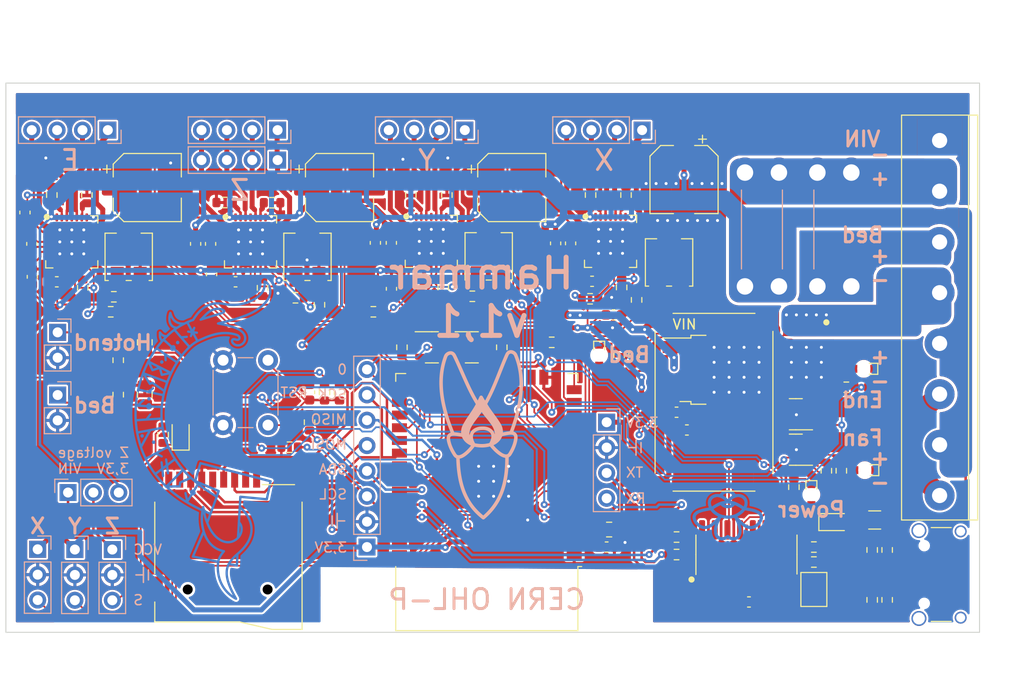
<source format=kicad_pcb>
(kicad_pcb (version 20211014) (generator pcbnew)
  (title_block (title "Hammar32"))
  (layers (0 "F.Cu" signal) (31 "B.Cu" signal) (34 "B.Paste" user) (35 "F.Paste" user) (36 "B.SilkS" user "B.Silkscreen") (37 "F.SilkS" user "F.Silkscreen") (38 "B.Mask" user) (39 "F.Mask" user) (44 "Edge.Cuts" user))
  (net 0 "")
  (net 1 "GND")
  (net 2 "Net-(C5-Pad1)")
  (net 3 "Net-(C7-Pad2)")
  (net 4 "+3.3V")
  (net 5 "Net-(C6-Pad1)")
  (net 6 "Net-(C7-Pad1)")
  (net 7 "Net-(C18-Pad1)")
  (net 8 "Net-(C8-Pad1)")
  (net 9 "Net-(C9-Pad1)")
  (net 10 "Net-(C9-Pad2)")
  (net 11 "RST")
  (net 12 "Net-(C10-Pad1)")
  (net 13 "Net-(C10-Pad2)")
  (net 14 "Net-(C11-Pad1)")
  (net 15 "Net-(C12-Pad1)")
  (net 16 "T-END")
  (net 17 "T-BED")
  (net 18 "Net-(C12-Pad2)")
  (net 19 "Net-(C15-Pad1)")
  (net 20 "Net-(C16-Pad1)")
  (net 21 "Net-(C17-Pad1)")
  (net 22 "Net-(D1-Pad2)")
  (net 23 "Net-(D2-Pad2)")
  (net 24 "Net-(D4-Pad2)")
  (net 25 "Net-(D5-Pad1)")
  (net 26 "Net-(D6-Pad2)")
  (net 27 "Net-(F3-Pad1)")
  (net 28 "Net-(C22-Pad2)")
  (net 29 "Net-(J3-PadA5)")
  (net 31 "Net-(J3-PadB5)")
  (net 32 "TX")
  (net 35 "RX")
  (net 36 "IO0")
  (net 37 "SS")
  (net 38 "SCK")
  (net 39 "MISO")
  (net 40 "SDA")
  (net 41 "SCL")
  (net 42 "MOSI")
  (net 43 "Net-(U7-Pad7)")
  (net 44 "Net-(U7-Pad8)")
  (net 46 "Net-(J12-Pad2)")
  (net 47 "D+")
  (net 48 "D-")
  (net 49 "Net-(J15-Pad3)")
  (net 50 "Net-(Q1-Pad1)")
  (net 51 "Net-(Q2-Pad1)")
  (net 52 "Net-(R1-Pad1)")
  (net 53 "X-MIN")
  (net 54 "Y-MIN")
  (net 55 "Z-MIN")
  (net 56 "END")
  (net 57 "BED")
  (net 58 "FAN")
  (net 59 "Net-(R4-Pad2)")
  (net 60 "Net-(R2-Pad2)")
  (net 61 "Net-(R3-Pad1)")
  (net 62 "E-EN")
  (net 63 "Net-(R5-Pad1)")
  (net 64 "Net-(R6-Pad2)")
  (net 65 "Net-(R7-Pad1)")
  (net 66 "Net-(R8-Pad2)")
  (net 67 "Net-(R9-Pad1)")
  (net 68 "Net-(R12-Pad1)")
  (net 69 "Net-(R16-Pad2)")
  (net 70 "Net-(R17-Pad2)")
  (net 71 "Net-(R18-Pad2)")
  (net 72 "Net-(R10-Pad1)")
  (net 73 "Net-(R11-Pad1)")
  (net 74 "Net-(R13-Pad2)")
  (net 75 "Net-(R14-Pad2)")
  (net 76 "Net-(R15-Pad2)")
  (net 77 "Net-(R19-Pad2)")
  (net 78 "Net-(R20-Pad2)")
  (net 79 "Net-(R38-Pad2)")
  (net 80 "Net-(RV1-Pad2)")
  (net 81 "Net-(RV2-Pad2)")
  (net 82 "Net-(RV3-Pad2)")
  (net 83 "Net-(RV4-Pad2)")
  (net 84 "X-2B")
  (net 86 "X-STP")
  (net 87 "X-DIR")
  (net 89 "X-1B")
  (net 90 "X-1A")
  (net 92 "X-2A")
  (net 93 "Y-STP")
  (net 94 "Y-DIR")
  (net 95 "Z-STP")
  (net 96 "Z-DIR")
  (net 97 "E-STP")
  (net 98 "E-DIR")
  (net 102 "Y-2B")
  (net 105 "Y-1B")
  (net 106 "Y-1A")
  (net 108 "Y-2A")
  (net 109 "Z-2B")
  (net 112 "Z-1B")
  (net 113 "Z-1A")
  (net 115 "Z-2A")
  (net 116 "E-2B")
  (net 117 "Net-(R39-Pad1)")
  (net 118 "Net-(R41-Pad1)")
  (net 119 "E-1B")
  (net 120 "E-1A")
  (net 121 "Net-(R42-Pad2)")
  (net 122 "E-2A")
  (net 123 "ENDCONN")
  (net 124 "BEDCONN-F")
  (net 125 "Net-(J1-Pad8)")
  (net 126 "VIN")
  (net 138 "+VDC")
  (net 139 "BEDCONN")
  (net 141 "RTS")
  (net 143 "DTR")
  (footprint "Potentiometer_SMD:Potentiometer_Bourns_3314J_Vertical" (layer "F.Cu") (at 139.405 83.112874 180)
    (fp_text reference "RV1" hide)
    (fp_text value "Potentiometer_10kΩ")
  )
  (footprint "Capacitor_SMD:C_0805_2012Metric" (layer "F.Cu") (at 104.965 91.722756 90)
    (fp_text reference "C21" hide)
    (fp_text value "10µF")
  )
  (footprint "Resistor_SMD:R_0603_1608Metric" (layer "F.Cu") (at 112.965 77.722756 180)
    (fp_text reference "R7" hide)
    (fp_text value "68mΩ")
  )
  (footprint "Resistor_SMD:R_0603_1608Metric" (layer "F.Cu") (at 106.805 100.972756 -90)
    (fp_text reference "R33" hide)
    (fp_text value "680Ω")
  )
  (footprint "Resistor_SMD:R_0603_1608Metric" (layer "F.Cu") (at 131.605 76.972756 90)
    (fp_text reference "R3" hide)
    (fp_text value "68mΩ")
  )
  (footprint "Package_TO_SOT_SMD:SOT-23" (layer "F.Cu") (at 170.155 102.472756 180)
    (fp_text reference "Q5" hide)
    (fp_text value "PMV40UN2R or equivalent")
  )
  (footprint "Resistor_SMD:R_0603_1608Metric" (layer "F.Cu") (at 177.805 112.512874 -90)
    (fp_text reference "R40" hide)
    (fp_text value "5,1kΩ")
  )
  (footprint "Resistor_SMD:R_0603_1608Metric" (layer "F.Cu") (at 101.865 87.162874)
    (fp_text reference "R14" hide)
    (fp_text value "20kΩ")
  )
  (footprint "Capacitor_SMD:C_0603_1608Metric" (layer "F.Cu") (at 128.055 81.762874 90)
    (fp_text reference "C6" hide)
    (fp_text value "100nF")
  )
  (footprint "Resistor_SMD:R_0603_1608Metric" (layer "F.Cu") (at 149.555 87.362874 180)
    (fp_text reference "R16" hide)
    (fp_text value "100kΩ")
  )
  (footprint "Package_DFN_QFN:QFN-28-1EP_5x5mm_P0.5mm_EP3.35x3.35mm" (layer "F.Cu") (at 133.655 81.612874)
    (fp_text reference "U1" hide)
    (fp_text value "A4988")
  )
  (footprint "Resistor_SMD:R_0603_1608Metric" (layer "F.Cu") (at 149.605 76.972756 90)
    (fp_text reference "R5" hide)
    (fp_text value "68mΩ")
  )
  (footprint "Resistor_SMD:R_0603_1608Metric" (layer "F.Cu") (at 134.855 86.222756 -90)
    (fp_text reference "R9" hide)
    (fp_text value "10kΩ")
  )
  (footprint "Resistor_SMD:R_0603_1608Metric" (layer "F.Cu") (at 119.465 102.222756 180)
    (fp_text reference "R34" hide)
    (fp_text value "10kΩ")
  )
  (footprint "DIY:8-VSONP (5x6)" (layer "F.Cu") (at 171.215 93.472756 90)
    (fp_text reference "Q3" hide)
    (fp_text value "TI CSD17310Q5A or equivalent")
  )
  (footprint "Capacitor_SMD:CP_Elec_6.3x4.9" (layer "F.Cu") (at 105.215 76.222756)
    (fp_text reference "C2" hide)
    (fp_text value "100µF")
  )
  (footprint "Resistor_SMD:R_0603_1608Metric" (layer "F.Cu") (at 158.215 112.972756 180)
    (fp_text reference "R41" hide)
    (fp_text value "1kΩ")
  )
  (footprint "Capacitor_SMD:C_0603_1608Metric" (layer "F.Cu") (at 149.755 85.612874)
    (fp_text reference "C16" hide)
    (fp_text value "220nF")
  )
  (footprint "Resistor_SMD:R_0603_1608Metric" (layer "F.Cu") (at 152.465 93.012874 -90)
    (fp_text reference "R24" hide)
    (fp_text value "1kΩ")
  )
  (footprint "Resistor_SMD:R_0603_1608Metric" (layer "F.Cu") (at 140.715 92.222756 -90)
    (fp_text reference "R23" hide)
    (fp_text value "10kΩ")
  )
  (footprint "Capacitor_SMD:C_0603_1608Metric" (layer "F.Cu") (at 121.465 96.722756 -90)
    (fp_text reference "C22" hide)
    (fp_text value "100nF")
  )
  (footprint "Resistor_SMD:R_0603_1608Metric" (layer "F.Cu") (at 173.215 104.582638 90)
    (fp_text reference "R35" hide)
    (fp_text value "10kΩ")
  )
  (footprint "Resistor_SMD:R_0603_1608Metric" (layer "F.Cu") (at 171.965 113.722756 180)
    (fp_text reference "R42" hide)
    (fp_text value "22Ω")
  )
  (footprint "Resistor_SMD:R_0603_1608Metric" (layer "F.Cu") (at 121.465 99.722756 -90)
    (fp_text reference "R32" hide)
    (fp_text value "10kΩ")
  )
  (footprint "Capacitor_SMD:CP_Elec_6.3x4.9" (layer "F.Cu") (at 158.965 75.422756 -90)
    (fp_text reference "C1" hide)
    (fp_text value "100µF")
  )
  (footprint "Capacitor_SMD:C_0805_2012Metric" (layer "F.Cu") (at 104.965 96.972756 90)
    (fp_text reference "C23" hide)
    (fp_text value "10µF")
  )
  (footprint "Resistor_SMD:R_0603_1608Metric" (layer "F.Cu") (at 145.715 91.722756)
    (fp_text reference "R21" hide)
    (fp_text value "10kΩ")
  )
  (footprint "Resistor_SMD:R_0603_1608Metric" (layer "F.Cu") (at 175.215 96.222756 180)
    (fp_text reference "R27" hide)
    (fp_text value "10kΩ")
  )
  (footprint "Capacitor_SMD:C_0603_1608Metric" (layer "F.Cu") (at 132.155 85.612874)
    (fp_text reference "C15" hide)
    (fp_text value "220nF")
  )
  (footprint "Resistor_SMD:R_0603_1608Metric" (layer "F.Cu") (at 102.305 96.962874 90)
    (fp_text reference "R31" hide)
    (fp_text value "4,7kΩ")
  )
  (footprint "Capacitor_SMD:C_0603_1608Metric" (layer "F.Cu") (at 151.915 88.972756 180)
    (fp_text reference "C20" hide)
    (fp_text value "220nF")
  )
  (footprint "Resistor_SMD:R_0603_1608Metric" (layer "F.Cu") (at 102.305 93.512874 -90)
    (fp_text reference "R26" hide)
    (fp_text value "4,7kΩ")
  )
  (footprint "Resistor_SMD:R_0603_1608Metric" (layer "F.Cu") (at 101.555 88.662874 180)
    (fp_text reference "R19" hide)
    (fp_text value "100kΩ")
  )
  (footprint "Diode_SMD:D_SOD-323" (layer "F.Cu") (at 173.965 109.722756)
    (fp_text reference "D6" hide)
    (fp_text value "USB protection diode, >500mA >24V. Silicon fine")
  )
  (footprint "Package_DFN_QFN:QFN-28-1EP_5x5mm_P0.5mm_EP3.35x3.35mm" (layer "F.Cu") (at 97.655 81.662874)
    (fp_text reference "U3" hide)
    (fp_text value "A4988")
  )
  (footprint "Resistor_SMD:R_0603_1608Metric" (layer "F.Cu") (at 99.165 76.972756 -90)
    (fp_text reference "R2" hide)
    (fp_text value "68mΩ")
  )
  (footprint "DIY:LED 0603 reverse mount" (layer "F.Cu") (at 176.965 94.372756 180)
    (fp_text reference "D2" hide)
    (fp_text value "LED_Small")
  )
  (footprint "Resistor_SMD:R_0603_1608Metric" (layer "F.Cu") (at 98.755 86.262874 -90)
    (fp_text reference "R11" hide)
    (fp_text value "10kΩ")
  )
  (footprint "Capacitor_SMD:C_0603_1608Metric" (layer "F.Cu") (at 96.155 85.662874)
    (fp_text reference "C17" hide)
    (fp_text value "220nF")
  )
  (footprint "Capacitor_SMD:C_0603_1608Metric" (layer "F.Cu") (at 147.605 81.812874 -90)
    (fp_text reference "C9" hide)
    (fp_text value "100nF")
  )
  (footprint "Resistor_SMD:R_0603_1608Metric" (layer "F.Cu") (at 152.715 86.222756 -90)
    (fp_text reference "R10" hide)
    (fp_text value "10kΩ")
  )
  (footprint "Potentiometer_SMD:Potentiometer_Bourns_3314J_Vertical" (layer "F.Cu") (at 103.355 83.162874 180)
    (fp_text reference "RV2" hide)
    (fp_text value "Potentiometer_10kΩ")
  )
  (footprint "Capacitor_SMD:CP_Elec_6.3x4.9" (layer "F.Cu") (at 124.465 76.222756)
    (fp_text reference "C3" hide)
    (fp_text value "100µF")
  )
  (footprint "Resistor_SMD:R_0603_1608Metric" (layer "F.Cu") (at 130.715 92.222756 90)
    (fp_text reference "R22" hide)
    (fp_text value "10kΩ")
  )
  (footprint "Capacitor_SMD:C_0603_1608Metric" (layer "F.Cu") (at 165.465 117.722756 180)
    (fp_text reference "C28" hide)
    (fp_text value "100nF")
  )
  (footprint "Capacitor_SMD:C_0603_1608Metric" (layer "F.Cu") (at 159.25 100.5 180)
    (fp_text reference "C25" hide)
    (fp_text value "330nF")
  )
  (footprint "Resistor_SMD:R_0603_1608Metric" (layer "F.Cu") (at 95.655 76.972756 90)
    (fp_text reference "R1" hide)
    (fp_text value "68mΩ")
  )
  (footprint "Capacitor_SMD:C_0603_1608Metric" (layer "F.Cu") (at 110.055 81.862874 90)
    (fp_text reference "C11" hide)
    (fp_text value "100nF")
  )
  (footprint "Package_DFN_QFN:QFN-28-1EP_5x5mm_P0.5mm_EP3.35x3.35mm" (layer "F.Cu") (at 151.605 81.612874)
    (fp_text reference "U2" hide)
    (fp_text value "A4988")
  )
  (footprint "DIY:LED 0603 reverse mount" (layer "F.Cu") (at 171.715 106.972756 -90)
    (fp_text reference "D5" hide)
    (fp_text value "LED_Small")
  )
  (footprint "Resistor_SMD:R_0603_1608Metric" (layer "F.Cu") (at 135.215 76.972756 -90)
    (fp_text reference "R4" hide)
    (fp_text value "68mΩ")
  )
  (footprint "DIY:mini BUCK" (layer "F.Cu") (at 161.965 97.722756)
    (fp_text reference "U5" hide)
    (fp_text value "DPAK 3,3v linear regulator + caps OR mini buck converter")
  )
  (footprint "Resistor_SMD:R_0603_1608Metric" (layer "F.Cu") (at 179.305 117.512874 -90)
    (fp_text reference "RV6" hide)
    (fp_text value "ESD varistor, optional")
  )
  (footprint "Diode_SMD:D_SOD-323" (layer "F.Cu") (at 108.555 101.012874 90)
    (fp_text reference "D3" hide)
    (fp_text value "Zener_~3,3v")
  )
  (footprint "Resistor_SMD:R_0603_1608Metric" (layer "F.Cu") (at 122.965 96.722756 -90)
    (fp_text reference "R29" hide)
    (fp_text value "1kΩ")
  )
  (footprint "Resistor_SMD:R_0603_1608Metric" (layer "F.Cu") (at 177.805 117.512874 -90)
    (fp_text reference "R43" hide)
    (fp_text value "5,1kΩ")
  )
  (footprint "Capacitor_SMD:C_0603_1608Metric" (layer "F.Cu") (at 151.215 112.222756)
    (fp_text reference "C27" hide)
    (fp_text value "100nF")
  )
  (footprint "Resistor_SMD:R_0603_1608Metric" (layer "F.Cu") (at 153.965 93.012874 -90)
    (fp_text reference "R25" hide)
    (fp_text value "10kΩ")
  )
  (footprint "Connector_USB:USB_C_Receptacle_HRO_TYPE-C-31-M-12" (layer "F.Cu") (at 185.615 114.972756 90)
    (fp_text reference "J3" hide)
    (fp_text value "USB_C_Receptacle_USB2.0")
  )
  (footprint "Capacitor_SMD:CP_Elec_6.3x4.9" (layer "F.Cu") (at 141.715 76.222756)
    (fp_text reference "C4" hide)
    (fp_text value "100µF")
  )
  (footprint "Capacitor_SMD:C_0603_1608Metric" (layer "F.Cu") (at 158.215 98.722756)
    (fp_text reference "C24" hide)
    (fp_text value "100nF")
  )
  (footprint "Resistor_SMD:R_0603_1608Metric" (layer "F.Cu") (at 124.465 96.722756 -90)
    (fp_text reference "R30" hide)
    (fp_text value "10kΩ")
  )
  (footprint "Resistor_SMD:R_0603_1608Metric" (layer "F.Cu") (at 122.455 87.962874 90)
    (fp_text reference "R18" hide)
    (fp_text value "100kΩ")
  )
  (footprint "RF_Module:ESP32-WROOM-32" (layer "F.Cu") (at 139.215 104.727756 180)
    (fp_text reference "U6" hide)
    (fp_text value "ESP32-WROOM-32E")
  )
  (footprint "Capacitor_SMD:C_0603_1608Metric" (layer "F.Cu") (at 93.705 85.162874 -90)
    (fp_text reference "C14" hide)
    (fp_text value "220nF")
  )
  (footprint "Resistor_SMD:R_0603_1608Metric" (layer "F.Cu") (at 153.155 76.972756 -90)
    (fp_text reference "R6" hide)
    (fp_text value "68mΩ")
  )
  (footprint "Capacitor_SMD:C_0603_1608Metric" (layer "F.Cu") (at 114.055 85.662874)
    (fp_text reference "C18" hide)
    (fp_text value "220nF")
  )
  (footprint "Capacitor_SMD:C_0603_1608Metric" (layer "F.Cu") (at 129.655 81.762874 -90)
    (fp_text reference "C7" hide)
    (fp_text value "100nF")
  )
  (footprint "DIY:LED 0603 reverse mount" (layer "F.Cu") (at 177.065 104.522756 180)
    (fp_text reference "D4" hide)
    (fp_text value "LED_Small")
  )
  (footprint "DIY:microSD" (layer "F.Cu") (at 113.965 111.972756)
    (fp_text reference "J2" hide)
    (fp_text value "Micro_SD_Holder")
  )
  (footprint "Resistor_SMD:R_0603_1608Metric" (layer "F.Cu") (at 127.855 88.662874)
    (fp_text reference "R20" hide)
    (fp_text value "100kΩ")
  )
  (footprint "DIY:resonator_3,2x1,3" (layer "F.Cu") (at 171.965 116.472756 90)
    (fp_text reference "Y1" hide)
    (fp_text value "Resonator_12mhz")
  )
  (footprint "Fuse:Fuse_1206_3216Metric" (layer "F.Cu") (at 178.055 109.512874 180)
    (fp_text reference "F3" hide)
    (fp_text value "Polyfuse 500mA")
  )
  (footprint "Package_TO_SOT_SMD:SOT-23" (layer "F.Cu") (at 137.715 92.222756)
    (fp_text reference "Q2" hide)
    (fp_text value "S9014 or equivalent")
  )
  (footprint "Capacitor_SMD:C_0805_2012Metric" (layer "F.Cu") (at 151.465 110.472756)
    (fp_text reference "C26" hide)
    (fp_text value "10µF")
  )
  (footprint "Capacitor_SMD:C_0603_1608Metric" (layer "F.Cu") (at 111.555 81.862874 -90)
    (fp_text reference "C12" hide)
    (fp_text value "100nF")
  )
  (footprint "TerminalBlock:TerminalBlock_bornier-6_P5.08mm" (layer "F.Cu") (at 184.555 71.512874 -90)
    (fp_text reference "J1" hide)
    (fp_text value "8x screw terminal, 5,08mm spacing. rated for >20A")
  )
  (footprint "Resistor_SMD:R_0603_1608Metric" (layer "F.Cu") (at 154.215 87.472756 -90)
    (fp_text reference "R17" hide)
    (fp_text value "20kΩ")
  )
  (footprint "Capacitor_SMD:C_0603_1608Metric" (layer "F.Cu") (at 92.965 78.722756 90)
    (fp_text reference "C5" hide)
    (fp_text value "100nF")
  )
  (footprint "Capacitor_SMD:C_0603_1608Metric" (layer "F.Cu") (at 111.655 84.912874 -90)
    (fp_text reference "C13" hide)
    (fp_text value "220nF")
  )
  (footprint "Potentiometer_SMD:Potentiometer_Bourns_3314J_Vertical" (layer "F.Cu") (at 157.465 83.722756 180)
    (fp_text reference "RV4" hide)
    (fp_text value "Potentiometer_10kΩ")
  )
  (footprint "Resistor_SMD:R_0603_1608Metric" (layer "F.Cu") (at 117.715 77.742756 180)
    (fp_text reference "R8" hide)
    (fp_text value "68mΩ")
  )
  (footprint "Package_TO_SOT_SMD:SOT-23" (layer "F.Cu") (at 170.155 98.922756 180)
    (fp_text reference "Q4" hide)
    (fp_text value "PMV40UN2R or equivalent")
  )
  (footprint "Package_SO:SOIC-16_3.9x9.9mm_P1.27mm" (layer "F.Cu") (at 165.215 112.972756 90)
    (fp_text reference "U7" hide)
    (fp_text value "CH340G")
  )
  (footprint "Resistor_SMD:R_0603_1608Metric" (layer "F.Cu") (at 116.755 86.262874 -90)
    (fp_text reference "R12" hide)
    (fp_text value "10kΩ")
  )
  (footprint "Package_TO_SOT_SMD:SOT-23" (layer "F.Cu") (at 133.715 92.222756)
    (fp_text reference "Q1" hide)
    (fp_text value "S9014 or equivalent")
  )
  (footprint "Capacitor_SMD:C_0603_1608Metric" (layer "F.Cu") (at 146.105 81.812874 90)
    (fp_text reference "C8" hide)
    (fp_text value "100nF")
  )
  (footprint "Capacitor_SMD:C_0603_1608Metric" (layer "F.Cu") (at 129.665 86.362874 -90)
    (fp_text reference "C19" hide)
    (fp_text value "220nF")
  )
  (footprint "Capacitor_SMD:C_0603_1608Metric" (layer "F.Cu") (at 93.655 81.862874 -90)
    (fp_text reference "C10" hide)
    (fp_text value "100nF")
  )
  (footprint "Resistor_SMD:R_0603_1608Metric" (layer "F.Cu") (at 179.305 112.512874 90)
    (fp_text reference "RV5" hide)
    (fp_text value "ESD varistor, optional")
  )
  (footprint "Resistor_SMD:R_0603_1608Metric" (layer "F.Cu") (at 120.055 87.262874)
    (fp_text reference "R15" hide)
    (fp_text value "20kΩ")
  )
  (footprint "Potentiometer_SMD:Potentiometer_Bourns_3314J_Vertical" (layer "F.Cu") (at 121.255 83.162874 180)
    (fp_text reference "RV3" hide)
    (fp_text value "Potentiometer_10kΩ")
  )
  (footprint "Resistor_SMD:R_0603_1608Metric" (layer "F.Cu") (at 137.765 87.112874)
    (fp_text reference "R13" hide)
    (fp_text value "20kΩ")
  )
  (footprint "Resistor_SMD:R_0603_1608Metric" (layer "F.Cu") (at 178.215 96.222756)
    (fp_text reference "R28" hide)
    (fp_text value "1kΩ")
  )
  (footprint "Package_DFN_QFN:QFN-28-1EP_5x5mm_P0.5mm_EP3.35x3.35mm" (layer "F.Cu") (at 115.555 81.662874)
    (fp_text reference "U4" hide)
    (fp_text value "A4988")
  )
  (footprint "Resistor_SMD:R_0603_1608Metric" (layer "F.Cu") (at 171.965 112.222756)
    (fp_text reference "R39" hide)
    (fp_text value "22Ω")
  )
  (footprint "Resistor_SMD:R_0603_1608Metric" (layer "F.Cu") (at 174.715 104.582638 -90)
    (fp_text reference "R36" hide)
    (fp_text value "1kΩ")
  )
  (footprint "Resistor_SMD:R_0603_1608Metric" (layer "F.Cu") (at 169.965 106.222756 90)
    (fp_text reference "R37" hide)
    (fp_text value "1kΩ")
  )
  (footprint "DIY:LED 0603 reverse mount" (layer "F.Cu") (at 150.465 93.012874 -90)
    (fp_text reference "D1" hide)
    (fp_text value "LED_Small")
  )
  (footprint "Resistor_SMD:R_0603_1608Metric" (layer "F.Cu") (at 158.215 111.222756)
    (fp_text reference "R38" hide)
    (fp_text value "1kΩ")
  )
  (footprint "Connector_PinHeader_2.54mm:PinHeader_1x03_P2.54mm_Vertical" (layer "B.Cu") (at 97.965 112.472756 180)
    (fp_text reference "Y")
    (fp_text value "1x3")
  )
  (footprint "Connector_PinHeader_2.54mm:PinHeader_1x02_P2.54mm_Vertical" (layer "B.Cu") (at 96.24 90.722756 180)
    (fp_text reference "J9" hide)
    (fp_text value "1x2")
  )
  (footprint "LOGO" (layer "B.Cu") (at 138.915 100.942756 -177)
    (fp_text reference "G***" hide)
    (fp_text value "LOGO" hide)
  )
  (footprint "LOGO" (layer "B.Cu") (at 110.805 101.512874 180)
    (fp_text reference "G***" hide)
    (fp_text value "LOGO" hide)
  )
  (footprint "Button_Switch_THT:SW_PUSH_6mm" (layer "B.Cu") (at 117.305 100.012874 90)
    (fp_text reference "SW1" hide)
    (fp_text value "SW_MEC_5G")
  )
  (footprint "Connector_PinHeader_2.54mm:PinHeader_1x04_P2.54mm_Vertical" (layer "B.Cu") (at 137.015 70.472756 90)
    (fp_text reference "J5" hide)
    (fp_text value "1x4")
  )
  (footprint "Connector_PinHeader_2.54mm:PinHeader_1x08_P2.54mm_Vertical" (layer "B.Cu") (at 127.215 112.222756)
    (fp_text reference "J13" hide)
    (fp_text value "1x8")
  )
  (footprint "DIY:mini fuse sep" (layer "B.Cu") (at 173.965 80.472756 -90)
    (fp_text reference "F2" hide)
    (fp_text value "15A Mini fuse + Keystone 3557 fuse holders, or equivalent")
  )
  (footprint "Connector_PinHeader_2.54mm:PinHeader_1x04_P2.54mm_Vertical" (layer "B.Cu") (at 118.265 70.472756 90)
    (fp_text reference "J6" hide)
    (fp_text value "1x4")
  )
  (footprint "Connector_PinHeader_2.54mm:PinHeader_1x04_P2.54mm_Vertical" (layer "B.Cu") (at 151.215 99.722756 180)
    (fp_text reference "J11" hide)
    (fp_text value "1x4")
  )
  (footprint "Connector_PinHeader_2.54mm:PinHeader_1x04_P2.54mm_Vertical" (layer "B.Cu") (at 101.265 70.472756 90)
    (fp_text reference "J7" hide)
    (fp_text value "1x4")
  )
  (footprint "Connector_PinHeader_2.54mm:PinHeader_1x04_P2.54mm_Vertical" (layer "B.Cu") (at 118.265 73.472756 90)
    (fp_text reference "J8" hide)
    (fp_text value "1x4")
  )
  (footprint "Connector_PinHeader_2.54mm:PinHeader_1x03_P2.54mm_Vertical" (layer "B.Cu") (at 94.24 112.447756 180)
    (fp_text reference "X")
    (fp_text value "1x3")
  )
  (footprint "Connector_PinHeader_2.54mm:PinHeader_1x03_P2.54mm_Vertical" (layer "B.Cu") (at 101.715 112.472756 180)
    (fp_text reference "Z")
    (fp_text value "1x3")
  )
  (footprint "DIY:mini fuse sep" (layer "B.Cu") (at 166.715 80.472756 -90)
    (fp_text reference "F1" hide)
    (fp_text value "15A Mini fuse + Keystone 3557 fuse holders, or equivalent")
  )
  (footprint "Connector_PinHeader_2.54mm:PinHeader_1x04_P2.54mm_Vertical" (layer "B.Cu") (at 154.765 70.472756 90)
    (fp_text reference "J4" hide)
    (fp_text value "1x4")
  )
  (footprint "Connector_PinHeader_2.54mm:PinHeader_1x03_P2.54mm_Vertical" (layer "B.Cu") (at 97.28 106.762874 -90)
    (fp_text reference "J12" hide)
    (fp_text value "1x3")
  )
  (footprint "Connector_PinHeader_2.54mm:PinHeader_1x02_P2.54mm_Vertical" (layer "B.Cu") (at 96.24 97 180)
    (fp_text reference "J10" hide)
    (fp_text value "1x2")
  )
  (gr_line (start 164.437637 111.116945) (end 164.477343 111.047409) (layer "B.Cu") (width 0.3))
  (gr_line (start 162.243663 108.917816) (end 162.183417 108.878705) (layer "B.Cu") (width 0.3))
  (gr_line (start 163.811943 106.813028) (end 163.790055 106.797672) (layer "B.Cu") (width 0.3))
  (gr_line (start 162.304815 108.954664) (end 162.243663 108.917816) (layer "B.Cu") (width 0.3))
  (gr_line (start 162.522191 111.349095) (end 162.458282 111.318198) (layer "B.Cu") (width 0.3))
  (gr_line (start 163.505812 107.72408) (end 163.590522 107.736579) (layer "B.Cu") (width 0.3))
  (gr_line (start 163.750732 108.077472) (end 163.71197 108.098753) (layer "B.Cu") (width 0.3))
  (gr_line (start 162.24586 111.116945) (end 162.205939 111.047409) (layer "B.Cu") (width 0.3))
  (gr_line (start 162.798406 107.971484) (end 162.829468 108.000895) (layer "B.Cu") (width 0.3))
  (gr_line (start 164.865109 107.205578) (end 164.813294 107.173544) (layer "B.Cu") (width 0.3))
  (gr_line (start 160.674497 108.587878) (end 160.854467 108.536959) (layer "B.Cu") (width 0.3))
  (gr_line (start 164.497969 108.878705) (end 164.557218 108.837099) (layer "B.Cu") (width 0.3))
  (gr_line (start 161.544514 108.06702) (end 161.524163 107.991586) (layer "B.Cu") (width 0.3))
  (gr_line (start 161.826444 109.942881) (end 161.747794 110.001606) (layer "B.Cu") (width 0.3))
  (gr_line (start 160.379494 109.998272) (end 160.281822 109.906032) (layer "B.Cu") (width 0.3))
  (gr_line (start 162.732234 111.394557) (end 162.659643 111.387313) (layer "B.Cu") (width 0.3))
  (gr_line (start 164.642322 107.101063) (end 164.581011 107.085179) (layer "B.Cu") (width 0.3))
  (gr_line (start 163.874908 106.865713) (end 163.854389 106.847011) (layer "B.Cu") (width 0.3))
  (gr_line (start 163.34069 109.226809) (end 163.290956 109.226026) (layer "B.Cu") (width 0.3))
  (gr_line (start 163.675701 107.75171) (end 163.760172 107.76941) (layer "B.Cu") (width 0.3))
  (gr_line (start 162.458282 111.318198) (end 162.398218 111.279496) (layer "B.Cu") (width 0.3))
  (gr_line (start 164.285917 111.279496) (end 164.34145 111.233027) (layer "B.Cu") (width 0.3))
  (gr_line (start 163.011931 107.33635) (end 163.059062 107.374184) (layer "B.Cu") (width 0.3))
  (gr_line (start 162.227704 109.939931) (end 162.282451 109.788831) (layer "B.Cu") (width 0.3))
  (gr_line (start 161.584027 110.106434) (end 161.499179 110.151078) (layer "B.Cu") (width 0.3))
  (gr_line (start 163.276721 108.17436) (end 163.341839 108.177279) (layer "B.Cu") (width 0.3))
  (gr_line (start 164.095256 111.372146) (end 164.162346 111.349095) (layer "B.Cu") (width 0.3))
  (gr_line (start 164.019568 107.061347) (end 164.003563 107.032068) (layer "B.Cu") (width 0.3))
  (gr_line (start 163.670344 108.117733) (end 163.625522 108.134305) (layer "B.Cu") (width 0.3))
  (gr_line (start 164.554439 110.349759) (end 164.531068 110.220435) (layer "B.Cu") (width 0.3))
  (gr_line (start 162.145251 110.885547) (end 162.125436 110.793298) (layer "B.Cu") (width 0.3))
  (gr_line (start 162.342476 111.233027) (end 162.291531 111.17883) (layer "B.Cu") (width 0.3))
  (gr_line (start 164.782398 108.641137) (end 164.835278 108.583609) (layer "B.Cu") (width 0.3))
  (gr_line (start 161.571729 108.144385) (end 161.544514 108.06702) (layer "B.Cu") (width 0.3))
  (gr_line (start 165.149526 107.586249) (end 165.129017 107.527695) (layer "B.Cu") (width 0.3))
  (gr_line (start 162.360349 107.066234) (end 162.427759 107.073248) (layer "B.Cu") (width 0.3))
  (gr_line (start 163.342465 107.707241) (end 163.262074 107.714279) (layer "B.Cu") (width 0.3))
  (gr_line (start 166.639137 109.541912) (end 166.668929 109.464162) (layer "B.Cu") (width 0.3))
  (gr_line (start 163.648338 111.34352) (end 163.725736 111.36836) (layer "B.Cu") (width 0.3))
  (gr_line (start 165.26866 110.18957) (end 165.356966 110.22118) (layer "B.Cu") (width 0.3))
  (gr_line (start 163.342516 107.707241) (end 163.342515 107.707241) (layer "B.Cu") (width 0.3))
  (gr_line (start 161.499179 110.151078) (end 161.412534 110.18957) (layer "B.Cu") (width 0.3))
  (gr_line (start 162.704282 109.136066) (end 162.620934 109.113015) (layer "B.Cu") (width 0.3))
  (gr_line (start 162.677623 107.03192) (end 162.694267 107.003988) (layer "B.Cu") (width 0.3))
  (gr_line (start 160.364876 108.711683) (end 160.510656 108.645838) (layer "B.Cu") (width 0.3))
  (gr_line (start 163.191883 111.269446) (end 163.114785 111.310562) (layer "B.Cu") (width 0.3))
  (gr_line (start 162.366781 108.989479) (end 162.304815 108.954664) (layer "B.Cu") (width 0.3))
  (gr_line (start 164.332649 109.63055) (end 164.254439 109.465127) (layer "B.Cu") (width 0.3))
  (gr_line (start 159.972183 109.252431) (end 159.974447 109.188675) (layer "B.Cu") (width 0.3))
  (gr_line (start 164.531068 110.220435) (end 164.497678 110.083812) (layer "B.Cu") (width 0.3))
  (gr_line (start 164.701644 107.121166) (end 164.642322 107.101063) (layer "B.Cu") (width 0.3))
  (gr_line (start 163.439356 109.22417) (end 163.487518 109.221289) (layer "B.Cu") (width 0.3))
  (gr_line (start 164.060465 109.113015) (end 164.12476 109.084029) (layer "B.Cu") (width 0.3))
  (gr_line (start 162.127478 110.349759) (end 162.150693 110.220435) (layer "B.Cu") (width 0.3))
  (gr_line (start 164.049601 107.124416) (end 164.03492 107.092117) (layer "B.Cu") (width 0.3))
  (gr_line (start 163.570883 111.310562) (end 163.648338 111.34352) (layer "B.Cu") (width 0.3))
  (gr_line (start 163.236547 106.673034) (end 163.289811 106.666874) (layer "B.Cu") (width 0.3))
  (gr_line (start 163.853147 108.000895) (end 163.820989 108.028435) (layer "B.Cu") (width 0.3))
  (gr_line (start 163.448703 106.674816) (end 163.396393 106.667897) (layer "B.Cu") (width 0.3))
  (gr_line (start 163.468564 108.168496) (end 163.407643 108.17436) (layer "B.Cu") (width 0.3))
  (gr_line (start 163.986925 107.004243) (end 163.969674 106.977834) (layer "B.Cu") (width 0.3))
  (gr_line (start 160.135218 108.870398) (end 160.184291 108.827078) (layer "B.Cu") (width 0.3))
  (gr_line (start 164.314608 108.989479) (end 164.376572 108.954664) (layer "B.Cu") (width 0.3))
  (gr_line (start 163.007462 107.75171) (end 162.922323 107.76941) (layer "B.Cu") (width 0.3))
  (gr_line (start 160.239086 108.786255) (end 160.299362 108.747825) (layer "B.Cu") (width 0.3))
  (gr_line (start 163.23392 107.550041) (end 163.272744 107.600057) (layer "B.Cu") (width 0.3))
  (gr_line (start 163.342515 107.707241) (end 163.342515 107.707241) (layer "B.Cu") (width 0.3))
  (gr_line (start 163.941715 107.907477) (end 163.913178 107.940309) (layer "B.Cu") (width 0.3))
  (gr_line (start 163.854389 106.847011) (end 163.833394 106.829461) (layer "B.Cu") (width 0.3))
  (gr_line (start 166.709014 109.252431) (end 166.706749 109.188675) (layer "B.Cu") (width 0.3))
  (gr_line (start 161.143173 110.260835) (end 161.050694 110.267421) (layer "B.Cu") (width 0.3))
  (gr_line (start 163.407643 108.17436) (end 163.341869 108.177279) (layer "B.Cu") (width 0.3))
  (gr_line (start 163.577172 108.148361) (end 163.524963 108.159794) (layer "B.Cu") (width 0.3))
  (gr_line (start 164.936297 108.456697) (end 164.984251 108.386852) (layer "B.Cu") (width 0.3))
  (gr_line (start 162.933276 108.077472) (end 162.97244 108.098753) (layer "B.Cu") (width 0.3))
  (gr_line (start 166.690345 109.390069) (end 166.703626 109.319527) (layer "B.Cu") (width 0.3))
  (gr_line (start 164.728059 108.695019) (end 164.782398 108.641137) (layer "B.Cu") (width 0.3))
  (gr_line (start 164.117676 107.102218) (end 164.049685 107.124416) (layer "B.Cu") (width 0.3))
  (gr_line (start 162.241477 108.039026) (end 162.179834 108.073466) (layer "B.Cu") (width 0.3))
  (gr_line (start 160.000968 109.070765) (end 160.024741 109.0164) (layer "B.Cu") (width 0.3))
  (gr_line (start 165.073822 107.419388) (end 165.03965 107.369876) (layer "B.Cu") (width 0.3))
  (gr_line (start 162.109245 110.586358) (end 162.11382 110.471747) (layer "B.Cu") (width 0.3))
  (gr_line (start 162.365831 107.974028) (end 162.30347 108.005858) (layer "B.Cu") (width 0.3))
  (gr_line (start 162.770511 107.184752) (end 162.818581 107.210009) (layer "B.Cu") (width 0.3))
  (gr_line (start 164.477343 111.047409) (end 164.510824 110.970264) (layer "B.Cu") (width 0.3))
  (gr_line (start 162.875174 109.176573) (end 162.78893 109.157383) (layer "B.Cu") (width 0.3))
  (gr_line (start 163.894931 106.885606) (end 163.874908 106.865713) (layer "B.Cu") (width 0.3))
  (gr_line (start 166.589089 108.916322) (end 166.545978 108.870398) (layer "B.Cu") (width 0.3))
  (gr_line (start 161.697117 108.386852) (end 161.697117 108.386852) (layer "B.Cu") (width 0.3))
  (gr_line (start 164.835278 108.583609) (end 164.886608 108.522206) (layer "B.Cu") (width 0.3))
  (gr_line (start 163.958362 107.162056) (end 163.911169 107.184752) (layer "B.Cu") (width 0.3))
  (gr_line (start 163.551447 106.695125) (end 163.50044 106.683792) (layer "B.Cu") (width 0.3))
  (gr_line (start 161.234397 110.245178) (end 161.143173 110.260835) (layer "B.Cu") (width 0.3))
  (gr_line (start 164.564865 109.682929) (end 164.704596 109.816456) (layer "B.Cu") (width 0.3))
  (gr_line (start 165.001436 107.323618) (end 164.959437 107.280736) (layer "B.Cu") (width 0.3))
  (gr_line (start 163.342458 107.707241) (end 163.342465 107.707241) (layer "B.Cu") (width 0.3))
  (gr_line (start 162.867052 107.237814) (end 162.915631 107.268149) (layer "B.Cu") (width 0.3))
  (gr_line (start 166.553458 109.708803) (end 166.600727 109.623424) (layer "B.Cu") (width 0.3))
  (gr_line (start 162.829468 108.000895) (end 162.862096 108.028435) (layer "B.Cu") (width 0.3))
  (gr_line (start 163.50044 106.683792) (end 163.448703 106.674816) (layer "B.Cu") (width 0.3))
  (gr_line (start 159.974447 109.188675) (end 159.984123 109.128155) (layer "B.Cu") (width 0.3))
  (gr_line (start 161.503025 107.846988) (end 161.501725 107.778065) (layer "B.Cu") (width 0.3))
  (gr_line (start 166.399375 109.906032) (end 166.497089 109.798156) (layer "B.Cu") (width 0.3))
  (gr_line (start 162.49173 107.914649) (end 162.428578 107.943603) (layer "B.Cu") (width 0.3))
  (gr_line (start 160.012268 109.464162) (end 159.990852 109.390069) (layer "B.Cu") (width 0.3))
  (gr_line (start 164.377904 108.005858) (end 164.439896 108.039026) (layer "B.Cu") (width 0.3))
  (gr_line (start 163.450728 107.550041) (end 163.412081 107.600057) (layer "B.Cu") (width 0.3))
  (gr_line (start 162.205939 111.047409) (end 162.172244 110.970264) (layer "B.Cu") (width 0.3))
  (gr_line (start 163.760172 107.76941) (end 163.842758 107.789613) (layer "B.Cu") (width 0.3))
  (gr_line (start 165.446798 110.245178) (end 165.538021 110.260835) (layer "B.Cu") (width 0.3))
  (gr_line (start 166.497089 109.798156) (end 166.497089 109.798156) (layer "B.Cu") (width 0.3))
  (gr_line (start 163.969674 106.977834) (end 163.95183 106.952803) (layer "B.Cu") (width 0.3))
  (gr_line (start 161.936399 108.222627) (end 161.816312 108.303121) (layer "B.Cu") (width 0.3))
  (gr_line (start 163.309022 107.652462) (end 163.342458 107.707241) (layer "B.Cu") (width 0.3))
  (gr_line (start 165.630501 110.267421) (end 165.724103 110.264207) (layer "B.Cu") (width 0.3))
  (gr_line (start 163.342916 111.162584) (end 163.417698 111.220133) (layer "B.Cu") (width 0.3))
  (gr_line (start 164.34145 111.233027) (end 164.392181 111.17883) (layer "B.Cu") (width 0.3))
  (gr_line (start 164.189638 107.914649) (end 164.252793 107.943603) (layer "B.Cu") (width 0.3))
  (gr_line (start 161.767441 107.241349) (end 161.816241 107.205578) (layer "B.Cu") (width 0.3))
  (gr_line (start 163.340687 109.226809) (end 163.390425 109.226026) (layer "B.Cu") (width 0.3))
  (gr_line (start 162.428578 107.943603) (end 162.365831 107.974028) (layer "B.Cu") (width 0.3))
  (gr_line (start 162.227905 107.066547) (end 162.293645 107.064041) (layer "B.Cu") (width 0.3))
  (gr_line (start 163.92228 107.812256) (end 163.960524 107.824472) (layer "B.Cu") (width 0.3))
  (gr_line (start 164.557217 110.793298) (end 164.569179 110.693555) (layer "B.Cu") (width 0.3))
  (gr_line (start 160.055202 108.964954) (end 160.092108 108.916322) (layer "B.Cu") (width 0.3))
  (gr_line (start 165.538021 110.260835) (end 165.630501 110.267421) (layer "B.Cu") (width 0.3))
  (gr_line (start 162.683793 107.837273) (end 162.619319 107.861418) (layer "B.Cu") (width 0.3))
  (gr_line (start 160.476989 110.075605) (end 160.379494 109.998272) (layer "B.Cu") (width 0.3))
  (gr_line (start 162.89161 106.795667) (end 162.936866 106.767715) (layer "B.Cu") (width 0.3))
  (gr_line (start 164.253591 107.073248) (end 164.185731 107.085202) (layer "B.Cu") (width 0.3))
  (gr_line (start 166.301703 109.998272) (end 166.399375 109.906032) (layer "B.Cu") (width 0.3))
  (gr_line (start 163.396393 106.667897) (end 163.343667 106.662734) (layer "B.Cu") (width 0.3))
  (gr_line (start 164.672355 108.745487) (end 164.728059 108.695019) (layer "B.Cu") (width 0.3))
  (gr_line (start 166.0067 108.587878) (end 165.826731 108.536959) (layer "B.Cu") (width 0.3))
  (gr_line (start 163.863332 107.210009) (end 163.815136 107.237814) (layer "B.Cu") (width 0.3))
  (gr_line (start 164.251923 109.022491) (end 164.314608 108.989479) (layer "B.Cu") (width 0.3))
  (gr_line (start 162.282451 109.788831) (end 162.348661 109.63055) (layer "B.Cu") (width 0.3))
  (gr_line (start 162.555305 107.887232) (end 162.49173 107.914649) (layer "B.Cu") (width 0.3))
  (gr_line (start 160.574173 110.138762) (end 160.476989 110.075605) (layer "B.Cu") (width 0.3))
  (gr_line (start 160.184109 109.798156) (end 160.12774 109.708803) (layer "B.Cu") (width 0.3))
  (gr_line (start 164.004629 107.141939) (end 163.958362 107.162056) (layer "B.Cu") (width 0.3))
  (gr_line (start 160.67091 110.188471) (end 160.574173 110.138762) (layer "B.Cu") (width 0.3))
  (gr_line (start 163.786962 108.053997) (end 163.750732 108.077472) (layer "B.Cu") (width 0.3))
  (gr_line (start 162.183944 110.083812) (end 162.227704 109.939931) (layer "B.Cu") (width 0.3))
  (gr_line (start 162.683709 107.837273) (end 162.711563 107.873096) (layer "B.Cu") (width 0.3))
  (gr_line (start 163.487518 109.221289) (end 163.534948 109.217433) (layer "B.Cu") (width 0.3))
  (gr_line (start 161.55233 107.527695) (end 161.577651 107.472035) (layer "B.Cu") (width 0.3))
  (gr_line (start 164.623843 108.145899) (end 164.744961 108.222627) (layer "B.Cu") (width 0.3))
  (gr_line (start 162.589471 111.372146) (end 162.522191 111.349095) (layer "B.Cu") (width 0.3))
  (gr_line (start 162.150693 110.220435) (end 162.183944 110.083812) (layer "B.Cu") (width 0.3))
  (gr_line (start 161.471849 108.41803) (end 161.697031 108.386852) (layer "B.Cu") (width 0.3))
  (gr_line (start 164.9334 110.001606) (end 165.014251 110.056367) (layer "B.Cu") (width 0.3))
  (gr_line (start 163.242027 109.22417) (end 163.193868 109.221289) (layer "B.Cu") (width 0.3))
  (gr_line (start 162.293645 107.064041) (end 162.360349 107.066234) (layer "B.Cu") (width 0.3))
  (gr_line (start 166.625995 108.964954) (end 166.589089 108.916322) (layer "B.Cu") (width 0.3))
  (gr_line (start 164.86504 108.303121) (end 164.984223 108.386852) (layer "B.Cu") (width 0.3))
  (gr_line (start 163.093309 107.736579) (end 163.007462 107.75171) (layer "B.Cu") (width 0.3))
  (gr_line (start 163.624443 107.374184) (end 163.578713 107.414486) (layer "B.Cu") (width 0.3))
  (gr_line (start 163.417698 111.220133) (end 163.493845 111.269446) (layer "B.Cu") (width 0.3))
  (gr_line (start 166.703626 109.319527) (end 166.709014 109.252431) (layer "B.Cu") (width 0.3))
  (gr_line (start 164.376572 108.954664) (end 164.437723 108.917816) (layer "B.Cu") (width 0.3))
  (gr_line (start 166.600727 109.623424) (end 166.639137 109.541912) (layer "B.Cu") (width 0.3))
  (gr_line (start 163.524963 108.159794) (end 163.468564 108.168496) (layer "B.Cu") (width 0.3))
  (gr_line (start 165.182016 110.151078) (end 165.26866 110.18957) (layer "B.Cu") (width 0.3))
  (gr_line (start 161.606063 108.223558) (end 161.571729 108.144385) (layer "B.Cu") (width 0.3))
  (gr_line (start 162.429467 109.022491) (end 162.366781 108.989479) (layer "B.Cu") (width 0.3))
  (gr_line (start 164.321002 107.066234) (end 164.253591 107.073248) (layer "B.Cu") (width 0.3))
  (gr_line (start 163.766865 107.268149) (end 163.718804 107.301) (layer "B.Cu") (width 0.3))
  (gr_line (start 162.244556 109.548136) (end 162.11633 109.682929) (layer "B.Cu") (width 0.3))
  (gr_line (start 161.607526 107.419388) (end 161.641699 107.369876) (layer "B.Cu") (width 0.3))
  (gr_line (start 162.739759 107.907477) (end 162.768605 107.940309) (layer "B.Cu") (width 0.3))
  (gr_line (start 161.679913 107.323618) (end 161.721913 107.280736) (layer "B.Cu") (width 0.3))
  (gr_line (start 163.933411 106.929113) (end 163.914438 106.906726) (layer "B.Cu") (width 0.3))
  (gr_line (start 159.990852 109.390069) (end 159.977571 109.319527) (layer "B.Cu") (width 0.3))
  (gr_line (start 162.124168 108.837099) (end 162.066009 108.79277) (layer "B.Cu") (width 0.3))
  (gr_line (start 162.882762 111.38512) (end 162.806765 111.393839) (layer "B.Cu") (width 0.3))
  (gr_line (start 163.590522 107.736579) (end 163.675701 107.75171) (layer "B.Cu") (width 0.3))
  (gr_line (start 162.827021 106.845567) (end 162.848087 106.827825) (layer "B.Cu") (width 0.3))
  (gr_line (start 165.356966 110.22118) (end 165.446798 110.245178) (layer "B.Cu") (width 0.3))
  (gr_line (start 162.848087 106.827825) (end 162.869622 106.811203) (layer "B.Cu") (width 0.3))
  (gr_line (start 164.387705 107.064041) (end 164.321002 107.066234) (layer "B.Cu") (width 0.3))
  (gr_line (start 166.668929 109.464162) (end 166.690345 109.390069) (layer "B.Cu") (width 0.3))
  (gr_line (start 159.977571 109.319527) (end 159.972183 109.252431) (layer "B.Cu") (width 0.3))
  (gr_line (start 162.646262 107.0921) (end 162.661615 107.061279) (layer "B.Cu") (width 0.3))
  (gr_line (start 164.060371 109.113015) (end 164.060371 109.113015) (layer "B.Cu") (width 0.3))
  (gr_line (start 165.15718 107.991586) (end 165.170925 107.918201) (layer "B.Cu") (width 0.3))
  (gr_line (start 162.620824 109.113015) (end 162.620824 109.113015) (layer "B.Cu") (width 0.3))
  (gr_line (start 163.625522 108.134305) (end 163.577172 108.148361) (layer "B.Cu") (width 0.3))
  (gr_line (start 163.883766 107.971484) (end 163.853147 108.000895) (layer "B.Cu") (width 0.3))
  (gr_line (start 166.497089 109.798156) (end 166.553458 109.708803) (layer "B.Cu") (width 0.3))
  (gr_line (start 164.537607 110.885547) (end 164.557217 110.793298) (layer "B.Cu") (width 0.3))
  (gr_line (start 165.03965 107.369876) (end 165.001436 107.323618) (layer "B.Cu") (width 0.3))
  (gr_line (start 160.024741 109.0164) (end 160.055202 108.964954) (layer "B.Cu") (width 0.3))
  (gr_line (start 165.209349 108.41803) (end 164.984167 108.386852) (layer "B.Cu") (width 0.3))
  (gr_line (start 162.97244 108.098753) (end 163.014394 108.117733) (layer "B.Cu") (width 0.3))
  (gr_line (start 162.125436 110.793298) (end 162.113276 110.693555) (layer "B.Cu") (width 0.3))
  (gr_line (start 164.437723 108.917816) (end 164.497969 108.878705) (layer "B.Cu") (width 0.3))
  (gr_line (start 164.252793 107.943603) (end 164.315542 107.974028) (layer "B.Cu") (width 0.3))
  (gr_line (start 162.806765 111.393839) (end 162.732234 111.394557) (layer "B.Cu") (width 0.3))
  (gr_line (start 162.818581 107.210009) (end 162.867052 107.237814) (layer "B.Cu") (width 0.3))
  (gr_line (start 163.977114 109.136066) (end 164.060465 109.113015) (layer "B.Cu") (width 0.3))
  (gr_line (start 164.569179 110.693555) (end 164.57302 110.586358) (layer "B.Cu") (width 0.3))
  (gr_line (start 162.747826 106.928417) (end 162.766828 106.905854) (layer "B.Cu") (width 0.3))
  (gr_line (start 164.453794 109.939931) (end 164.398943 109.788831) (layer "B.Cu") (width 0.3))
  (gr_line (start 163.099708 109.212651) (end 163.053633 109.206992) (layer "B.Cu") (width 0.3))
  (gr_line (start 165.097168 110.106434) (end 165.182016 110.151078) (layer "B.Cu") (width 0.3))
  (gr_line (start 165.17962 107.778065) (end 165.175084 107.711554) (layer "B.Cu") (width 0.3))
  (gr_line (start 163.71197 108.098753) (end 163.670344 108.117733) (layer "B.Cu") (width 0.3))
  (gr_line (start 163.262074 107.714279) (end 163.178601 107.72408) (layer "B.Cu") (width 0.3))
  (gr_line (start 161.721913 107.280736) (end 161.767441 107.241349) (layer "B.Cu") (width 0.3))
  (gr_line (start 160.184291 108.827078) (end 160.239086 108.786255) (layer "B.Cu") (width 0.3))
  (gr_line (start 162.839157 107.789613) (end 162.759225 107.812256) (layer "B.Cu") (width 0.3))
  (gr_line (start 165.033567 108.304421) (end 165.075278 108.223558) (layer "B.Cu") (width 0.3))
  (gr_line (start 162.683793 107.837273) (end 162.683793 107.837273) (layer "B.Cu") (width 0.3))
  (gr_line (start 163.820989 108.028435) (end 163.786962 108.053997) (layer "B.Cu") (width 0.3))
  (gr_line (start 165.632562 108.492241) (end 165.426124 108.452878) (layer "B.Cu") (width 0.3))
  (gr_line (start 164.510824 110.970264) (end 164.537607 110.885547) (layer "B.Cu") (width 0.3))
  (gr_line (start 162.63158 107.124416) (end 162.646262 107.0921) (layer "B.Cu") (width 0.3))
  (gr_line (start 163.745046 106.770043) (end 163.698524 106.746274) (layer "B.Cu") (width 0.3))
  (gr_line (start 166.204207 110.075605) (end 166.301703 109.998272) (layer "B.Cu") (width 0.3))
  (gr_line (start 164.060465 109.113015) (end 164.060465 109.113015) (layer "B.Cu") (width 0.3))
  (gr_line (start 162.619319 107.861418) (end 162.555305 107.887232) (layer "B.Cu") (width 0.3))
  (gr_line (start 165.109613 108.144385) (end 165.136828 108.06702) (layer "B.Cu") (width 0.3))
  (gr_line (start 161.510419 107.918201) (end 161.503025 107.846988) (layer "B.Cu") (width 0.3))
  (gr_line (start 161.647773 108.304421) (end 161.606063 108.223558) (layer "B.Cu") (width 0.3))
  (gr_line (start 164.315542 107.974028) (end 164.377904 108.005858) (layer "B.Cu") (width 0.3))
  (gr_line (start 165.075278 108.223558) (end 165.109613 108.144385) (layer "B.Cu") (width 0.3))
  (gr_line (start 160.957093 110.264207) (end 160.862505 110.250464) (layer "B.Cu") (width 0.3))
  (gr_line (start 165.826731 108.536959) (end 165.632562 108.492241) (layer "B.Cu") (width 0.3))
  (gr_line (start 163.031987 106.723338) (end 163.081558 106.706366) (layer "B.Cu") (width 0.3))
  (gr_line (start 161.641699 107.369876) (end 161.679913 107.323618) (layer "B.Cu") (width 0.3))
  (gr_line (start 164.439896 108.039026) (end 164.501539 108.073466) (layer "B.Cu") (width 0.3))
  (gr_line (start 163.14644 109.217433) (end 163.099708 109.212651) (layer "B.Cu") (width 0.3))
  (gr_line (start 163.815136 107.237814) (end 163.766865 107.268149) (layer "B.Cu") (width 0.3))
  (gr_line (start 163.578713 107.414486) (end 163.534327 107.45724) (layer "B.Cu") (width 0.3))
  (gr_line (start 166.010286 110.188471) (end 166.107023 110.138762) (layer "B.Cu") (width 0.3))
  (gr_line (start 163.342858 111.162584) (end 163.268066 111.220133) (layer "B.Cu") (width 0.3))
  (gr_line (start 163.105122 107.414486) (end 163.149815 107.45724) (layer "B.Cu") (width 0.3))
  (gr_line (start 163.725736 111.36836) (end 163.802601 111.38512) (layer "B.Cu") (width 0.3))
  (gr_line (start 160.042061 109.541912) (end 160.012268 109.464162) (layer "B.Cu") (width 0.3))
  (gr_line (start 162.556636 109.084029) (end 162.492783 109.053931) (layer "B.Cu") (width 0.3))
  (gr_line (start 162.563672 107.102218) (end 162.631663 107.124416) (layer "B.Cu") (width 0.3))
  (gr_line (start 165.164967 107.647575) (end 165.149526 107.586249) (layer "B.Cu") (width 0.3))
  (gr_line (start 162.936866 106.767715) (end 162.983707 106.743697) (layer "B.Cu") (width 0.3))
  (gr_line (start 163.534948 109.217433) (end 163.581682 109.212651) (layer "B.Cu") (width 0.3))
  (gr_line (start 165.818691 110.250464) (end 165.91413 110.225462) (layer "B.Cu") (width 0.3))
  (gr_line (start 164.886608 108.522206) (end 164.936297 108.456697) (layer "B.Cu") (width 0.3))
  (gr_line (start 162.862096 108.028435) (end 162.896597 108.053997) (layer "B.Cu") (width 0.3))
  (gr_line (start 163.493845 111.269446) (end 163.570883 111.310562) (layer "B.Cu") (width 0.3))
  (gr_line (start 164.57302 110.586358) (end 164.568265 110.471747) (layer "B.Cu") (width 0.3))
  (gr_line (start 164.060371 109.113015) (end 164.436639 109.548136) (layer "B.Cu") (width 0.3))
  (gr_line (start 162.057525 108.145899) (end 161.936399 108.222627) (layer "B.Cu") (width 0.3))
  (gr_line (start 164.497678 110.083812) (end 164.453794 109.939931) (layer "B.Cu") (width 0.3))
  (gr_line (start 162.768605 107.940309) (end 162.798406 107.971484) (layer "B.Cu") (width 0.3))
  (gr_line (start 161.979707 107.121166) (end 162.039029 107.101063) (layer "B.Cu") (width 0.3))
  (gr_line (start 164.913909 107.241349) (end 164.865109 107.205578) (layer "B.Cu") (width 0.3))
  (gr_line (start 165.014251 110.056367) (end 165.097168 110.106434) (layer "B.Cu") (width 0.3))
  (gr_line (start 161.92263 107.145366) (end 161.979707 107.121166) (layer "B.Cu") (width 0.3))
  (gr_line (start 163.342515 107.707241) (end 163.422751 107.714279) (layer "B.Cu") (width 0.3))
  (gr_line (start 163.581682 109.212651) (end 163.627757 109.206992) (layer "B.Cu") (width 0.3))
  (gr_line (start 164.615377 108.79277) (end 164.672355 108.745487) (layer "B.Cu") (width 0.3))
  (gr_line (start 161.976599 109.816456) (end 161.826444 109.942881) (layer "B.Cu") (width 0.3))
  (gr_line (start 164.568265 110.471747) (end 164.554439 110.349759) (layer "B.Cu") (width 0.3))
  (gr_line (start 161.745092 108.456697) (end 161.697138 108.386852) (layer "B.Cu") (width 0.3))
  (gr_line (start 166.680228 109.070765) (end 166.656455 109.0164) (layer "B.Cu") (width 0.3))
  (gr_line (start 163.718082 109.19324) (end 163.806219 109.176573) (layer "B.Cu") (width 0.3))
  (gr_line (start 163.183985 106.681487) (end 163.236547 106.673034) (layer "B.Cu") (width 0.3))
  (gr_line (start 161.816241 107.205578) (end 161.868056 107.173544) (layer "B.Cu") (width 0.3))
  (gr_line (start 162.039029 107.101063) (end 162.10034 107.085179) (layer "B.Cu") (width 0.3))
  (gr_line (start 164.398943 109.788831) (end 164.332649 109.63055) (layer "B.Cu") (width 0.3))
  (gr_line (start 162.492783 109.053931) (end 162.429467 109.022491) (layer "B.Cu") (width 0.3))
  (gr_line (start 161.868056 107.173544) (end 161.92263 107.145366) (layer "B.Cu") (width 0.3))
  (gr_line (start 163.833394 106.829461) (end 163.811943 106.813028) (layer "B.Cu") (width 0.3))
  (gr_line (start 161.048636 108.492241) (end 161.255074 108.452878) (layer "B.Cu") (width 0.3))
  (gr_line (start 164.758721 107.145366) (end 164.701644 107.121166) (layer "B.Cu") (width 0.3))
  (gr_line (start 163.268066 111.220133) (end 163.191883 111.269446) (layer "B.Cu") (width 0.3))
  (gr_line (start 166.656455 109.0164) (end 166.625995 108.964954) (layer "B.Cu") (width 0.3))
  (gr_line (start 163.802601 111.38512) (end 163.87846 111.393839) (layer "B.Cu") (width 0.3))
  (gr_line (start 159.984123 109.128155) (end 160.000968 109.070765) (layer "B.Cu") (width 0.3))
  (gr_line (start 163.107895 108.148361) (end 163.160055 108.159794) (layer "B.Cu") (width 0.3))
  (gr_line (start 162.30347 108.005858) (end 162.241477 108.039026) (layer "B.Cu") (width 0.3))
  (gr_line (start 161.516379 107.647575) (end 161.531821 107.586249) (layer "B.Cu") (width 0.3))
  (gr_line (start 161.816312 108.303121) (end 161.697117 108.386852) (layer "B.Cu") (width 0.3))
  (gr_line (start 164.025262 111.387313) (end 164.095256 111.372146) (layer "B.Cu") (width 0.3))
  (gr_line (start 164.226058 111.318198) (end 164.285917 111.279496) (layer "B.Cu") (width 0.3))
  (gr_line (start 163.671235 107.33635) (end 163.624443 107.374184) (layer "B.Cu") (width 0.3))
  (gr_line (start 163.627757 109.206992) (end 163.718082 109.19324) (layer "B.Cu") (width 0.3))
  (gr_line (start 160.854467 108.536959) (end 161.048636 108.492241) (layer "B.Cu") (width 0.3))
  (gr_line (start 166.381835 108.747825) (end 166.316321 108.711683) (layer "B.Cu") (width 0.3))
  (gr_line (start 163.216228 108.168496) (end 163.276721 108.17436) (layer "B.Cu") (width 0.3))
  (gr_line (start 162.729386 106.952271) (end 162.747826 106.928417) (layer "B.Cu") (width 0.3))
  (gr_line (start 163.290956 109.226026) (end 163.242027 109.22417) (layer "B.Cu") (width 0.3))
  (gr_line (start 162.959749 111.36836) (end 162.882762 111.38512) (layer "B.Cu") (width 0.3))
  (gr_line (start 164.003563 107.032068) (end 163.986925 107.004243) (layer "B.Cu") (width 0.3))
  (gr_line (start 162.113276 110.693555) (end 162.109245 110.586358) (layer "B.Cu") (width 0.3))
  (gr_line (start 162.11382 110.471747) (end 162.127478 110.349759) (layer "B.Cu") (width 0.3))
  (gr_line (start 163.95183 106.952803) (end 163.933411 106.929113) (layer "B.Cu") (width 0.3))
  (gr_line (start 164.163837 109.292603) (end 164.060371 109.113015) (layer "B.Cu") (width 0.3))
  (gr_line (start 164.557218 108.837099) (end 164.615377 108.79277) (layer "B.Cu") (width 0.3))
  (gr_line (start 163.913178 107.940309) (end 163.883766 107.971484) (layer "B.Cu") (width 0.3))
  (gr_line (start 165.175084 107.711554) (end 165.164967 107.647575) (layer "B.Cu") (width 0.3))
  (gr_line (start 160.510656 108.645838) (end 160.674497 108.587878) (layer "B.Cu") (width 0.3))
  (gr_line (start 162.96331 109.19324) (end 162.875174 109.176573) (layer "B.Cu") (width 0.3))
  (gr_line (start 162.922323 107.76941) (end 162.839157 107.789613) (layer "B.Cu") (width 0.3))
  (gr_line (start 160.862505 110.250464) (end 160.767066 110.225462) (layer "B.Cu") (width 0.3))
  (gr_line (start 162.163385 107.073634) (end 162.227905 107.066547) (layer "B.Cu") (width 0.3))
  (gr_line (start 163.892464 109.157383) (end 163.977114 109.136066) (layer "B.Cu") (width 0.3))
  (gr_line (start 163.272744 107.600057) (end 163.309022 107.652462) (layer "B.Cu") (width 0.3))
  (gr_line (start 162.983707 106.743697) (end 163.031987 106.723338) (layer "B.Cu") (width 0.3))
  (gr_line (start 161.524163 107.991586) (end 161.510419 107.918201) (layer "B.Cu") (width 0.3))
  (gr_line (start 165.91413 110.225462) (end 166.010286 110.188471) (layer "B.Cu") (width 0.3))
  (gr_line (start 160.299362 108.747825) (end 160.364876 108.711683) (layer "B.Cu") (width 0.3))
  (gr_line (start 164.03492 107.092117) (end 164.019568 107.061347) (layer "B.Cu") (width 0.3))
  (gr_line (start 164.12476 109.084029) (end 164.18861 109.053931) (layer "B.Cu") (width 0.3))
  (gr_line (start 162.426809 109.465127) (end 162.517371 109.292603) (layer "B.Cu") (width 0.3))
  (gr_line (start 163.790055 106.797672) (end 163.745046 106.770043) (layer "B.Cu") (width 0.3))
  (gr_line (start 162.620934 109.113015) (end 162.620934 109.113015) (layer "B.Cu") (width 0.3))
  (gr_line (start 165.103697 107.472035) (end 165.073822 107.419388) (layer "B.Cu") (width 0.3))
  (gr_line (start 162.179834 108.073466) (end 162.057525 108.145899) (layer "B.Cu") (width 0.3))
  (gr_line (start 164.984223 108.386852) (end 164.984223 108.386852) (layer "B.Cu") (width 0.3))
  (gr_line (start 162.720868 107.824472) (end 162.683793 107.837273) (layer "B.Cu") (width 0.3))
  (gr_line (start 161.84611 108.583609) (end 161.79478 108.522206) (layer "B.Cu") (width 0.3))
  (gr_line (start 164.049685 107.124416) (end 164.004629 107.141939) (layer "B.Cu") (width 0.3))
  (gr_line (start 160.184109 109.798156) (end 160.184109 109.798156) (layer "B.Cu") (width 0.3))
  (gr_line (start 164.453446 107.066547) (end 164.387705 107.064041) (layer "B.Cu") (width 0.3))
  (gr_line (start 163.192846 107.50243) (end 163.23392 107.550041) (layer "B.Cu") (width 0.3))
  (gr_line (start 162.766828 106.905854) (end 162.786373 106.884547) (layer "B.Cu") (width 0.3))
  (gr_line (start 161.747794 110.001606) (end 161.666944 110.056367) (layer "B.Cu") (width 0.3))
  (gr_line (start 164.984223 108.386852) (end 165.033567 108.304421) (layer "B.Cu") (width 0.3))
  (gr_line (start 162.676758 107.141939) (end 162.723139 107.162056) (layer "B.Cu") (width 0.3))
  (gr_line (start 162.78893 109.157383) (end 162.704282 109.136066) (layer "B.Cu") (width 0.3))
  (gr_line (start 163.422751 107.714279) (end 163.505812 107.72408) (layer "B.Cu") (width 0.3))
  (gr_line (start 163.491571 107.50243) (end 163.450728 107.550041) (layer "B.Cu") (width 0.3))
  (gr_line (start 165.170925 107.918201) (end 165.178319 107.846988) (layer "B.Cu") (width 0.3))
  (gr_line (start 162.620934 109.113015) (end 162.556636 109.084029) (layer "B.Cu") (width 0.3))
  (gr_line (start 163.342465 107.707241) (end 163.342465 107.707241) (layer "B.Cu") (width 0.3))
  (gr_line (start 165.129017 107.527695) (end 165.103697 107.472035) (layer "B.Cu") (width 0.3))
  (gr_line (start 163.87846 111.393839) (end 163.952839 111.394557) (layer "B.Cu") (width 0.3))
  (gr_line (start 164.854751 109.942881) (end 164.9334 110.001606) (layer "B.Cu") (width 0.3))
  (gr_line (start 162.398218 111.279496) (end 162.342476 111.233027) (layer "B.Cu") (width 0.3))
  (gr_line (start 163.114785 111.310562) (end 163.037248 111.34352) (layer "B.Cu") (width 0.3))
  (gr_line (start 162.348661 109.63055) (end 162.426809 109.465127) (layer "B.Cu") (width 0.3))
  (gr_line (start 163.014394 108.117733) (end 163.059444 108.134305) (layer "B.Cu") (width 0.3))
  (gr_line (start 163.960524 107.824472) (end 163.997561 107.837273) (layer "B.Cu") (width 0.3))
  (gr_line (start 163.914438 106.906726) (end 163.894931 106.885606) (layer "B.Cu") (width 0.3))
  (gr_line (start 164.517966 107.073634) (end 164.453446 107.066547) (layer "B.Cu") (width 0.3))
  (gr_line (start 160.767066 110.225462) (end 160.67091 110.188471) (layer "B.Cu") (width 0.3))
  (gr_line (start 162.291531 111.17883) (end 162.24586 111.116945) (layer "B.Cu") (width 0.3))
  (gr_line (start 161.953327 108.695019) (end 161.898989 108.641137) (layer "B.Cu") (width 0.3))
  (gr_line (start 164.06204 107.861418) (end 164.12606 107.887232) (layer "B.Cu") (width 0.3))
  (gr_line (start 166.170541 108.645838) (end 166.0067 108.587878) (layer "B.Cu") (width 0.3))
  (gr_line (start 161.506261 107.711554) (end 161.516379 107.647575) (layer "B.Cu") (width 0.3))
  (gr_line (start 163.997488 107.837273) (end 163.969708 107.873096) (layer "B.Cu") (width 0.3))
  (gr_line (start 161.697117 108.386852) (end 161.647773 108.304421) (layer "B.Cu") (width 0.3))
  (gr_line (start 164.959437 107.280736) (end 164.913909 107.241349) (layer "B.Cu") (width 0.3))
  (gr_line (start 161.324229 110.22118) (end 161.234397 110.245178) (layer "B.Cu") (width 0.3))
  (gr_line (start 160.092108 108.916322) (end 160.135218 108.870398) (layer "B.Cu") (width 0.3))
  (gr_line (start 162.631663 107.124416) (end 162.676758 107.141939) (layer "B.Cu") (width 0.3))
  (gr_line (start 163.952839 111.394557) (end 164.025262 111.387313) (layer "B.Cu") (width 0.3))
  (gr_line (start 163.650646 106.726066) (end 163.601568 106.709116) (layer "B.Cu") (width 0.3))
  (gr_line (start 162.869622 106.811203) (end 162.89161 106.795667) (layer "B.Cu") (width 0.3))
  (gr_line (start 165.426124 108.452878) (end 165.209349 108.41803) (layer "B.Cu") (width 0.3))
  (gr_line (start 163.698524 106.746274) (end 163.650646 106.726066) (layer "B.Cu") (width 0.3))
  (gr_line (start 163.375916 107.652462) (end 163.342516 107.707241) (layer "B.Cu") (width 0.3))
  (gr_line (start 161.412534 110.18957) (end 161.324229 110.22118) (layer "B.Cu") (width 0.3))
  (gr_line (start 164.501539 108.073466) (end 164.623843 108.145899) (layer "B.Cu") (width 0.3))
  (gr_line (start 166.706749 109.188675) (end 166.697073 109.128155) (layer "B.Cu") (width 0.3))
  (gr_line (start 166.107023 110.138762) (end 166.204207 110.075605) (layer "B.Cu") (width 0.3))
  (gr_line (start 165.724103 110.264207) (end 165.818691 110.250464) (layer "B.Cu") (width 0.3))
  (gr_line (start 162.711563 107.873096) (end 162.739759 107.907477) (layer "B.Cu") (width 0.3))
  (gr_line (start 162.694267 107.003988) (end 162.711527 106.97745) (layer "B.Cu") (width 0.3))
  (gr_line (start 162.620824 109.113015) (end 162.244556 109.548136) (layer "B.Cu") (width 0.3))
  (gr_line (start 161.501725 107.778065) (end 161.506261 107.711554) (layer "B.Cu") (width 0.3))
  (gr_line (start 160.12774 109.708803) (end 160.080471 109.623424) (layer "B.Cu") (width 0.3))
  (gr_line (start 162.786373 106.884547) (end 162.806444 106.864463) (layer "B.Cu") (width 0.3))
  (gr_line (start 163.806219 109.176573) (end 163.892464 109.157383) (layer "B.Cu") (width 0.3))
  (gr_line (start 162.172244 110.970264) (end 162.145251 110.885547) (layer "B.Cu") (width 0.3))
  (gr_line (start 163.911169 107.184752) (end 163.863332 107.210009) (layer "B.Cu") (width 0.3))
  (gr_line (start 166.496905 108.827078) (end 166.44211 108.786255) (layer "B.Cu") (width 0.3))
  (gr_line (start 163.534327 107.45724) (end 163.491571 107.50243) (layer "B.Cu") (width 0.3))
  (gr_line (start 162.066009 108.79277) (end 162.009031 108.745487) (layer "B.Cu") (width 0.3))
  (gr_line (start 162.896597 108.053997) (end 162.933276 108.077472) (layer "B.Cu") (width 0.3))
  (gr_line (start 161.050694 110.267421) (end 160.957093 110.264207) (layer "B.Cu") (width 0.3))
  (gr_line (start 162.11633 109.682929) (end 161.976599 109.816456) (layer "B.Cu") (width 0.3))
  (gr_line (start 163.969708 107.873096) (end 163.941715 107.907477) (layer "B.Cu") (width 0.3))
  (gr_line (start 162.517371 109.292603) (end 162.620824 109.113015) (layer "B.Cu") (width 0.3))
  (gr_line (start 163.997561 107.837273) (end 163.997561 107.837273) (layer "B.Cu") (width 0.3))
  (gr_line (start 165.178319 107.846988) (end 165.17962 107.778065) (layer "B.Cu") (width 0.3))
  (gr_line (start 166.316321 108.711683) (end 166.170541 108.645838) (layer "B.Cu") (width 0.3))
  (gr_line (start 166.545978 108.870398) (end 166.496905 108.827078) (layer "B.Cu") (width 0.3))
  (gr_line (start 163.193868 109.221289) (end 163.14644 109.217433) (layer "B.Cu") (width 0.3))
  (gr_line (start 164.049685 107.124416) (end 164.049685 107.124416) (layer "B.Cu") (width 0.3))
  (gr_line (start 162.009031 108.745487) (end 161.953327 108.695019) (layer "B.Cu") (width 0.3))
  (gr_line (start 164.254439 109.465127) (end 164.163837 109.292603) (layer "B.Cu") (width 0.3))
  (gr_line (start 161.79478 108.522206) (end 161.745092 108.456697) (layer "B.Cu") (width 0.3))
  (gr_line (start 162.723139 107.162056) (end 162.770511 107.184752) (layer "B.Cu") (width 0.3))
  (gr_line (start 161.531821 107.586249) (end 161.55233 107.527695) (layer "B.Cu") (width 0.3))
  (gr_line (start 166.44211 108.786255) (end 166.381835 108.747825) (layer "B.Cu") (width 0.3))
  (gr_line (start 162.661615 107.061279) (end 162.677623 107.03192) (layer "B.Cu") (width 0.3))
  (gr_line (start 162.806444 106.864463) (end 162.827021 106.845567) (layer "B.Cu") (width 0.3))
  (gr_line (start 162.711527 106.97745) (end 162.729386 106.952271) (layer "B.Cu") (width 0.3))
  (gr_line (start 164.162346 111.349095) (end 164.226058 111.318198) (layer "B.Cu") (width 0.3))
  (gr_line (start 163.601568 106.709116) (end 163.551447 106.695125) (layer "B.Cu") (width 0.3))
  (gr_line (start 163.053633 109.206992) (end 162.96331 109.19324) (layer "B.Cu") (width 0.3))
  (gr_line (start 163.412081 107.600057) (end 163.375916 107.652462) (layer "B.Cu") (width 0.3))
  (gr_line (start 161.255074 108.452878) (end 161.471849 108.41803) (layer "B.Cu") (width 0.3))
  (gr_line (start 164.581011 107.085179) (end 164.517966 107.073634) (layer "B.Cu") (width 0.3))
  (gr_line (start 164.185731 107.085202) (end 164.117676 107.102218) (layer "B.Cu") (width 0.3))
  (gr_line (start 163.390425 109.226026) (end 163.439356 109.22417) (layer "B.Cu") (width 0.3))
  (gr_line (start 163.132273 106.692507) (end 163.183985 106.681487) (layer "B.Cu") (width 0.3))
  (gr_line (start 162.964022 107.301) (end 163.011931 107.33635) (layer "B.Cu") (width 0.3))
  (gr_line (start 164.704596 109.816456) (end 164.854751 109.942881) (layer "B.Cu") (width 0.3))
  (gr_line (start 163.059444 108.134305) (end 163.107895 108.148361) (layer "B.Cu") (width 0.3))
  (gr_line (start 162.427759 107.073248) (end 162.495619 107.085202) (layer "B.Cu") (width 0.3))
  (gr_line (start 163.997561 107.837273) (end 164.06204 107.861418) (layer "B.Cu") (width 0.3))
  (gr_line (start 160.281822 109.906032) (end 160.184109 109.798156) (layer "B.Cu") (width 0.3))
  (gr_line (start 162.631663 107.124416) (end 162.631663 107.124416) (layer "B.Cu") (width 0.3))
  (gr_line (start 164.392181 111.17883) (end 164.437637 111.116945) (layer "B.Cu") (width 0.3))
  (gr_line (start 162.183417 108.878705) (end 162.124168 108.837099) (layer "B.Cu") (width 0.3))
  (gr_line (start 162.759225 107.812256) (end 162.720868 107.824472) (layer "B.Cu") (width 0.3))
  (gr_line (start 160.080471 109.623424) (end 160.042061 109.541912) (layer "B.Cu") (width 0.3))
  (gr_line (start 164.18861 109.053931) (end 164.251923 109.022491) (layer "B.Cu") (width 0.3))
  (gr_line (start 164.813294 107.173544) (end 164.758721 107.145366) (layer "B.Cu") (width 0.3))
  (gr_line (start 163.718804 107.301) (end 163.671235 107.33635) (layer "B.Cu") (width 0.3))
  (gr_line (start 163.037248 111.34352) (end 162.959749 111.36836) (layer "B.Cu") (width 0.3))
  (gr_line (start 161.898989 108.641137) (end 161.84611 108.583609) (layer "B.Cu") (width 0.3))
  (gr_line (start 163.178601 107.72408) (end 163.093309 107.736579) (layer "B.Cu") (width 0.3))
  (gr_line (start 164.12606 107.887232) (end 164.189638 107.914649) (layer "B.Cu") (width 0.3))
  (gr_line (start 164.744961 108.222627) (end 164.86504 108.303121) (layer "B.Cu") (width 0.3))
  (gr_line (start 162.10034 107.085179) (end 162.163385 107.073634) (layer "B.Cu") (width 0.3))
  (gr_line (start 162.915631 107.268149) (end 162.964022 107.301) (layer "B.Cu") (width 0.3))
  (gr_line (start 163.059062 107.374184) (end 163.105122 107.414486) (layer "B.Cu") (width 0.3))
  (gr_line (start 163.842758 107.789613) (end 163.92228 107.812256) (layer "B.Cu") (width 0.3))
  (gr_line (start 163.289811 106.666874) (end 163.34363 106.662734) (layer "B.Cu") (width 0.3))
  (gr_line (start 164.436639 109.548136) (end 164.564865 109.682929) (layer "B.Cu") (width 0.3))
  (gr_line (start 162.659643 111.387313) (end 162.589471 111.372146) (layer "B.Cu") (width 0.3))
  (gr_line (start 163.081558 106.706366) (end 163.132273 106.692507) (layer "B.Cu") (width 0.3))
  (gr_line (start 161.666944 110.056367) (end 161.584027 110.106434) (layer "B.Cu") (width 0.3))
  (gr_line (start 162.495619 107.085202) (end 162.563672 107.102218) (layer "B.Cu") (width 0.3))
  (gr_line (start 165.136828 108.06702) (end 165.15718 107.991586) (layer "B.Cu") (width 0.3))
  (gr_line (start 163.160055 108.159794) (end 163.216228 108.168496) (layer "B.Cu") (width 0.3))
  (gr_line (start 166.697073 109.128155) (end 166.680228 109.070765) (layer "B.Cu") (width 0.3))
  (gr_line (start 163.149815 107.45724) (end 163.192846 107.50243) (layer "B.Cu") (width 0.3))
  (gr_line (start 161.577651 107.472035) (end 161.607526 107.419388) (layer "B.Cu") (width 0.3))
  (gr_line (start 154.655 102.762874) (end 154.655 101.762874) (layer "B.SilkS") (width 0.15))
  (gr_line (start 105.32881 115.512874) (end 105.32881 114.512874) (layer "B.SilkS") (width 0.15))
  (gr_line (start 153.405 102.262874) (end 154.155 102.262874) (layer "B.SilkS") (width 0.15))
  (gr_line (start 104.82881 114.262874) (end 104.82881 115.762874) (layer "B.SilkS") (width 0.15))
  (gr_line (start 124.98 109.604658) (end 124.23 109.604658) (layer "B.SilkS") (width 0.15))
  (gr_line (start 154.155 101.512874) (end 154.155 103.012874) (layer "B.SilkS") (width 0.15))
  (gr_line (start 124.23 110.354658) (end 124.23 108.854658) (layer "B.SilkS") (width 0.15))
  (gr_line (start 123.73 109.104658) (end 123.73 110.104658) (layer "B.SilkS") (width 0.15))
  (gr_line (start 104.07881 115.012874) (end 104.82881 115.012874) (layer "B.SilkS") (width 0.15))
  (gr_rect (start 188.555 120.762874) (end 91.055 65.762874) (layer "Edge.Cuts") (width 0.1) (fill none))
  (gr_text "MISO" (at 125.305 99.444302) (layer "B.SilkS") (effects (font (size 1 1)) (justify left mirror)))
  (gr_text "E" (at 97.465 73.5) (layer "B.SilkS") (effects (font (size 2 2) (thickness 0.3)) (justify mirror)))
  (gr_text "S" (at 104.305 117.537874) (layer "B.SilkS") (effects (font (size 1 1)) (justify mirror)))
  (gr_text "+\n-" (at 179.715 94.372756) (layer "B.SilkS") (effects (font (size 1.5 1.5) (thickness 0.3)) (justify left mirror)))
  (gr_text "TX" (at 154.012143 104.762874) (layer "B.SilkS") (effects (font (size 1 1)) (justify mirror)))
  (gr_text "3,3V" (at 154.774047 99.762874) (layer "B.SilkS") (effects (font (size 1 1)) (justify mirror)))
  (gr_text "RX" (at 154.13119 107.352874) (layer "B.SilkS") (effects (font (size 1 1)) (justify mirror)))
  (gr_text "Hammar\nv1,1" (at 138.655476 87.25) (layer "B.SilkS") (effects (font (size 3 3) (thickness 0.5)) (justify mirror)))
  (gr_text "Bed" (at 176.84 80.972756) (layer "B.SilkS") (effects (font (size 1.5 1.5) (thickness 0.3)) (justify mirror)))
  (gr_text "Power" (at 171.715 108.472756) (layer "B.SilkS") (effects (font (size 1.5 1.5) (thickness 0.3)) (justify mirror)))
  (gr_text "End" (at 176.84 97.5) (layer "B.SilkS") (effects (font (size 1.5 1.5) (thickness 0.3)) (justify mirror)))
  (gr_text "Fan" (at 176.84 101.3) (layer "B.SilkS") (effects (font (size 1.5 1.5) (thickness 0.3)) (justify mirror)))
  (gr_text "0" (at 125.305 94.442874) (layer "B.SilkS") (effects (font (size 1 1)) (justify left mirror)))
  (gr_text "3,3V" (at 125.305 112.262874) (layer "B.SilkS") (effects (font (size 1 1)) (justify left mirror)))
  (gr_text "RST" (at 119.915 96.762874) (layer "B.SilkS") (effects (font (size 1 1)) (justify mirror)))
  (gr_text "CERN OHL-P" (at 139.215 117.472756) (layer "B.SilkS") (effects (font (size 2 2) (thickness 0.3)) (justify mirror)))
  (gr_text "Bed" (at 99.95 98.040118) (layer "B.SilkS") (effects (font (size 1.5 1.5) (thickness 0.3)) (justify mirror)))
  (gr_text "SCK" (at 125.305 96.943588) (layer "B.SilkS") (effects (font (size 1 1)) (justify left mirror)))
  (gr_text "Z voltage\n3,3V  VIN" (at 96.145 103.577992) (layer "B.SilkS") (effects (font (size 1 1)) (justify right mirror)))
  (gr_text "SDA" (at 125.305 104.44573) (layer "B.SilkS") (effects (font (size 1 1)) (justify left mirror)))
  (gr_text "+\n-" (at 179.715 84.222756) (layer "B.SilkS") (effects (font (size 1.5 1.5) (thickness 0.3)) (justify left mirror)))
  (gr_text "+\n-" (at 179.715 104.522756) (layer "B.SilkS") (effects (font (size 1.5 1.5) (thickness 0.3)) (justify left mirror)))
  (gr_text "Hotend" (at 101.75 91.762874) (layer "B.SilkS") (effects (font (size 1.5 1.5) (thickness 0.3)) (justify mirror)))
  (gr_text "X" (at 150.965 73.5) (layer "B.SilkS") (effects (font (size 2 2) (thickness 0.3)) (justify mirror)))
  (gr_text "Y" (at 133.215 73.5) (layer "B.SilkS") (effects (font (size 2 2) (thickness 0.3)) (justify mirror)))
  (gr_text "SCL" (at 125.305 106.946444) (layer "B.SilkS") (effects (font (size 1 1)) (justify left mirror)))
  (gr_text "VIN" (at 176.805 71.372756) (layer "B.SilkS") (effects (font (size 1.5 1.5) (thickness 0.3)) (justify mirror)))
  (gr_text "Bed" (at 153.465 92.972756) (layer "B.SilkS") (effects (font (size 1.5 1.5) (thickness 0.3)) (justify mirror)))
  (gr_text "-\n+" (at 179.715 74.072756) (layer "B.SilkS") (effects (font (size 1.5 1.5) (thickness 0.3)) (justify left mirror)))
  (gr_text "Z" (at 114.465 76.5) (layer "B.SilkS") (effects (font (size 2 2) (thickness 0.3)) (justify mirror)))
  (gr_text "MOSI" (at 125.305 101.945016) (layer "B.SilkS") (effects (font (size 1 1)) (justify left mirror)))
  (gr_text "VCC" (at 105.257381 112.472756) (layer "B.SilkS") (effects (font (size 1 1)) (justify mirror)))
  (segment (start 133.655 81.612874) (end 133.656992 81.612874) (width 0.25) (layer "F.Cu") (net 1))
  (segment (start 151.105 81.112874) (end 151.605 81.612874) (width 0.17) (layer "F.Cu") (net 1))
  (segment (start 133.653008 81.612874) (end 131.543126 83.722756) (width 0.25) (layer "F.Cu") (net 1))
  (segment (start 150.53 85.657756) (end 149.715 86.472756) (width 0.25) (layer "F.Cu") (net 1))
  (segment (start 97.655 81.662874) (end 97.653008 81.662874) (width 0.25) (layer "F.Cu") (net 1))
  (segment (start 151.605 81.671435) (end 151.546439 81.671435) (width 0.25) (layer "F.Cu") (net 1))
  (segment (start 118.005 81.662874) (end 115.555 81.662874) (width 0.25) (layer "F.Cu") (net 1))
  (segment (start 152.715 87.047756) (end 151.89 87.047756) (width 0.25) (layer "F.Cu") (net 1))
  (segment (start 97.655 81.662874) (end 97.656992 81.662874) (width 0.25) (layer "F.Cu") (net 1))
  (segment (start 111.655 84.137874) (end 113.08 84.137874) (width 0.2) (layer "F.Cu") (net 1))
  (segment (start 115.555 81.662874) (end 117.555 83.662874) (width 0.25) (layer "F.Cu") (net 1))
  (segment (start 131.205 81.112874) (end 133.155 81.112874) (width 0.25) (layer "F.Cu") (net 1))
  (segment (start 151.546439 81.671435) (end 149.465 83.752874) (width 0.25) (layer "F.Cu") (net 1))
  (segment (start 136.105 81.612874) (end 133.655 81.612874) (width 0.25) (layer "F.Cu") (net 1))
  (segment (start 133.656992 81.612874) (end 135.68 83.635882) (width 0.25) (layer "F.Cu") (net 1))
  (segment (start 113.08 84.137874) (end 115.555 81.662874) (width 0.25) (layer "F.Cu") (net 1))
  (segment (start 150.53 85.612874) (end 150.53 85.657756) (width 0.25) (layer "F.Cu") (net 1))
  (segment (start 151.605 81.612874) (end 151.605118 81.612874) (width 0.17) (layer "F.Cu") (net 1))
  (segment (start 133.155 81.112874) (end 133.655 81.612874) (width 0.25) (layer "F.Cu") (net 1))
  (segment (start 154.055 81.612874) (end 151.605 81.612874) (width 0.25) (layer "F.Cu") (net 1))
  (segment (start 97.155 81.162874) (end 97.655 81.662874) (width 0.25) (layer "F.Cu") (net 1))
  (segment (start 97.656992 81.662874) (end 99.716874 83.722756) (width 0.25) (layer "F.Cu") (net 1))
  (segment (start 151.605118 81.612874) (end 153.965 83.972756) (width 0.25) (layer "F.Cu") (net 1))
  (segment (start 151.89 87.047756) (end 151.715 87.222756) (width 0.25) (layer "F.Cu") (net 1))
  (segment (start 149.155 81.112874) (end 151.105 81.112874) (width 0.25) (layer "F.Cu") (net 1))
  (segment (start 144.89 91.722756) (end 144.89 91.847756) (width 0.17) (layer "F.Cu") (net 1))
  (segment (start 113.105 81.162874) (end 115.055 81.162874) (width 0.25) (layer "F.Cu") (net 1))
  (segment (start 95.205 81.162874) (end 97.155 81.162874) (width 0.25) (layer "F.Cu") (net 1))
  (segment (start 133.655 81.612874) (end 133.653008 81.612874) (width 0.25) (layer "F.Cu") (net 1))
  (segment (start 97.653008 81.662874) (end 95.493126 83.822756) (width 0.25) (layer "F.Cu") (net 1))
  (segment (start 144.89 91.847756) (end 145.465 92.422756) (width 0.25) (layer "F.Cu") (net 1))
  (segment (start 100.105 81.662874) (end 97.655 81.662874) (width 0.25) (layer "F.Cu") (net 1))
  (segment (start 151.605 81.612874) (end 151.605 81.671435) (width 0.17) (layer "F.Cu") (net 1))
  (via (at 141.395 107.137756) (size 0.7) (drill 0.3) (layers "F.Cu" "B.Cu") (net 1))
  (via (at 115.555 82.862874) (size 0.7) (drill 0.3) (layers "F.Cu" "B.Cu") (net 1))
  (via (at 162.315 79.522756) (size 0.7) (drill 0.3) (layers "F.Cu" "B.Cu") (net 1))
  (via (at 115.555 81.662874) (size 0.7) (drill 0.3) (layers "F.Cu" "B.Cu") (net 1))
  (via (at 160.765 75.822756) (size 0.7) (drill 0.3) (layers "F.Cu" "B.Cu") (net 1))
  (via (at 171.215 93.722756) (size 0.7) (drill 0.3) (layers "F.Cu" "B.Cu") (net 1))
  (via (at 96.455 82.862874) (size 0.7) (drill 0.3) (layers "F.Cu" "B.Cu") (net 1))
  (via (at 121.215 83.472756) (size 0.7) (drill 0.3) (layers "F.Cu" "B.Cu") (net 1))
  (via (at 169.715 95.222756) (size 0.7) (drill 0.3) (layers "F.Cu" "B.Cu") (net 1))
  (via (at 138.395 104.137756) (size 0.7) (drill 0.3) (layers "F.Cu" "B.Cu") (net 1))
  (via (at 132.455 81.612874) (size 0.7) (drill 0.3) (layers "F.Cu" "B.Cu") (net 1))
  (via (at 164.975 95.222756) (size 0.7) (drill 0.3) (layers "F.Cu" "B.Cu") (net 1))
  (via (at 169.715 93.722756) (size 0.7) (drill 0.3) (layers "F.Cu" "B.Cu") (net 1))
  (via (at 118.301854 86.810237) (size 0.7) (drill 0.3) (layers "F.Cu" "B.Cu") (net 1))
  (via (at 161.315 79.522756) (size 0.7) (drill 0.3) (layers "F.Cu" "B.Cu") (net 1))
  (via (at 163.475 92.222756) (size 0.7) (drill 0.3) (layers "F.Cu" "B.Cu") (net 1))
  (via (at 133.655 81.612874) (size 0.7) (drill 0.3) (layers "F.Cu" "B.Cu") (net 1))
  (via (at 166.475 93.722756) (size 0.7) (drill 0.3) (layers "F.Cu" "B.Cu") (net 1))
  (via (at 164.975 96.722756) (size 0.7) (drill 0.3) (layers "F.Cu" "B.Cu") (net 1))
  (via (at 152.805 82.812874) (size 0.7) (drill 0.3) (layers "F.Cu" "B.Cu") (net 1))
  (via (at 166.475 95.222756) (size 0.7) (drill 0.3) (layers "F.Cu" "B.Cu") (net 1))
  (via (at 141.395 104.137756) (size 0.7) (drill 0.3) (layers "F.Cu" "B.Cu") (net 1))
  (via (at 152.805 81.612874) (size 0.7) (drill 0.3) (layers "F.Cu" "B.Cu") (net 1))
  (via (at 159.315 79.522756) (size 0.7) (drill 0.3) (layers "F.Cu" "B.Cu") (net 1))
  (via (at 96.455 81.662874) (size 0.7) (drill 0.3) (layers "F.Cu" "B.Cu") (net 1))
  (via (at 139.895 107.137756) (size 0.7) (drill 0.3) (layers "F.Cu" "B.Cu") (net 1))
  (via (at 172.715 95.222756) (size 0.7) (drill 0.3) (layers "F.Cu" "B.Cu") (net 1))
  (via (at 151.605 82.812874) (size 0.7) (drill 0.3) (layers "F.Cu" "B.Cu") (net 1))
  (via (at 161.975 95.222756) (size 0.7) (drill 0.3) (layers "F.Cu" "B.Cu") (net 1))
  (via (at 163.475 96.722756) (size 0.7) (drill 0.3) (layers "F.Cu" "B.Cu") (net 1))
  (via (at 163.475 95.222756) (size 0.7) (drill 0.3) (layers "F.Cu" "B.Cu") (net 1))
  (via (at 98.855 80.462874) (size 0.7) (drill 0.3) (layers "F.Cu" "B.Cu") (net 1))
  (via (at 170.215 102.472756) (size 0.7) (drill 0.3) (layers "F.Cu" "B.Cu") (net 1))
  (via (at 161.975 92.222756) (size 0.7) (drill 0.3) (layers "F.Cu" "B.Cu") (net 1))
  (via (at 138.395 105.637756) (size 0.7) (drill 0.3) (layers "F.Cu" "B.Cu") (net 1))
  (via (at 115.555 80.462874) (size 0.7) (drill 0.3) (layers "F.Cu" "B.Cu") (net 1))
  (via (at 151.605 81.612874) (size 0.7) (drill 0.3) (layers "F.Cu" "B.Cu") (net 1))
  (via (at 114.355 81.662874) (size 0.7) (drill 0.3) (layers "F.Cu" "B.Cu") (net 1))
  (via (at 97.655 81.662874) (size 0.7) (drill 0.3) (layers "F.Cu" "B.Cu") (net 1))
  (via (at 97.655 80.462874) (size 0.7) (drill 0.3) (layers "F.Cu" "B.Cu") (net 1))
  (via (at 135.305 73.262874) (size 0.7) (drill 0.3) (layers "F.Cu" "B.Cu") (net 1))
  (via (at 98.855 82.862874) (size 0.7) (drill 0.3) (layers "F.Cu" "B.Cu") (net 1))
  (via (at 150.405 82.812874) (size 0.7) (drill 0.3) (layers "F.Cu" "B.Cu") (net 1))
  (via (at 132.455 80.412874) (size 0.7) (drill 0.3) (layers "F.Cu" "B.Cu") (net 1))
  (via (at 169.715 92.222756) (size 0.7) (drill 0.3) (layers "F.Cu" "B.Cu") (net 1))
  (via (at 151.715 87.222756) (size 0.7) (drill 0.3) (layers "F.Cu" "B.Cu") (net 1))
  (via (at 170.215 98.972756) (size 0.7) (drill 0.3) (layers "F.Cu" "B.Cu") (net 1))
  (via (at 97.655 82.862874) (size 0.7) (drill 0.3) (layers "F.Cu" "B.Cu") (net 1))
  (via (at 157.165 75.822756) (size 0.7) (drill 0.3) (layers "F.Cu" "B.Cu") (net 1))
  (via (at 152.805 80.412874) (size 0.7) (drill 0.3) (layers "F.Cu" "B.Cu") (net 1))
  (via (at 158.165 75.822756) (size 0.7) (drill 0.3) (layers "F.Cu" "B.Cu") (net 1))
  (via (at 150.405 80.412874) (size 0.7) (drill 0.3) (layers "F.Cu" "B.Cu") (net 1))
  (via (at 164.975 92.222756) (size 0.7) (drill 0.3) (layers "F.Cu" "B.Cu") (net 1))
  (via (at 160.315 79.522756) (size 0.7) (drill 0.3) (layers "F.Cu" "B.Cu") (net 1))
  (via (at 161.975 93.722756) (size 0.7) (drill 0.3) (layers "F.Cu" "B.Cu") (net 1))
  (via (at 134.855 81.612874) (size 0.7) (drill 0.3) (layers "F.Cu" "B.Cu") (net 1))
  (via (at 166.475 92.222756) (size 0.7) (drill 0.3) (layers "F.Cu" "B.Cu") (net 1))
  (via (at 134.855 80.412874) (size 0.7) (drill 0.3) (layers "F.Cu" "B.Cu") (net 1))
  (via (at 151.605 80.412874) (size 0.7) (drill 0.3) (layers "F.Cu" "B.Cu") (net 1))
  (via (at 134.855 82.812874) (size 0.7) (drill 0.3) (layers "F.Cu" "B.Cu") (net 1))
  (via (at 143.305 109.512874) (size 0.7) (drill 0.3) (layers "F.Cu" "B.Cu") (net 1))
  (via (at 156.165 75.822756) (size 0.7) (drill 0.3) (layers "F.Cu" "B.Cu") (net 1))
  (via (at 116.755 82.862874) (size 0.7) (drill 0.3) (layers "F.Cu" "B.Cu") (net 1))
  (via (at 159.765 75.822756) (size 0.7) (drill 0.3) (layers "F.Cu" "B.Cu") (net 1))
  (via (at 138.395 107.137756) (size 0.7) (drill 0.3) (layers "F.Cu" "B.Cu") (net 1))
  (via (at 155.165 75.822756) (size 0.7) (drill 0.3) (layers "F.Cu" "B.Cu") (net 1))
  (via (at 139.895 104.137756) (size 0.7) (drill 0.3) (layers "F.Cu" "B.Cu") (net 1))
  (via (at 114.355 82.862874) (size 0.7) (drill 0.3) (layers "F.Cu" "B.Cu") (net 1))
  (via (at 116.755 81.662874) (size 0.7) (drill 0.3) (layers "F.Cu" "B.Cu") (net 1))
  (via (at 151.805 90.262874) (size 0.7) (drill 0.3) (layers "F.Cu" "B.Cu") (net 1))
  (via (at 166.475 96.722756) (size 0.7) (drill 0.3) (layers "F.Cu" "B.Cu") (net 1))
  (via (at 98.855 81.662874) (size 0.7) (drill 0.3) (layers "F.Cu" "B.Cu") (net 1))
  (via (at 163.475 93.722756) (size 0.7) (drill 0.3) (layers "F.Cu" "B.Cu") (net 1))
  (via (at 133.655 82.812874) (size 0.7) (drill 0.3) (layers "F.Cu" "B.Cu") (net 1))
  (via (at 132.455 82.812874) (size 0.7) (drill 0.3) (layers "F.Cu" "B.Cu") (net 1))
  (via (at 164.975 93.722756) (size 0.7) (drill 0.3) (layers "F.Cu" "B.Cu") (net 1))
  (via (at 141.395 105.637756) (size 0.7) (drill 0.3) (layers "F.Cu" "B.Cu") (net 1))
  (via (at 95.055 73.262874) (size 0.7) (drill 0.3) (layers "F.Cu" "B.Cu") (net 1))
  (via (at 107.555 73.762874) (size 0.7) (drill 0.3) (layers "F.Cu" "B.Cu") (net 1))
  (via (at 172.715 92.222756) (size 0.7) (drill 0.3) (layers "F.Cu" "B.Cu") (net 1))
  (via (at 96.455 80.462874) (size 0.7) (drill 0.3) (layers "F.Cu" "B.Cu") (net 1))
  (via (at 171.215 95.222756) (size 0.7) (drill 0.3) (layers "F.Cu" "B.Cu") (net 1))
  (via (at 139.895 105.637756) (size 0.7) (drill 0.3) (layers "F.Cu" "B.Cu") (net 1))
  (via (at 171.215 92.222756) (size 0.7) (drill 0.3) (layers "F.Cu" "B.Cu") (net 1))
  (via (at 150.405 81.612874) (size 0.7) (drill 0.3) (layers "F.Cu" "B.Cu") (net 1))
  (via (at 156.315 79.522756) (size 0.7) (drill 0.3) (layers "F.Cu" "B.Cu") (net 1))
  (via (at 161.765 75.822756) (size 0.7) (drill 0.3) (layers "F.Cu" "B.Cu") (net 1))
  (via (at 161.975 96.722756) (size 0.7) (drill 0.3) (layers "F.Cu" "B.Cu") (net 1))
  (via (at 158.315 79.522756) (size 0.7) (drill 0.3) (layers "F.Cu" "B.Cu") (net 1))
  (via (at 116.755 80.462874) (size 0.7) (drill 0.3) (layers "F.Cu" "B.Cu") (net 1))
  (via (at 172.715 93.722756) (size 0.7) (drill 0.3) (layers "F.Cu" "B.Cu") (net 1))
  (via (at 162.765 75.822756) (size 0.7) (drill 0.3) (layers "F.Cu" "B.Cu") (net 1))
  (via (at 157.315 79.522756) (size 0.7) (drill 0.3) (layers "F.Cu" "B.Cu") (net 1))
  (via (at 130.815 73.392756) (size 0.7) (drill 0.3) (layers "F.Cu" "B.Cu") (net 1))
  (via (at 114.355 80.462874) (size 0.7) (drill 0.3) (layers "F.Cu" "B.Cu") (net 1))
  (via (at 133.655 80.412874) (size 0.7) (drill 0.3) (layers "F.Cu" "B.Cu") (net 1))
  (via (at 153.055 111.762874) (size 0.7) (drill 0.3) (layers "F.Cu" "B.Cu") (net 1))
  (segment (start 92.955 83.512874) (end 92.715 83.272874) (width 0.2) (layer "F.Cu") (net 2))
  (segment (start 92.715 79.747756) (end 92.965 79.497756) (width 0.2) (layer "F.Cu") (net 2))
  (segment (start 94.505 82.662874) (end 94.505 83.162874) (width 0.2) (layer "F.Cu") (net 2))
  (segment (start 92.715 83.272874) (end 92.715 79.747756) (width 0.2) (layer "F.Cu") (net 2))
  (segment (start 95.205 82.662874) (end 94.505 82.662874) (width 0.2) (layer "F.Cu") (net 2))
  (segment (start 94.155 83.512874) (end 92.955 83.512874) (width 0.2) (layer "F.Cu") (net 2))
  (segment (start 94.505 83.162874) (end 94.155 83.512874) (width 0.2) (layer "F.Cu") (net 2))
  (segment (start 129.655 82.212874) (end 129.755 82.112874) (width 0.2) (layer "F.Cu") (net 3))
  (segment (start 129.755 82.112874) (end 131.205 82.112874) (width 0.2) (layer "F.Cu") (net 3))
  (segment (start 129.655 82.537874) (end 129.655 82.212874) (width 0.2) (layer "F.Cu") (net 3))
  (segment (start 129.905 87.137874) (end 130.88 88.112874) (width 0.2) (layer "F.Cu") (net 4))
  (segment (start 110.555 84.512874) (end 110.555 84.587874) (width 0.2) (layer "F.Cu") (net 4))
  (segment (start 149.305 88.437874) (end 150.38 87.362874) (width 0.17) (layer "F.Cu") (net 4))
  (segment (start 136.855 86.837874) (end 136.855 84.312756) (width 0.2) (layer "F.Cu") (net 4))
  (segment (start 133.305 86.434123) (end 133.305 87.762874) (width 0.17) (layer "F.Cu") (net 4))
  (segment (start 159.965 117.722756) (end 164.465 117.722756) (width 0.25) (layer "F.Cu") (net 4))
  (segment (start 95.705 110.962756) (end 95.725 110.962756) (width 0.5) (layer "F.Cu") (net 4))
  (segment (start 111.655 85.687874) (end 111.655 86.162756) (width 0.2) (layer "F.Cu") (net 4))
  (segment (start 151.605 84.062874) (end 151.605 84.732756) (width 0.17) (layer "F.Cu") (net 4))
  (segment (start 151.605 84.732756) (end 151.415 84.922756) (width 0.17) (layer "F.Cu") (net 4))
  (segment (start 149.715 112.222756) (end 149.2 111.707756) (width 0.5) (layer "F.Cu") (net 4))
  (segment (start 113.965 103.222756) (end 118.715 103.222756) (width 0.25) (layer "F.Cu") (net 4))
  (segment (start 133.305 87.762874) (end 133.670001 88.127874) (width 0.17) (layer "F.Cu") (net 4))
  (segment (start 101.165 87.222756) (end 101.555 87.612756) (width 0.17) (layer "F.Cu") (net 4))
  (segment (start 150.405 89.162874) (end 151.28 89.162874) (width 0.17) (layer "F.Cu") (net 4))
  (segment (start 96.455 110.962756) (end 97.28 110.137756) (width 0.25) (layer "F.Cu") (net 4))
  (segment (start 119.055 84.712756) (end 118.005 83.662756) (width 0.2) (layer "F.Cu") (net 4))
  (segment (start 110.555 84.587874) (end 111.655 85.687874) (width 0.2) (layer "F.Cu") (net 4))
  (segment (start 115.17 86.519123) (end 115.17 87.577874) (width 0.17) (layer "F.Cu") (net 4))
  (segment (start 133.712107 88.112874) (end 133.912107 87.912874) (width 0.2) (layer "F.Cu") (net 4))
  (segment (start 125.265 98.922756) (end 125.265 96.697756) (width 0.25) (layer "F.Cu") (net 4))
  (segment (start 133.655 84.612874) (end 133.665 84.622874) (width 0.17) (layer "F.Cu") (net 4))
  (segment (start 152.765 105.922756) (end 152.605 106.082756) (width 0.5) (layer "F.Cu") (net 4))
  (segment (start 154.055 83.112874) (end 154.105118 83.112874) (width 0.2) (layer "F.Cu") (net 4))
  (segment (start 154.105118 83.112874) (end 154.715 83.722756) (width 0.2) (layer "F.Cu") (net 4))
  (segment (start 125.24 98.897756) (end 125.265 98.922756) (width 0.17) (layer "F.Cu") (net 4))
  (segment (start 135.610118 111.707756) (end 147.965 111.707756) (width 0.5) (layer "F.Cu") (net 4))
  (segment (start 121.205 89.162874) (end 122.08 89.162874) (width 0.17) (layer "F.Cu") (net 4))
  (segment (start 158.965 116.722756) (end 159.965 117.722756) (width 0.25) (layer "F.Cu") (net 4))
  (segment (start 125.265 96.697756) (end 124.465 95.897756) (width 0.25) (layer "F.Cu") (net 4))
  (segment (start 115.17 87.577874) (end 115.555 87.962874) (width 0.17) (layer "F.Cu") (net 4))
  (segment (start 112.865 105.472756) (end 112.865 104.322756) (width 0.25) (layer "F.Cu") (net 4))
  (segment (start 154.715 97.972756) (end 152.965 99.722756) (width 0.5) (layer "F.Cu") (net 4))
  (segment (start 149.305 90.262874) (end 150.405 89.162874) (width 0.17) (layer "F.Cu") (net 4))
  (segment (start 164.58 115.447756) (end 164.58 114.357756) (width 0.17) (layer "F.Cu") (net 4))
  (segment (start 120.715 91.972756) (end 120.965 91.972756) (width 0.25) (layer "F.Cu") (net 4))
  (segment (start 96.48 87.937874) (end 96.455 87.962874) (width 0.2) (layer "F.Cu") (net 4))
  (segment (start 125.265 99.78636) (end 125.265 98.922756) (width 0.25) (layer "F.Cu") (net 4))
  (segment (start 127.655 88.662874) (end 127.03 88.662874) (width 0.17) (layer "F.Cu") (net 4))
  (segment (start 111.655 86.162756) (end 113.455118 87.962874) (width 0.2) (layer "F.Cu") (net 4))
  (segment (start 143.055 86.512874) (end 146.805 90.262874) (width 0.5) (layer "F.Cu") (net 4))
  (segment (start 153.265 87.972756) (end 154.215 87.022756) (width 0.17) (layer "F.Cu") (net 4))
  (segment (start 101.065 84.122874) (end 100.105 83.162874) (width 0.2) (layer "F.Cu") (net 4))
  (segment (start 157.44 96.987756) (end 157.925 96.502756) (width 0.5) (layer "F.Cu") (net 4))
  (segment (start 118.715 103.222756) (end 121.828604 103.222756) (width 0.25) (layer "F.Cu") (net 4))
  (segment (start 101.165 87.222756) (end 100.988011 87.222756) (width 0.2) (layer "F.Cu") (net 4))
  (segment (start 96.195 85.201625) (end 96.195 87.702874) (width 0.17) (layer "F.Cu") (net 4))
  (segment (start 119.055 87.012874) (end 119.055 84.712756) (width 0.2) (layer "F.Cu") (net 4))
  (segment (start 149.305 90.262874) (end 149.305 88.437874) (width 0.17) (layer "F.Cu") (net 4))
  (segment (start 122.08 89.162874) (end 122.455 88.787874) (width 0.17) (layer "F.Cu") (net 4))
  (segment (start 100.272893 87.937874) (end 96.48 87.937874) (width 0.2) (layer "F.Cu") (net 4))
  (segment (start 93.715 95.472756) (end 93.937756 95.25) (width 0.17) (layer "F.Cu") (net 4))
  (segment (start 93.705 86.712756) (end 94.965 87.972756) (width 0.2) (layer "F.Cu") (net 4))
  (segment (start 121.465 98.897756) (end 125.24 98.897756) (width 0.17) (layer "F.Cu") (net 4))
  (segment (start 133.665 84.622874) (end 133.665 86.074123) (width 0.17) (layer "F.Cu") (net 4))
  (segment (start 128.305 87.137874) (end 129.905 87.137874) (width 0.2) (layer "F.Cu") (net 4))
  (segment (start 133.670001 88.127874) (end 133.697107 88.127874) (width 0.17) (layer "F.Cu") (net 4))
  (segment (start 136.855 84.312756) (end 136.105 83.562756) (width 0.2) (layer "F.Cu") (net 4))
  (segment (start 157.44 104.997756) (end 157.44 98.722756) (width 0.5) (layer "F.Cu") (net 4))
  (segment (start 121.828604 103.222756) (end 125.265 99.78636) (width 0.25) (layer "F.Cu") (net 4))
  (segment (start 153.965 109.972756) (end 153.965 113.472756) (width 0.25) (layer "F.Cu") (net 4))
  (segment (start 115.555 84.112874) (end 114.555 84.112874) (width 0.2) (layer "F.Cu") (net 4))
  (segment (start 102.305 96.137874) (end 102.305 94.337874) (width 0.17) (layer "F.Cu") (net 4))
  (segment (start 128.315 84.759981) (end 128.315 87.127874) (width 0.2) (layer "F.Cu") (net 4))
  (segment (start 96.655 84.112874) (end 96.655 84.741625) (width 0.17) (layer "F.Cu") (net 4))
  (segment (start 150.44 112.222756) (end 149.715 112.222756) (width 0.5) (layer "F.Cu") (net 4))
  (segment (start 127.855 87.587874) (end 127.855 88.462874) (width 0.17) (layer "F.Cu") (net 4))
  (segment (start 97.28 110.137756) (end 97.28 106.762874) (width 0.25) (layer "F.Cu") (net 4))
  (segment (start 95.725 110.962756) (end 94.24 112.447756) (width 0.5) (layer "F.Cu") (net 4))
  (segment (start 112.865 104.322756) (end 113.965 103.222756) (width 0.25) (layer "F.Cu") (net 4))
  (segment (start 97.965 112.472756) (end 96.455 110.962756) (width 0.5) (layer "F.Cu") (net 4))
  (segment (start 115.565 84.122874) (end 115.565 86.124123) (width 0.17) (layer "F.Cu") (net 4))
  (segment (start 152.715 108.722756) (end 153.965 109.972756) (width 0.25) (layer "F.Cu") (net 4))
  (segment (start 124.465 95.472756) (end 124.465 95.897756) (width 0.25) (layer "F.Cu") (net 4))
  (segment (start 101.065 87.122756) (end 101.065 84.122874) (width 0.2) (layer "F.Cu") (net 4))
  (segment (start 164.465 117.722756) (end 164.58 117.837756) (width 0.25) (layer "F.Cu") (net 4))
  (segment (start 152.605 108.557756) (end 152.605 106.082756) (width 0.5) (layer "F.Cu") (net 4))
  (segment (start 93.715 95.472756) (end 93.715 108.972756) (width 0.5) (layer "F.Cu") (net 4))
  (segment (start 93.705 85.937874) (end 93.705 86.712756) (width 0.2) (layer "F.Cu") (net 4))
  (segment (start 160.77 110.497756) (end 160.77 110.874507) (width 0.25) (layer "F.Cu") (net 4))
  (segment (start 151.415 86.050315) (end 150.38 87.085315) (width 0.17) (layer "F.Cu") (net 4))
  (segment (start 128.555 84.512874) (end 128.555 84.519981) (width 0.2) (layer "F.Cu") (net 4))
  (segment (start 154.715 85.722756) (end 154.215 86.222756) (width 0.2) (layer "F.Cu") (net 4))
  (segment (start 164.58 117.837756) (end 164.58 115.447756) (width 0.25) (layer "F.Cu") (net 4))
  (segment (start 96.455 110.962756) (end 95.725 110.962756) (width 0.5) (layer "F.Cu") (net 4))
  (segment (start 150.44 112.222756) (end 150.44 110.722756) (width 0.5) (layer "F.Cu") (net 4))
  (segment (start 118.005 83.662756) (end 118.005 83.162874) (width 0.2) (layer "F.Cu") (net 4))
  (segment (start 170.479999 107.957757) (end 171.715 107.957757) (width 0.17) (layer "F.Cu") (net 4))
  (segment (start 97.655 84.112874) (end 96.655 84.112874) (width 0.2) (layer "F.Cu") (net 4))
  (segment (start 115.565 86.124123) (end 115.17 86.519123) (width 0.17) (layer "F.Cu") (net 4))
  (segment (start 96.195 87.702874) (end 96.455 87.962874) (width 0.17) (layer "F.Cu") (net 4))
  (segment (start 120.965 91.972756) (end 124.465 95.472756) (width 0.25) (layer "F.Cu") (net 4))
  (segment (start 100.988011 87.222756) (end 100.272893 87.937874) (width 0.2) (layer "F.Cu") (net 4))
  (segment (start 161.693249 111.797756) (end 162.04 111.797756) (width 0.25) (layer "F.Cu") (net 4))
  (segment (start 164.58 114.357756) (end 167.18 111.757756) (width 0.17) (layer "F.Cu") (net 4))
  (segment (start 101.417126 95.25) (end 102.305 96.137874) (width 0.17) (layer "F.Cu") (net 4))
  (segment (start 152.965 105.722756) (end 152.605 106.082756) (width 0.5) (layer "F.Cu") (net 4))
  (segment (start 133.665 86.074123) (end 133.305 86.434123) (width 0.17) (layer "F.Cu") (net 4))
  (segment (start 94.965 87.972756) (end 96.465 87.972756) (width 0.2) (layer "F.Cu") (net 4))
  (segment (start 101.165 87.222756) (end 101.065 87.122756) (width 0.2) (layer "F.Cu") (net 4))
  (segment (start 119.305 87.262874) (end 119.055 87.012874) (width 0.2) (layer "F.Cu") (net 4))
  (segment (start 128.305 87.137874) (end 127.855 87.587874) (width 0.17) (layer "F.Cu") (net 4))
  (segment (start 135.78 87.912874) (end 136.855 86.837874) (width 0.2) (layer "F.Cu") (net 4))
  (segment (start 167.18 111.757756) (end 168.720183 111.757756) (width 0.17) (layer "F.Cu") (net 4))
  (segment (start 168.720183 111.757756) (end 168.975 111.502939) (width 0.17) (layer "F.Cu") (net 4))
  (segment (start 135.055 112.262874) (end 135.610118 111.707756) (width 0.5) (layer "F.Cu") (net 4))
  (segment (start 96.655 84.741625) (end 96.195 85.201625) (width 0.17) (layer "F.Cu") (net 4))
  (segment (start 130.88 88.112874) (end 133.712107 88.112874) (width 0.2) (layer "F.Cu") (net 4))
  (segment (start 158.715 114.222756) (end 158.965 114.472756) (width 0.25) (layer "F.Cu") (net 4))
  (segment (start 118.64 103.147756) (end 118.715 103.222756) (width 0.25) (layer "F.Cu") (net 4))
  (segment (start 164.58 114.337756) (end 164.58 115.447756) (width 0.25) (layer "F.Cu") (net 4))
  (segment (start 113.455118 87.962874) (end 115.555 87.962874) (width 0.2) (layer "F.Cu") (net 4))
  (segment (start 150.44 110.722756) (end 152.605 108.557756) (width 0.5) (layer "F.Cu") (net 4))
  (segment (start 160.77 110.874507) (end 161.693249 111.797756) (width 0.25) (layer "F.Cu") (net 4))
  (segment (start 157.44 98.722756) (end 157.44 96.987756) (width 0.5) (layer "F.Cu") (net 4))
  (segment (start 152.965 99.722756) (end 152.965 105.722756) (width 0.5) (layer "F.Cu") (net 4))
  (segment (start 93.937756 95.25) (end 101.417126 95.25) (width 0.17) (layer "F.Cu") (net 4))
  (segment (start 133.655 84.612874) (end 133.655 84.062874) (width 0.2) (layer "F.Cu") (net 4))
  (segment (start 153.965 113.472756) (end 154.715 114.222756) (width 0.25) (layer "F.Cu") (net 4))
  (segment (start 93.715 108.972756) (end 95.705 110.962756) (width 0.5) (layer "F.Cu") (net 4))
  (segment (start 96.465 87.972756) (end 93.715 90.722756) (width 0.5) (layer "F.Cu") (net 4))
  (segment (start 168.975 111.502939) (end 168.975 109.462756) (width 0.17) (layer "F.Cu") (net 4))
  (segment (start 119.305 87.262874) (end 118.605 87.962874) (width 0.2) (layer "F.Cu") (net 4))
  (segment (start 156.515 105.922756) (end 152.765 105.922756) (width 0.5) (layer "F.Cu") (net 4))
  (segment (start 115.555 84.112874) (end 115.565 84.122874) (width 0.17) (layer "F.Cu") (net 4))
  (segment (start 151.415 84.922756) (end 151.415 86.050315) (width 0.17) (layer "F.Cu") (net 4))
  (segment (start 162.04 111.797756) (end 164.58 114.337756) (width 0.25) (layer "F.Cu") (net 4))
  (segment (start 151.215 99.722756) (end 152.965 99.722756) (width 0.5) (layer "F.Cu") (net 4))
  (segment (start 158.965 114.472756) (end 158.965 116.722756) (width 0.25) (layer "F.Cu") (net 4))
  (segment (start 150.989882 87.972756) (end 153.265 87.972756) (width 0.17) (layer "F.Cu") (net 4))
  (segment (start 133.912107 87.912874) (end 135.78 87.912874) (width 0.2) (layer "F.Cu") (net 4))
  (segment (start 150.38 87.362874) (end 150.989882 87.972756) (width 0.17) (layer "F.Cu") (net 4))
  (segment (start 154.715 114.222756) (end 158.715 114.222756) (width 0.25) (layer "F.Cu") (net 4))
  (segment (start 101.555 87.612756) (end 101.555 88.362874) (width 0.17) (layer "F.Cu") (net 4))
  (segment (start 128.555 84.519981) (end 128.315 84.759981) (width 0.2) (layer "F.Cu") (net 4))
  (segment (start 147.305 90.262874) (end 149.305 90.262874) (width 0.5) (layer "F.Cu") (net 4))
  (segment (start 118.64 102.222756) (end 118.64 103.147756) (width 0.25) (layer "F.Cu") (net 4))
  (segment (start 154.715 83.722756) (end 154.715 85.722756) (width 0.2) (layer "F.Cu") (net 4))
  (segment (start 127.855 88.462874) (end 127.655 88.662874) (width 0.17) (layer "F.Cu") (net 4))
  (segment (start 101.855 88.662874) (end 102.38 88.662874) (width 0.17) (layer "F.Cu") (net 4))
  (segment (start 156.515 105.922756) (end 157.44 104.997756) (width 0.5) (layer "F.Cu") (net 4))
  (segment (start 150.38 87.085315) (end 150.38 87.362874) (width 0.17) (layer "F.Cu") (net 4))
  (segment (start 101.555 88.362874) (end 101.855 88.662874) (width 0.17) (layer "F.Cu") (net 4))
  (segment (start 151.605 84.062874) (end 150.605 84.062874) (width 0.17) (layer "F.Cu") (net 4))
  (segment (start 149.2 111.707756) (end 147.965 111.707756) (width 0.5) (layer "F.Cu") (net 4))
  (segment (start 154.215 86.222756) (end 154.215 86.647756) (width 0.2) (layer "F.Cu") (net 4))
  (segment (start 93.715 90.722756) (end 93.715 95.472756) (width 0.5) (layer "F.Cu") (net 4))
  (segment (start 128.315 87.127874) (end 128.305 87.137874) (width 0.2) (layer "F.Cu") (net 4))
  (segment (start 154.715 96.222756) (end 154.715 97.972756) (width 0.5) (layer "F.Cu") (net 4))
  (segment (start 154.215 87.022756) (end 154.215 86.647756) (width 0.17) (layer "F.Cu") (net 4))
  (segment (start 168.975 109.462756) (end 170.479999 107.957757) (width 0.17) (layer "F.Cu") (net 4))
  (segment (start 119.305 87.262874) (end 121.205 89.162874) (width 0.17) (layer "F.Cu") (net 4))
  (segment (start 136.105 83.562756) (end 136.105 83.112874) (width 0.2) (layer "F.Cu") (net 4))
  (segment (start 154.715 96.222756) (end 154.715 95.222756) (width 0.5) (layer "F.Cu") (net 4))
  (segment (start 146.805 90.262874) (end 147.305 90.262874) (width 0.5) (layer "F.Cu") (net 4))
  (segment (start 133.655 84.062874) (end 132.655 84.062874) (width 0.2) (layer "F.Cu") (net 4))
  (segment (start 118.605 87.962874) (end 115.555 87.962874) (width 0.2) (layer "F.Cu") (net 4))
  (via (at 148.305 90.262874) (size 0.7) (drill 0.3) (layers "F.Cu" "B.Cu") (net 4))
  (via (at 143.055 86.512874) (size 0.7) (drill 0.3) (layers "F.Cu" "B.Cu") (net 4))
  (via (at 149.305 90.262874) (size 0.7) (drill 0.3) (layers "F.Cu" "B.Cu") (net 4))
  (via (at 96.465 87.972756) (size 0.7) (drill 0.3) (layers "F.Cu" "B.Cu") (net 4))
  (via (at 120.715 91.972756) (size 0.7) (drill 0.3) (layers "F.Cu" "B.Cu") (net 4))
  (via (at 154.715 95.222756) (size 0.7) (drill 0.3) (layers "F.Cu" "B.Cu") (net 4))
  (via (at 128.555 84.512874) (size 0.7) (drill 0.3) (layers "F.Cu" "B.Cu") (net 4))
  (via (at 154.715 96.222756) (size 0.7) (drill 0.3) (layers "F.Cu" "B.Cu") (net 4))
  (via (at 135.055 112.262874) (size 0.7) (drill 0.3) (layers "F.Cu" "B.Cu") (net 4))
  (via (at 110.555 84.512874) (size 0.7) (drill 0.3) (layers "F.Cu" "B.Cu") (net 4))
  (segment (start 141.055 84.512874) (end 128.555 84.512874) (width 0.5) (layer "B.Cu") (net 4))
  (segment (start 149.305 90.262874) (end 149.655059 90.262874) (width 0.5) (layer "B.Cu") (net 4))
  (segment (start 124.694882 87.992874) (end 120.715 91.972756) (width 0.25) (layer "B.Cu") (net 4))
  (segment (start 127.215 112.222756) (end 122.929216 112.222756) (width 0.5) (layer "B.Cu") (net 4))
  (segment (start 99.215 110.722756) (end 97.965 111.972756) (width 0.5) (layer "B.Cu") (net 4))
  (segment (start 99.924882 84.512874) (end 96.465 87.972756) (width 0.5) (layer "B.Cu") (net 4))
  (segment (start 149.655059 90.262874) (end 154.614941 95.222756) (width 0.5) (layer "B.Cu") (net 4))
  (segment (start 109.890902 118.512874) (end 104.465 113.086972) (width 0.5) (layer "B.Cu") (net 4))
  (segment (start 122.929216 112.222756) (end 116.639098 118.512874) (width 0.5) (layer "B.Cu") (net 4))
  (segment (start 110.555 84.512874) (end 99.924882 84.512874) (width 0.5) (layer "B.Cu") (net 4))
  (segment (start 124.555 84.512874) (end 124.694882 84.652756) (width 0.25) (layer "B.Cu") (net 4))
  (segment (start 124.555 84.512874) (end 110.555 84.512874) (width 0.5) (layer "B.Cu") (net 4))
  (segment (start 135.014882 112.222756) (end 127.215 112.222756) (width 0.5) (layer "B.Cu") (net 4))
  (segment (start 124.555 84.512874) (end 128.555 84.512874) (width 0.5) (layer "B.Cu") (net 4))
  (segment (start 143.055 86.512874) (end 141.055 84.512874) (width 0.5) (layer "B.Cu") (net 4))
  (segment (start 148.305 90.262874) (end 149.305 90.262874) (width 0.5) (layer "B.Cu") (net 4))
  (segment (start 135.055 112.262874) (end 135.014882 112.222756) (width 0.5) (layer "B.Cu") (net 4))
  (segment (start 97.965 111.972756) (end 97.965 112.472756) (width 0.5) (layer "B.Cu") (net 4))
  (segment (start 104.465 113.086972) (end 104.465 110.722756) (width 0.5) (layer "B.Cu") (net 4))
  (segment (start 154.715 95.222756) (end 154.715 96.222756) (width 0.5) (layer "B.Cu") (net 4))
  (segment (start 124.694882 84.652756) (end 124.694882 87.992874) (width 0.25) (layer "B.Cu") (net 4))
  (segment (start 116.639098 118.512874) (end 109.890902 118.512874) (width 0.5) (layer "B.Cu") (net 4))
  (segment (start 154.614941 95.222756) (end 154.715 95.222756) (width 0.5) (layer "B.Cu") (net 4))
  (segment (start 104.465 110.722756) (end 99.215 110.722756) (width 0.5) (layer "B.Cu") (net 4))
  (segment (start 130.455 83.012874) (end 130.455 82.912874) (width 0.2) (layer "F.Cu") (net 5))
  (segment (start 130.455 82.912874) (end 130.755 82.612874) (width 0.2) (layer "F.Cu") (net 5))
  (segment (start 128.43 83.287874) (end 130.18 83.287874) (width 0.2) (layer "F.Cu") (net 5))
  (segment (start 128.155 83.012874) (end 128.43 83.287874) (width 0.2) (layer "F.Cu") (net 5))
  (segment (start 130.755 82.612874) (end 131.205 82.612874) (width 0.2) (layer "F.Cu") (net 5))
  (segment (start 128.155 82.537874) (end 128.155 83.012874) (width 0.2) (layer "F.Cu") (net 5))
  (segment (start 130.18 83.287874) (end 130.455 83.012874) (width 0.2) (layer "F.Cu") (net 5))
  (segment (start 129.655 80.987874) (end 129.655 81.412874) (width 0.2) (layer "F.Cu") (net 6))
  (segment (start 129.655 81.412874) (end 129.855 81.612874) (width 0.2) (layer "F.Cu") (net 6))
  (segment (start 129.855 81.612874) (end 131.205 81.612874) (width 0.2) (layer "F.Cu") (net 6))
  (segment (start 114.055 85.462874) (end 114.055 84.112874) (width 0.2) (layer "F.Cu") (net 7))
  (segment (start 113.855 85.662874) (end 114.055 85.462874) (width 0.2) (layer "F.Cu") (net 7))
  (segment (start 113.28 85.662874) (end 113.855 85.662874) (width 0.2) (layer "F.Cu") (net 7))
  (segment (start 148.605 82.612874) (end 148.38 82.837874) (width 0.17) (layer "F.Cu") (net 8))
  (segment (start 148.38 82.837874) (end 148.38 83.030336) (width 0.17) (layer "F.Cu") (net 8))
  (segment (start 146.33 83.337874) (end 146.105 83.112874) (width 0.17) (layer "F.Cu") (net 8))
  (segment (start 148.072462 83.337874) (end 146.33 83.337874) (width 0.17) (layer "F.Cu") (net 8))
  (segment (start 146.105 83.112874) (end 146.105 82.587874) (width 0.17) (layer "F.Cu") (net 8))
  (segment (start 149.155 82.612874) (end 148.605 82.612874) (width 0.17) (layer "F.Cu") (net 8))
  (segment (start 148.38 83.030336) (end 148.072462 83.337874) (width 0.17) (layer "F.Cu") (net 8))
  (segment (start 148.18 81.612874) (end 147.605 81.037874) (width 0.17) (layer "F.Cu") (net 9))
  (segment (start 149.155 81.612874) (end 148.18 81.612874) (width 0.17) (layer "F.Cu") (net 9))
  (segment (start 148.08 82.112874) (end 147.605 82.587874) (width 0.17) (layer "F.Cu") (net 10))
  (segment (start 149.155 82.112874) (end 148.08 82.112874) (width 0.17) (layer "F.Cu") (net 10))
  (segment (start 122.965 95.222756) (end 122.965 95.897756) (width 0.17) (layer "F.Cu") (net 11))
  (segment (start 132.965 99.604019) (end 132.965 97.199496) (width 0.17) (layer "F.Cu") (net 11))
  (segment (start 132.215 103.972756) (end 132.215 100.354019) (width 0.17) (layer "F.Cu") (net 11))
  (segment (start 122.465 94.722756) (end 122.965 95.222756) (width 0.17) (layer "F.Cu") (net 11))
  (segment (start 137.305 110.012874) (end 137.729882 110.437756) (width 0.25) (layer "F.Cu") (net 11))
  (segment (start 138.6525 92.650439) (end 138.6525 92.222756) (width 0.17) (layer "F.Cu") (net 11))
  (segment (start 132.215 100.354019) (end 132.965 99.604019) (width 0.17) (layer "F.Cu") (net 11))
  (segment (start 132.76 94.182756) (end 137.120183 94.182756) (width 0.17) (layer "F.Cu") (net 11))
  (segment (start 132.715 94.227756) (end 132.76 94.182756) (width 0.17) (layer "F.Cu") (net 11))
  (segment (start 132.465 104.222756) (end 132.215 103.972756) (width 0.17) (layer "F.Cu") (net 11))
  (segment (start 137.120183 94.182756) (end 138.6525 92.650439) (width 0.17) (layer "F.Cu") (net 11))
  (segment (start 132.965 97.199496) (end 132.715 96.949496) (width 0.17) (layer "F.Cu") (net 11))
  (segment (start 137.729882 110.437756) (end 147.965 110.437756) (width 0.25) (layer "F.Cu") (net 11))
  (segment (start 132.715 96.949496) (end 132.715 94.227756) (width 0.17) (layer "F.Cu") (net 11))
  (via (at 137.305 110.012874) (size 0.7) (drill 0.3) (layers "F.Cu" "B.Cu") (net 11))
  (via (at 122.465 94.722756) (size 0.7) (drill 0.3) (layers "F.Cu" "B.Cu") (net 11))
  (via (at 132.465 104.222756) (size 0.7) (drill 0.3) (layers "F.Cu" "B.Cu") (net 11))
  (segment (start 115.549882 103.007756) (end 115.055 102.512874) (width 0.17) (layer "B.Cu") (net 11))
  (segment (start 117.27 94.797874) (end 122.389882 94.797874) (width 0.17) (layer "B.Cu") (net 11))
  (segment (start 126.71 103.467756) (end 124.005118 100.762874) (width 0.17) (layer "B.Cu") (net 11))
  (segment (start 124.005118 100.762874) (end 121.776856 100.762874) (width 0.17) (layer "B.Cu") (net 11))
  (segment (start 137.305 110.012874) (end 137.305 109.062756) (width 0.17) (layer "B.Cu") (net 11))
  (segment (start 119.531974 103.007756) (end 115.549882 103.007756) (width 0.17) (layer "B.Cu") (net 11))
  (segment (start 115.055 102.512874) (end 115.055 97.012874) (width 0.17) (layer "B.Cu") (net 11))
  (segment (start 121.776856 100.762874) (end 119.531974 103.007756) (width 0.17) (layer "B.Cu") (net 11))
  (segment (start 115.055 97.012874) (end 117.27 94.797874) (width 0.17) (layer "B.Cu") (net 11))
  (segment (start 137.305 109.062756) (end 131.71 103.467756) (width 0.17) (layer "B.Cu") (net 11))
  (segment (start 122.389882 94.797874) (end 122.465 94.722756) (width 0.17) (layer "B.Cu") (net 11))
  (segment (start 131.71 103.467756) (end 126.71 103.467756) (width 0.17) (layer "B.Cu") (net 11))
  (segment (start 93.655 81.087874) (end 93.655 81.112874) (width 0.2) (layer "F.Cu") (net 12))
  (segment (start 93.655 81.112874) (end 94.205 81.662874) (width 0.2) (layer "F.Cu") (net 12))
  (segment (start 94.205 81.662874) (end 95.205 81.662874) (width 0.2) (layer "F.Cu") (net 12))
  (segment (start 94.13 82.162874) (end 95.205 82.162874) (width 0.2) (layer "F.Cu") (net 13))
  (segment (start 93.655 82.637874) (end 94.13 82.162874) (width 0.2) (layer "F.Cu") (net 13))
  (segment (start 110.055 83.262874) (end 110.18 83.387874) (width 0.2) (layer "F.Cu") (net 14))
  (segment (start 112.455 82.662874) (end 113.105 82.662874) (width 0.2) (layer "F.Cu") (net 14))
  (segment (start 112.13 83.387874) (end 112.355 83.162874) (width 0.2) (layer "F.Cu") (net 14))
  (segment (start 112.355 83.162874) (end 112.355 82.762874) (width 0.2) (layer "F.Cu") (net 14))
  (segment (start 110.18 83.387874) (end 112.13 83.387874) (width 0.2) (layer "F.Cu") (net 14))
  (segment (start 112.355 82.762874) (end 112.455 82.662874) (width 0.2) (layer "F.Cu") (net 14))
  (segment (start 110.055 82.637874) (end 110.055 83.262874) (width 0.2) (layer "F.Cu") (net 14))
  (segment (start 113.105 81.662874) (end 112.255 81.662874) (width 0.2) (layer "F.Cu") (net 15))
  (segment (start 111.68 81.087874) (end 112.255 81.662874) (width 0.2) (layer "F.Cu") (net 15))
  (segment (start 111.555 81.087874) (end 111.68 81.087874) (width 0.2) (layer "F.Cu") (net 15))
  (segment (start 102.38 92.762874) (end 108.055 92.762874) (width 0.2) (layer "F.Cu") (net 16))
  (segment (start 144.965 109.222756) (end 147.91 109.222756) (width 0.2) (layer "F.Cu") (net 16))
  (segment (start 102.305 92.687874) (end 100.339882 90.722756) (width 0.2) (layer "F.Cu") (net 16))
  (segment (start 102.305 92.687874) (end 102.38 92.762874) (width 0.2) (layer "F.Cu") (net 16))
  (segment (start 112.514882 97.222756) (end 116.715 97.222756) (width 0.2) (layer "F.Cu") (net 16))
  (segment (start 147.91 109.222756) (end 147.965 109.167756) (width 0.2) (layer "F.Cu") (net 16))
  (segment (start 100.339882 90.722756) (end 96.24 90.722756) (width 0.2) (layer "F.Cu") (net 16))
  (segment (start 108.055 92.762874) (end 112.514882 97.222756) (width 0.2) (layer "F.Cu") (net 16))
  (via (at 116.715 97.222756) (size 0.7) (drill 0.3) (layers "F.Cu" "B.Cu") (net 16))
  (via (at 144.965 109.222756) (size 0.7) (drill 0.3) (layers "F.Cu" "B.Cu") (net 16))
  (segment (start 144.215 108.472756) (end 144.215 102.422874) (width 0.2) (layer "B.Cu") (net 16))
  (segment (start 128.954842 98.222756) (end 117.715 98.222756) (width 0.2) (layer "B.Cu") (net 16))
  (segment (start 144.965 109.222756) (end 144.215 108.472756) (width 0.2) (layer "B.Cu") (net 16))
  (segment (start 142.864882 101.072756) (end 131.804842 101.072756) (width 0.2) (layer "B.Cu") (net 16))
  (segment (start 117.715 98.222756) (end 116.715 97.222756) (width 0.2) (layer "B.Cu") (net 16))
  (segment (start 144.215 102.422874) (end 142.864882 101.072756) (width 0.2) (layer "B.Cu") (net 16))
  (segment (start 131.804842 101.072756) (end 128.954842 98.222756) (width 0.2) (layer "B.Cu") (net 16))
  (segment (start 102.489882 97.972756) (end 102.305 97.787874) (width 0.2) (layer "F.Cu") (net 17))
  (segment (start 117.465 97.972756) (end 109.715 97.972756) (width 0.2) (layer "F.Cu") (net 17))
  (segment (start 118.215 97.222756) (end 117.465 97.972756) (width 0.2) (layer "F.Cu") (net 17))
  (segment (start 147.89 107.972756) (end 147.965 107.897756) (width 0.2) (layer "F.Cu") (net 17))
  (segment (start 102.28 97.762874) (end 97.002874 97.762874) (width 0.2) (layer "F.Cu") (net 17))
  (segment (start 97.002874 97.762874) (end 96.24 97) (width 0.2) (layer "F.Cu") (net 17))
  (segment (start 144.965 107.972756) (end 147.89 107.972756) (width 0.2) (layer "F.Cu") (net 17))
  (segment (start 109.715 97.972756) (end 102.489882 97.972756) (width 0.2) (layer "F.Cu") (net 17))
  (segment (start 102.305 97.787874) (end 102.28 97.762874) (width 0.2) (layer "F.Cu") (net 17))
  (via (at 144.965 107.972756) (size 0.7) (drill 0.3) (layers "F.Cu" "B.Cu") (net 17))
  (via (at 118.215 97.222756) (size 0.7) (drill 0.3) (layers "F.Cu" "B.Cu") (net 17))
  (segment (start 144.965 107.972756) (end 144.965 102.607188) (width 0.2) (layer "B.Cu") (net 17))
  (segment (start 120.465 96.222756) (end 119.465 97.222756) (width 0.2) (layer "B.Cu") (net 17))
  (segment (start 143.030568 100.672756) (end 132.665 100.672756) (width 0.2) (layer "B.Cu") (net 17))
  (segment (start 126.198654 96.222756) (end 120.465 96.222756) (width 0.2) (layer "B.Cu") (net 17))
  (segment (start 132.665 100.672756) (end 127.825 95.832756) (width 0.2) (layer "B.Cu") (net 17))
  (segment (start 119.465 97.222756) (end 118.215 97.222756) (width 0.2) (layer "B.Cu") (net 17))
  (segment (start 126.588654 95.832756) (end 126.198654 96.222756) (width 0.2) (layer "B.Cu") (net 17))
  (segment (start 144.965 102.607188) (end 143.030568 100.672756) (width 0.2) (layer "B.Cu") (net 17))
  (segment (start 127.825 95.832756) (end 126.588654 95.832756) (width 0.2) (layer "B.Cu") (net 17))
  (segment (start 111.68 82.637874) (end 112.155 82.162874) (width 0.2) (layer "F.Cu") (net 18))
  (segment (start 111.555 82.637874) (end 111.68 82.637874) (width 0.2) (layer "F.Cu") (net 18))
  (segment (start 112.155 82.162874) (end 113.105 82.162874) (width 0.2) (layer "F.Cu") (net 18))
  (segment (start 131.38 84.787874) (end 131.555 84.612874) (width 0.2) (layer "F.Cu") (net 19))
  (segment (start 131.38 85.612874) (end 131.38 84.787874) (width 0.2) (layer "F.Cu") (net 19))
  (segment (start 132.155 84.512874) (end 132.155 84.062874) (width 0.2) (layer "F.Cu") (net 19))
  (segment (start 132.055 84.612874) (end 132.155 84.512874) (width 0.2) (layer "F.Cu") (net 19))
  (segment (start 131.555 84.612874) (end 132.055 84.612874) (width 0.2) (layer "F.Cu") (net 19))
  (segment (start 149.605 85.612874) (end 149.08 85.612874) (width 0.2) (layer "F.Cu") (net 20))
  (segment (start 149.78 85.437874) (end 149.605 85.612874) (width 0.2) (layer "F.Cu") (net 20))
  (segment (start 150.105 84.062874) (end 150.105 84.837874) (width 0.2) (layer "F.Cu") (net 20))
  (segment (start 150.105 84.837874) (end 150.087538 84.837874) (width 0.2) (layer "F.Cu") (net 20))
  (segment (start 149.78 85.145412) (end 149.78 85.437874) (width 0.2) (layer "F.Cu") (net 20))
  (segment (start 150.087538 84.837874) (end 149.78 85.145412) (width 0.2) (layer "F.Cu") (net 20))
  (segment (start 95.805 84.112874) (end 96.155 84.112874) (width 0.2) (layer "F.Cu") (net 21))
  (segment (start 95.38 85.662874) (end 95.38 84.537874) (width 0.2) (layer "F.Cu") (net 21))
  (segment (start 95.38 84.537874) (end 95.805 84.112874) (width 0.2) (layer "F.Cu") (net 21))
  (segment (start 152.465 94.602874) (end 152.305 94.762874) (width 0.17) (layer "F.Cu") (net 22))
  (segment (start 152.465 93.837874) (end 152.465 94.602874) (width 0.17) (layer "F.Cu") (net 22))
  (segment (start 150.465 94.422874) (end 150.465 93.997875) (width 0.17) (layer "F.Cu") (net 22))
  (segment (start 152.305 94.762874) (end 150.805 94.762874) (width 0.17) (layer "F.Cu") (net 22))
  (segment (start 150.805 94.762874) (end 150.465 94.422874) (width 0.17) (layer "F.Cu") (net 22))
  (segment (start 178.175001 95.357757) (end 176.350001 95.357757) (width 0.17) (layer "F.Cu") (net 23))
  (segment (start 179.04 96.222756) (end 178.175001 95.357757) (width 0.17) (layer "F.Cu") (net 23))
  (segment (start 176.350001 95.357757) (end 175.979999 94.987755) (width 0.17) (layer "F.Cu") (net 23))
  (segment (start 175.979999 94.987755) (end 175.979999 94.372756) (width 0.17) (layer "F.Cu") (net 23))
  (segment (start 174.715 105.407638) (end 175.230118 105.407638) (width 0.17) (layer "F.Cu") (net 24))
  (segment (start 176.079999 104.557757) (end 176.079999 104.522756) (width 0.17) (layer "F.Cu") (net 24))
  (segment (start 175.230118 105.407638) (end 176.079999 104.557757) (width 0.17) (layer "F.Cu") (net 24))
  (segment (start 169.965 105.397756) (end 171.125001 105.397756) (width 0.17) (layer "F.Cu") (net 25))
  (segment (start 171.125001 105.397756) (end 171.715 105.987755) (width 0.17) (layer "F.Cu") (net 25))
  (segment (start 175.015 109.722756) (end 176.445118 109.722756) (width 0.25) (layer "F.Cu") (net 26))
  (segment (start 176.445118 109.722756) (end 176.655 109.512874) (width 0.25) (layer "F.Cu") (net 26))
  (segment (start 181.82 117.422756) (end 182.435 117.422756) (width 0.25) (layer "F.Cu") (net 27))
  (segment (start 183.715 116.142756) (end 183.715 113.772707) (width 0.25) (layer "F.Cu") (net 27))
  (segment (start 183.715 113.772707) (end 182.465049 112.522756) (width 0.25) (layer "F.Cu") (net 27))
  (segment (start 179.455 109.512874) (end 179.625118 109.342756) (width 0.25) (layer "F.Cu") (net 27))
  (segment (start 184.215 113.035) (end 183.715 113.535) (width 0.25) (layer "F.Cu") (net 27))
  (segment (start 184.215 110.194393) (end 184.215 113.035) (width 0.25) (layer "F.Cu") (net 27))
  (segment (start 182.465049 112.522756) (end 181.82 112.522756) (width 0.25) (layer "F.Cu") (net 27))
  (segment (start 183.363363 109.342756) (end 184.215 110.194393) (width 0.25) (layer "F.Cu") (net 27))
  (segment (start 182.435 117.422756) (end 183.715 116.142756) (width 0.25) (layer "F.Cu") (net 27))
  (segment (start 179.625118 109.342756) (end 183.363363 109.342756) (width 0.25) (layer "F.Cu") (net 27))
  (segment (start 121.465 97.497756) (end 124.415 97.497756) (width 0.25) (layer "F.Cu") (net 28))
  (segment (start 120.956495 97.460465) (end 117.305 93.80897) (width 0.17) (layer "F.Cu") (net 28))
  (segment (start 121.252709 97.510465) (end 121.202709 97.460465) (width 0.17) (layer "F.Cu") (net 28))
  (segment (start 118.6503 100.012874) (end 117.305 100.012874) (width 0.17) (layer "F.Cu") (net 28))
  (segment (start 121.202709 97.460465) (end 120.956495 97.460465) (width 0.17) (layer "F.Cu") (net 28))
  (segment (start 117.305 93.80897) (end 117.305 93.512874) (width 0.17) (layer "F.Cu") (net 28))
  (segment (start 121.202709 97.460465) (end 118.6503 100.012874) (width 0.17) (layer "F.Cu") (net 28))
  (segment (start 179.815 117.442756) (end 180.315 116.942756) (width 0.25) (layer "F.Cu") (net 29))
  (segment (start 178.559882 117.442756) (end 179.815 117.442756) (width 0.25) (layer "F.Cu") (net 29))
  (segment (start 180.545 116.222756) (end 181.82 116.222756) (width 0.25) (layer "F.Cu") (net 29))
  (segment (start 180.315 116.452756) (end 180.545 116.222756) (width 0.25) (layer "F.Cu") (net 29))
  (segment (start 177.805 116.687874) (end 178.559882 117.442756) (width 0.25) (layer "F.Cu") (net 29))
  (segment (start 180.315 116.942756) (end 180.315 116.452756) (width 0.25) (layer "F.Cu") (net 29))
  (segment (start 179.805 112.512874) (end 180.514882 113.222756) (width 0.2) (layer "F.Cu") (net 31))
  (segment (start 177.805 113.337874) (end 178.63 112.512874) (width 0.2) (layer "F.Cu") (net 31))
  (segment (start 178.63 112.512874) (end 179.805 112.512874) (width 0.2) (layer "F.Cu") (net 31))
  (segment (start 180.514882 113.222756) (end 181.82 113.222756) (width 0.2) (layer "F.Cu") (net 31))
  (segment (start 158.715 107.972756) (end 157.39 109.297756) (width 0.25) (layer "F.Cu") (net 32))
  (segment (start 157.215 111.222756) (end 157.39 111.222756) (width 0.25) (layer "F.Cu") (net 32))
  (segment (start 155.465 112.972756) (end 157.215 111.222756) (width 0.25) (layer "F.Cu") (net 32))
  (segment (start 157.39 109.297756) (end 157.39 111.222756) (width 0.25) (layer "F.Cu") (net 32))
  (segment (start 130.54 107.972756) (end 130.465 107.897756) (width 0.25) (layer "F.Cu") (net 32))
  (segment (start 132.715 107.972756) (end 130.54 107.972756) (width 0.25) (layer "F.Cu") (net 32))
  (via (at 132.715 107.972756) (size 0.7) (drill 0.3) (layers "F.Cu" "B.Cu") (net 32))
  (via (at 158.715 107.972756) (size 0.7) (drill 0.3) (layers "F.Cu" "B.Cu") (net 32))
  (via (at 155.465 112.972756) (size 0.7) (drill 0.3) (layers "F.Cu" "B.Cu") (net 32))
  (segment (start 155.424882 113.012874) (end 137.755118 113.012874) (width 0.25) (layer "B.Cu") (net 32))
  (segment (start 155.465 112.972756) (end 155.424882 113.012874) (width 0.25) (layer "B.Cu") (net 32))
  (segment (start 156.215 108.222756) (end 152.095 108.222756) (width 0.25) (layer "B.Cu") (net 32))
  (segment (start 137.755118 113.012874) (end 132.715 107.972756) (width 0.25) (layer "B.Cu") (net 32))
  (segment (start 156.465 107.972756) (end 156.215 108.222756) (width 0.25) (layer "B.Cu") (net 32))
  (segment (start 158.715 107.972756) (end 156.465 107.972756) (width 0.25) (layer "B.Cu") (net 32))
  (segment (start 152.095 108.222756) (end 151.215 107.342756) (width 0.25) (layer "B.Cu") (net 32))
  (segment (start 132.715 109.222756) (end 130.52 109.222756) (width 0.25) (layer "F.Cu") (net 35))
  (segment (start 130.52 109.222756) (end 130.465 109.167756) (width 0.25) (layer "F.Cu") (net 35))
  (segment (start 154.715 107.922874) (end 154.715 113.33636) (width 0.25) (layer "F.Cu") (net 35))
  (segment (start 154.055 107.262874) (end 154.715 107.922874) (width 0.25) (layer "F.Cu") (net 35))
  (segment (start 155.101396 113.722756) (end 155.965 113.722756) (width 0.25) (layer "F.Cu") (net 35))
  (segment (start 155.965 113.722756) (end 156.715 112.972756) (width 0.25) (layer "F.Cu") (net 35))
  (segment (start 154.715 113.33636) (end 155.101396 113.722756) (width 0.25) (layer "F.Cu") (net 35))
  (via (at 132.715 109.222756) (size 0.7) (drill 0.3) (layers "F.Cu" "B.Cu") (net 35))
  (via (at 154.055 107.262874) (size 0.7) (drill 0.3) (layers "F.Cu" "B.Cu") (net 35))
  (via (at 156.715 112.972756) (size 0.7) (drill 0.3) (layers "F.Cu" "B.Cu") (net 35))
  (segment (start 154.055 107.262874) (end 153.675118 107.262874) (width 0.25) (layer "B.Cu") (net 35))
  (segment (start 156.04 113.647756) (end 155.185405 113.647756) (width 0.25) (layer "B.Cu") (net 35))
  (segment (start 156.715 112.972756) (end 156.04 113.647756) (width 0.25) (layer "B.Cu") (net 35))
  (segment (start 133.328604 109.222756) (end 132.715 109.222756) (width 0.25) (layer "B.Cu") (net 35))
  (segment (start 155.185405 113.647756) (end 155.050523 113.512874) (width 0.25) (layer "B.Cu") (net 35))
  (segment (start 137.618722 113.512874) (end 133.328604 109.222756) (width 0.25) (layer "B.Cu") (net 35))
  (segment (start 155.050523 113.512874) (end 137.618722 113.512874) (width 0.25) (layer "B.Cu") (net 35))
  (segment (start 153.675118 107.262874) (end 151.215 104.802756) (width 0.25) (layer "B.Cu") (net 35))
  (segment (start 130.465 96.467756) (end 129.24 96.467756) (width 0.17) (layer "F.Cu") (net 36))
  (segment (start 129.24 96.467756) (end 127.215 94.442756) (width 0.17) (layer "F.Cu") (net 36))
  (segment (start 133.215 92.222756) (end 134.6525 92.222756) (width 0.17) (layer "F.Cu") (net 36))
  (via (at 133.215 92.222756) (size 0.7) (drill 0.3) (layers "F.Cu" "B.Cu") (net 36))
  (segment (start 132.215 93.222756) (end 128.435 93.222756) (width 0.17) (layer "B.Cu") (net 36))
  (segment (start 128.435 93.222756) (end 127.215 94.442756) (width 0.17) (layer "B.Cu") (net 36))
  (segment (start 133.215 92.222756) (end 132.215 93.222756) (width 0.17) (layer "B.Cu") (net 36))
  (segment (start 130.04 101.547756) (end 130.465 101.547756) (width 0.25) (layer "F.Cu") (net 37))
  (segment (start 115.065 104.372756) (end 115.465 103.972756) (width 0.25) (layer "F.Cu") (net 37))
  (segment (start 122.215 103.972756) (end 125.715 100.472756) (width 0.25) (layer "F.Cu") (net 37))
  (segment (start 115.465 103.972756) (end 122.215 103.972756) (width 0.25) (layer "F.Cu") (net 37))
  (segment (start 129.215 100.722756) (end 130.04 101.547756) (width 0.25) (layer "F.Cu") (net 37))
  (segment (start 127.701701 95.807756) (end 129.215 97.321055) (width 0.25) (layer "F.Cu") (net 37))
  (segment (start 125.715 100.472756) (end 125.715 96.821055) (width 0.25) (layer "F.Cu") (net 37))
  (segment (start 126.728299 95.807756) (end 127.701701 95.807756) (width 0.25) (layer "F.Cu") (net 37))
  (segment (start 115.065 105.472756) (end 115.065 104.372756) (width 0.25) (layer "F.Cu") (net 37))
  (segment (start 125.715 96.821055) (end 126.728299 95.807756) (width 0.25) (layer "F.Cu") (net 37))
  (segment (start 129.215 97.321055) (end 129.215 100.722756) (width 0.25) (layer "F.Cu") (net 37))
  (segment (start 128.7 103.237756) (end 128.7 98.467756) (width 0.25) (layer "F.Cu") (net 38))
  (segment (start 128.7 103.237756) (end 130.045 103.237756) (width 0.25) (layer "F.Cu") (net 38))
  (segment (start 130.045 103.237756) (end 130.465 102.817756) (width 0.25) (layer "F.Cu") (net 38))
  (segment (start 112.965 107.722756) (end 117.465 107.722756) (width 0.25) (layer "F.Cu") (net 38))
  (segment (start 124.09 105.597756) (end 126.45 103.237756) (width 0.25) (layer "F.Cu") (net 38))
  (segment (start 111.765 106.522756) (end 112.965 107.722756) (width 0.25) (layer "F.Cu") (net 38))
  (segment (start 119.59 105.597756) (end 124.09 105.597756) (width 0.25) (layer "F.Cu") (net 38))
  (segment (start 111.765 105.472756) (end 111.765 106.522756) (width 0.25) (layer "F.Cu") (net 38))
  (segment (start 117.465 107.722756) (end 119.59 105.597756) (width 0.25) (layer "F.Cu") (net 38))
  (segment (start 128.7 98.467756) (end 127.215 96.982756) (width 0.25) (layer "F.Cu") (net 38))
  (segment (start 126.45 103.237756) (end 128.7 103.237756) (width 0.25) (layer "F.Cu") (net 38))
  (segment (start 134.215 104.222756) (end 133.215 105.222756) (width 0.25) (layer "F.Cu") (net 39))
  (segment (start 126.16 105.777756) (end 127.80585 105.777756) (width 0.25) (layer "F.Cu") (net 39))
  (segment (start 131.045 104.087756) (end 130.465 104.087756) (width 0.25) (layer "F.Cu") (net 39))
  (segment (start 132.18 105.222756) (end 131.045 104.087756) (width 0.25) (layer "F.Cu") (net 39))
  (segment (start 109.565 106.572756) (end 111.715 108.722756) (width 0.25) (layer "F.Cu") (net 39))
  (segment (start 109.565 105.472756) (end 109.565 106.572756) (width 0.25) (layer "F.Cu") (net 39))
  (segment (start 111.715 108.722756) (end 123.215 108.722756) (width 0.25) (layer "F.Cu") (net 39))
  (segment (start 134.215 102.972756) (end 134.215 104.222756) (width 0.25) (layer "F.Cu") (net 39))
  (segment (start 133.215 105.222756) (end 132.18 105.222756) (width 0.25) (layer "F.Cu") (net 39))
  (segment (start 123.215 108.722756) (end 126.16 105.777756) (width 0.25) (layer "F.Cu") (net 39))
  (segment (start 129.49585 104.087756) (end 130.465 104.087756) (width 0.25) (layer "F.Cu") (net 39))
  (segment (start 127.80585 105.777756) (end 129.49585 104.087756) (width 0.25) (layer "F.Cu") (net 39))
  (via (at 134.215 102.972756) (size 0.7) (drill 0.3) (layers "F.Cu" "B.Cu") (net 39))
  (segment (start 130.319828 101.497756) (end 128.344828 99.522756) (width 0.25) (layer "B.Cu") (net 39))
  (segment (start 134.215 102.972756) (end 132.74 101.497756) (width 0.25) (layer "B.Cu") (net 39))
  (segment (start 128.344828 99.522756) (end 127.215 99.522756) (width 0.25) (layer "B.Cu") (net 39))
  (segment (start 132.74 101.497756) (end 130.319828 101.497756) (width 0.25) (layer "B.Cu") (net 39))
  (segment (start 132.56 106.627756) (end 132.715 106.472756) (width 0.25) (layer "F.Cu") (net 40))
  (segment (start 130.465 106.627756) (end 132.56 106.627756) (width 0.25) (layer "F.Cu") (net 40))
  (segment (start 121.465 100.722756) (end 121.465 100.547756) (width 0.17) (layer "F.Cu") (net 40))
  (segment (start 122.215 101.472756) (end 121.465 100.722756) (width 0.17) (layer "F.Cu") (net 40))
  (via (at 132.715 106.472756) (size 0.7) (drill 0.3) (layers "F.Cu" "B.Cu") (net 40))
  (via (at 122.215 101.472756) (size 0.7) (drill 0.3) (layers "F.Cu" "B.Cu") (net 40))
  (segment (start 122.215 101.472756) (end 123.215 101.472756) (width 0.17) (layer "B.Cu") (net 40))
  (segment (start 123.215 101.472756) (end 126.345 104.602756) (width 0.17) (layer "B.Cu") (net 40))
  (segment (start 129.085 106.472756) (end 127.215 104.602756) (width 0.25) (layer "B.Cu") (net 40))
  (segment (start 126.345 104.602756) (end 127.215 104.602756) (width 0.17) (layer "B.Cu") (net 40))
  (segment (start 132.715 106.472756) (end 129.085 106.472756) (width 0.25) (layer "B.Cu") (net 40))
  (segment (start 127.215 107.142756) (end 128.715 108.642756) (width 0.25) (layer "F.Cu") (net 41))
  (segment (start 128.715 109.472756) (end 129.68 110.437756) (width 0.25) (layer "F.Cu") (net 41))
  (segment (start 129.68 110.437756) (end 130.465 110.437756) (width 0.25) (layer "F.Cu") (net 41))
  (segment (start 128.715 108.642756) (end 128.715 109.472756) (width 0.25) (layer "F.Cu") (net 41))
  (segment (start 120.29 102.222756) (end 121.215 102.222756) (width 0.25) (layer "F.Cu") (net 41))
  (via (at 121.215 102.222756) (size 0.7) (drill 0.3) (layers "F.Cu" "B.Cu") (net 41))
  (segment (start 122.715 102.472756) (end 127.215 106.972756) (width 0.17) (layer "B.Cu") (net 41))
  (segment (start 121.215 102.222756) (end 121.465 102.472756) (width 0.17) (layer "B.Cu") (net 41))
  (segment (start 127.215 106.972756) (end 127.215 107.142756) (width 0.17) (layer "B.Cu") (net 41))
  (segment (start 121.465 102.472756) (end 122.715 102.472756) (width 0.17) (layer "B.Cu") (net 41))
  (segment (start 116.965 106.722756) (end 118.965 104.722756) (width 0.25) (layer "F.Cu") (net 42))
  (segment (start 126.375 102.062756) (end 127.065 102.062756) (width 0.25) (layer "F.Cu") (net 42))
  (segment (start 123.715 104.722756) (end 126.375 102.062756) (width 0.25) (layer "F.Cu") (net 42))
  (segment (start 125.715 110.972756) (end 129.15 110.972756) (width 0.25) (layer "F.Cu") (net 42))
  (segment (start 118.965 104.722756) (end 123.715 104.722756) (width 0.25) (layer "F.Cu") (net 42))
  (segment (start 129.885 111.707756) (end 130.465 111.707756) (width 0.25) (layer "F.Cu") (net 42))
  (segment (start 114.165 106.722756) (end 116.965 106.722756) (width 0.25) (layer "F.Cu") (net 42))
  (segment (start 125.215 110.472756) (end 125.715 110.972756) (width 0.25) (layer "F.Cu") (net 42))
  (segment (start 123.715 110.472756) (end 125.215 110.472756) (width 0.25) (layer "F.Cu") (net 42))
  (segment (start 129.15 110.972756) (end 129.885 111.707756) (width 0.25) (layer "F.Cu") (net 42))
  (segment (start 113.965 105.472756) (end 113.965 106.522756) (width 0.25) (layer "F.Cu") (net 42))
  (segment (start 113.965 106.522756) (end 114.165 106.722756) (width 0.25) (layer "F.Cu") (net 42))
  (via (at 123.715 110.472756) (size 0.7) (drill 0.3) (layers "F.Cu" "B.Cu") (net 42))
  (via (at 123.715 104.722756) (size 0.7) (drill 0.3) (layers "F.Cu" "B.Cu") (net 42))
  (segment (start 123.715 110.472756) (end 123.715 104.722756) (width 0.25) (layer "B.Cu") (net 42))
  (segment (start 171.965 117.672756) (end 169.415 117.672756) (width 0.25) (layer "F.Cu") (net 43))
  (segment (start 168.39 116.647756) (end 168.39 115.447756) (width 0.25) (layer "F.Cu") (net 43))
  (segment (start 169.415 117.672756) (end 168.39 116.647756) (width 0.25) (layer "F.Cu") (net 43))
  (segment (start 169.835 115.272756) (end 171.965 115.272756) (width 0.25) (layer "F.Cu") (net 44))
  (segment (start 169.66 115.447756) (end 169.835 115.272756) (width 0.25) (layer "F.Cu") (net 44))
  (segment (start 99.82 106.762874) (end 99.82 110.577756) (width 0.25) (layer "F.Cu") (net 46))
  (segment (start 99.82 110.577756) (end 101.715 112.472756) (width 0.25) (layer "F.Cu") (net 46))
  (segment (start 174.413824 112.492756) (end 173.06 112.492756) (width 0.8) (layer "F.Cu") (net 47))
  (segment (start 180.115 114.147874) (end 179.305 113.337874) (width 0.25) (layer "F.Cu") (net 47))
  (segment (start 182.965 114.972756) (end 182.715 115.222756) (width 0.25) (layer "F.Cu") (net 47))
  (segment (start 181.82 114.222756) (end 182.765 114.222756) (width 0.25) (layer "F.Cu") (net 47))
  (segment (start 180.215 114.222756) (end 179.925 114.512756) (width 0.8) (layer "F.Cu") (net 47))
  (segment (start 180.215 114.222756) (end 181.82 114.222756) (width 0.25) (layer "F.Cu") (net 47))
  (segment (start 182.715 115.222756) (end 181.82 115.222756) (width 0.25) (layer "F.Cu") (net 47))
  (segment (start 180.115 114.302874) (end 180.115 114.147874) (width 0.25) (layer "F.Cu") (net 47))
  (segment (start 182.765 114.222756) (end 182.965 114.422756) (width 0.25) (layer "F.Cu") (net 47))
  (segment (start 179.925 114.512756) (end 176.433824 114.512756) (width 0.8) (layer "F.Cu") (net 47))
  (segment (start 182.965 114.422756) (end 182.965 114.972756) (width 0.25) (layer "F.Cu") (net 47))
  (segment (start 173.06 112.492756) (end 172.79 112.222756) (width 0.8) (layer "F.Cu") (net 47))
  (segment (start 176.433824 114.512756) (end 174.413824 112.492756) (width 0.8) (layer "F.Cu") (net 47))
  (segment (start 176.036176 115.472756) (end 180.215 115.472756) (width 0.8) (layer "F.Cu") (net 48))
  (segment (start 179.305 115.722756) (end 181.82 115.722756) (width 0.25) (layer "F.Cu") (net 48))
  (segment (start 180.735 114.722756) (end 180.215 115.242756) (width 0.25) (layer "F.Cu") (net 48))
  (segment (start 181.82 114.722756) (end 180.735 114.722756) (width 0.25) (layer "F.Cu") (net 48))
  (segment (start 172.79 113.722756) (end 173.06 113.452756) (width 0.8) (layer "F.Cu") (net 48))
  (segment (start 180.215 115.242756) (end 180.215 115.472756) (width 0.25) (layer "F.Cu") (net 48))
  (segment (start 173.06 113.452756) (end 174.016176 113.452756) (width 0.8) (layer "F.Cu") (net 48))
  (segment (start 174.016176 113.452756) (end 176.036176 115.472756) (width 0.8) (layer "F.Cu") (net 48))
  (segment (start 179.305 116.687874) (end 179.305 115.722756) (width 0.25) (layer "F.Cu") (net 48))
  (segment (start 106.045 100.907756) (end 106.045 102.907756) (width 0.17) (layer "F.Cu") (net 49))
  (segment (start 106.045 102.907756) (end 104.555 104.397756) (width 0.17) (layer "F.Cu") (net 49))
  (segment (start 104.555 104.397756) (end 104.555 115.212756) (width 0.17) (layer "F.Cu") (net 49))
  (segment (start 104.555 115.212756) (end 102.24 117.527756) (width 0.17) (layer "F.Cu") (net 49))
  (segment (start 106.805 100.147756) (end 106.045 100.907756) (width 0.17) (layer "F.Cu") (net 49))
  (segment (start 132.6525 91.397756) (end 132.7775 91.272756) (width 0.17) (layer "F.Cu") (net 50))
  (segment (start 130.715 91.397756) (end 132.6525 91.397756) (width 0.17) (layer "F.Cu") (net 50))
  (segment (start 140.54 91.222756) (end 140.715 91.397756) (width 0.17) (layer "F.Cu") (net 51))
  (segment (start 136.7775 91.272756) (end 136.8275 91.222756) (width 0.17) (layer "F.Cu") (net 51))
  (segment (start 136.8275 91.222756) (end 140.54 91.222756) (width 0.17) (layer "F.Cu") (net 51))
  (segment (start 95.655 77.687874) (end 95.73 77.687874) (width 0.2) (layer "F.Cu") (net 52))
  (segment (start 96.605 78.562874) (end 96.655 78.612874) (width 0.2) (layer "F.Cu") (net 52))
  (segment (start 95.655 77.797756) (end 95.87 77.797756) (width 0.5) (layer "F.Cu") (net 52))
  (segment (start 95.87 77.797756) (end 96.515 78.442756) (width 0.5) (layer "F.Cu") (net 52))
  (segment (start 96.655 78.612874) (end 96.655 79.212874) (width 0.2) (layer "F.Cu") (net 52))
  (segment (start 106.429999 119.507756) (end 96.22 119.507756) (width 0.17) (layer "F.Cu") (net 53))
  (segment (start 142.555 109.012874) (end 136.698142 109.012874) (width 0.17) (layer "F.Cu") (net 53))
  (segment (start 96.22 119.507756) (end 94.24 117.527756) (width 0.17) (layer "F.Cu") (net 53))
  (segment (start 108.085 117.852756) (end 106.429999 119.507756) (width 0.17) (layer "F.Cu") (net 53))
  (segment (start 131.61826 114.092756) (end 109.845 114.092756) (width 0.17) (layer "F.Cu") (net 53))
  (segment (start 144.940118 106.627756) (end 142.555 109.012874) (width 0.17) (layer "F.Cu") (net 53))
  (segment (start 136.698142 109.012874) (end 131.61826 114.092756) (width 0.17) (layer "F.Cu") (net 53))
  (segment (start 109.845 114.092756) (end 108.085 115.852756) (width 0.17) (layer "F.Cu") (net 53))
  (segment (start 147.965 106.627756) (end 144.940118 106.627756) (width 0.17) (layer "F.Cu") (net 53))
  (segment (start 108.085 115.852756) (end 108.085 117.852756) (width 0.17) (layer "F.Cu") (net 53))
  (segment (start 131.465 113.722756) (end 109.69174 113.722756) (width 0.17) (layer "F.Cu") (net 54))
  (segment (start 106.27674 119.137756) (end 99.55 119.137756) (width 0.17) (layer "F.Cu") (net 54))
  (segment (start 145.686858 105.357756) (end 142.40174 108.642874) (width 0.17) (layer "F.Cu") (net 54))
  (segment (start 136.544883 108.642874) (end 131.465 113.722756) (width 0.17) (layer "F.Cu") (net 54))
  (segment (start 107.715 115.699496) (end 107.715 117.699496) (width 0.17) (layer "F.Cu") (net 54))
  (segment (start 109.69174 113.722756) (end 107.715 115.699496) (width 0.17) (layer "F.Cu") (net 54))
  (segment (start 147.965 105.357756) (end 145.686858 105.357756) (width 0.17) (layer "F.Cu") (net 54))
  (segment (start 142.40174 108.642874) (end 136.544883 108.642874) (width 0.17) (layer "F.Cu") (net 54))
  (segment (start 107.715 117.699496) (end 106.27674 119.137756) (width 0.17) (layer "F.Cu") (net 54))
  (segment (start 99.55 119.137756) (end 97.965 117.552756) (width 0.17) (layer "F.Cu") (net 54))
  (segment (start 134.715 101.222756) (end 134.715 95.267756) (width 0.17) (layer "F.Cu") (net 55))
  (segment (start 134.715 95.267756) (end 134.765 95.217756) (width 0.17) (layer "F.Cu") (net 55))
  (segment (start 116.315 101.972756) (end 116.665 102.322756) (width 0.17) (layer "F.Cu") (net 55))
  (segment (start 106.805 101.797756) (end 106.98 101.972756) (width 0.17) (layer "F.Cu") (net 55))
  (segment (start 106.98 101.972756) (end 116.315 101.972756) (width 0.17) (layer "F.Cu") (net 55))
  (segment (start 132.965 102.972756) (end 134.715 101.222756) (width 0.17) (layer "F.Cu") (net 55))
  (via (at 132.965 102.972756) (size 0.7) (drill 0.3) (layers "F.Cu" "B.Cu") (net 55))
  (via (at 116.665 102.322756) (size 0.7) (drill 0.3) (layers "F.Cu" "B.Cu") (net 55))
  (segment (start 132.965 102.972756) (end 131.215 102.972756) (width 0.17) (layer "B.Cu") (net 55))
  (segment (start 121.175 100.392874) (end 119.245118 102.322756) (width 0.17) (layer "B.Cu") (net 55))
  (segment (start 128.120133 100.222756) (end 127.685133 100.657756) (width 0.17) (layer "B.Cu") (net 55))
  (segment (start 128.465 100.222756) (end 128.120133 100.222756) (width 0.17) (layer "B.Cu") (net 55))
  (segment (start 131.215 102.972756) (end 128.465 100.222756) (width 0.17) (layer "B.Cu") (net 55))
  (segment (start 127.685133 100.657756) (end 126.744867 100.657756) (width 0.17) (layer "B.Cu") (net 55))
  (segment (start 126.479985 100.392874) (end 121.175 100.392874) (width 0.17) (layer "B.Cu") (net 55))
  (segment (start 126.744867 100.657756) (end 126.479985 100.392874) (width 0.17) (layer "B.Cu") (net 55))
  (segment (start 119.245118 102.322756) (end 116.665 102.322756) (width 0.17) (layer "B.Cu") (net 55))
  (segment (start 174.75 100) (end 171.219744 100) (width 0.17) (layer "F.Cu") (net 56))
  (segment (start 133.565 99.972756) (end 133.495 99.902756) (width 0.17) (layer "F.Cu") (net 56))
  (segment (start 133.495 99.902756) (end 133.495 95.217756) (width 0.17) (layer "F.Cu") (net 56))
  (segment (start 171.219744 100) (end 171.0925 99.872756) (width 0.17) (layer "F.Cu") (net 56))
  (via (at 176.715 96.222756) (size 0.7) (drill 0.3) (layers "F.Cu" "B.Cu") (net 56))
  (via (at 174.75 100) (size 0.7) (drill 0.3) (layers "F.Cu" "B.Cu") (net 56))
  (via (at 133.565 99.972756) (size 0.7) (drill 0.3) (layers "F.Cu" "B.Cu") (net 56))
  (segment (start 174.75 97.687756) (end 176.215 96.222756) (width 0.17) (layer "B.Cu") (net 56))
  (segment (start 152.96 99.310796) (end 152.12196 98.472756) (width 0.17) (layer "B.Cu") (net 56))
  (segment (start 147.213026 98.472756) (end 145.713026 99.972756) (width 0.17) (layer "B.Cu") (net 56))
  (segment (start 174.75 100) (end 174.75 97.687756) (width 0.17) (layer "B.Cu") (net 56))
  (segment (start 152.96 101.389041) (end 152.96 99.310796) (width 0.17) (layer "B.Cu") (net 56))
  (segment (start 174.75 102) (end 171.277244 105.472756) (width 0.17) (layer "B.Cu") (net 56))
  (segment (start 174.75 100) (end 174.75 102) (width 0.17) (layer "B.Cu") (net 56))
  (segment (start 157.043714 105.472756) (end 152.96 101.389041) (width 0.17) (layer "B.Cu") (net 56))
  (segment (start 145.713026 99.972756) (end 133.565 99.972756) (width 0.17) (layer "B.Cu") (net 56))
  (segment (start 152.12196 98.472756) (end 147.213026 98.472756) (width 0.17) (layer "B.Cu") (net 56))
  (segment (start 171.277244 105.472756) (end 157.043714 105.472756) (width 0.17) (layer "B.Cu") (net 56))
  (segment (start 176.215 96.222756) (end 176.715 96.222756) (width 0.17) (layer "B.Cu") (net 56))
  (segment (start 131.465 97.722756) (end 131.45 97.737756) (width 0.17) (layer "F.Cu") (net 57))
  (segment (start 131.45 97.737756) (end 130.465 97.737756) (width 0.17) (layer "F.Cu") (net 57))
  (segment (start 168.715 91.222756) (end 169.215 90.722756) (width 0.17) (layer "F.Cu") (net 57))
  (segment (start 155.895236 91.222756) (end 168.715 91.222756) (width 0.17) (layer "F.Cu") (net 57))
  (segment (start 152.055 92.187874) (end 153.555 92.187874) (width 0.17) (layer "F.Cu") (net 57))
  (segment (start 155.965 93.222756) (end 154.930118 92.187874) (width 0.17) (layer "F.Cu") (net 57))
  (segment (start 155.965 99.472756) (end 155.965 93.222756) (width 0.17) (layer "F.Cu") (net 57))
  (segment (start 153.555 92.187874) (end 154.930118 92.187874) (width 0.17) (layer "F.Cu") (net 57))
  (segment (start 154.930118 92.187874) (end 155.895236 91.222756) (width 0.17) (layer "F.Cu") (net 57))
  (segment (start 154.465 100.972756) (end 155.965 99.472756) (width 0.17) (layer "F.Cu") (net 57))
  (via (at 154.465 100.972756) (size 0.7) (drill 0.3) (layers "F.Cu" "B.Cu") (net 57))
  (via (at 131.465 97.722756) (size 0.7) (drill 0.3) (layers "F.Cu" "B.Cu") (net 57))
  (segment (start 152.41848 97.722756) (end 145.365 97.722756) (width 0.17) (layer "B.Cu") (net 57))
  (segment (start 154.465 100.972756) (end 154.465 99.769276) (width 0.17) (layer "B.Cu") (net 57))
  (segment (start 145.365 97.722756) (end 143.93 99.157756) (width 0.17) (layer "B.Cu") (net 57))
  (segment (start 154.465 99.769276) (end 152.41848 97.722756) (width 0.17) (layer "B.Cu") (net 57))
  (segment (start 143.93 99.157756) (end 132.9 99.157756) (width 0.17) (layer "B.Cu") (net 57))
  (segment (start 132.9 99.157756) (end 131.465 97.722756) (width 0.17) (layer "B.Cu") (net 57))
  (segment (start 174.365 104.522756) (end 173.365 104.522756) (width 0.17) (layer "F.Cu") (net 58))
  (segment (start 173.115 104.772756) (end 173.115 105.347756) (width 0.17) (layer "F.Cu") (net 58))
  (segment (start 174.615 104.272756) (end 174.365 104.522756) (width 0.17) (layer "F.Cu") (net 58))
  (segment (start 168.965 103.472756) (end 169.174882 103.262874) (width 0.17) (layer "F.Cu") (net 58))
  (segment (start 171.0925 103.385138) (end 173.115 105.407638) (width 0.17) (layer "F.Cu") (net 58))
  (segment (start 171.0925 103.262874) (end 171.0925 103.385138) (width 0.17) (layer "F.Cu") (net 58))
  (segment (start 173.365 104.522756) (end 173.115 104.772756) (width 0.17) (layer "F.Cu") (net 58))
  (segment (start 145.715 97.772756) (end 143.655 95.712756) (width 0.17) (layer "F.Cu") (net 58))
  (segment (start 143.655 95.712756) (end 143.655 95.217756) (width 0.17) (layer "F.Cu") (net 58))
  (segment (start 145.715 98.722756) (end 145.715 97.772756) (width 0.17) (layer "F.Cu") (net 58))
  (segment (start 169.174882 103.262874) (end 171.0925 103.262874) (width 0.17) (layer "F.Cu") (net 58))
  (segment (start 174.615 103.697756) (end 174.615 104.272756) (width 0.17) (layer "F.Cu") (net 58))
  (via (at 145.715 98.722756) (size 0.7) (drill 0.3) (layers "F.Cu" "B.Cu") (net 58))
  (via (at 168.965 103.472756) (size 0.7) (drill 0.3) (layers "F.Cu" "B.Cu") (net 58))
  (segment (start 153.33 99.157536) (end 153.33 101.235782) (width 0.17) (layer "B.Cu") (net 58))
  (segment (start 153.33 101.235782) (end 157.196974 105.102756) (width 0.17) (layer "B.Cu") (net 58))
  (segment (start 146.345 98.092756) (end 152.26522 98.092756) (width 0.17) (layer "B.Cu") (net 58))
  (segment (start 152.26522 98.092756) (end 153.33 99.157536) (width 0.17) (layer "B.Cu") (net 58))
  (segment (start 145.715 98.722756) (end 146.345 98.092756) (width 0.17) (layer "B.Cu") (net 58))
  (segment (start 157.196974 105.102756) (end 167.335 105.102756) (width 0.17) (layer "B.Cu") (net 58))
  (segment (start 167.335 105.102756) (end 168.965 103.472756) (width 0.17) (layer "B.Cu") (net 58))
  (segment (start 135.215 77.842756) (end 134.715 78.342756) (width 0.5) (layer "F.Cu") (net 59))
  (segment (start 135.215 77.797756) (end 135.215 77.842756) (width 0.5) (layer "F.Cu") (net 59))
  (segment (start 134.655 79.162874) (end 134.655 78.502756) (width 0.25) (layer "F.Cu") (net 59))
  (segment (start 98.715 77.842756) (end 98.715 78.342756) (width 0.5) (layer "F.Cu") (net 60))
  (segment (start 98.76 77.797756) (end 98.715 77.842756) (width 0.5) (layer "F.Cu") (net 60))
  (segment (start 98.705 78.562874) (end 98.705 79.162874) (width 0.2) (layer "F.Cu") (net 60))
  (segment (start 98.705 79.162874) (end 98.655 79.212874) (width 0.2) (layer "F.Cu") (net 60))
  (segment (start 99.165 77.797756) (end 98.76 77.797756) (width 0.5) (layer "F.Cu") (net 60))
  (segment (start 132.655 78.482756) (end 132.655 79.162874) (width 0.2) (layer "F.Cu") (net 61))
  (segment (start 132.58 78.407756) (end 132.58 78.442756) (width 0.5) (layer "F.Cu") (net 61))
  (segment (start 132.615 78.442756) (end 132.655 78.482756) (width 0.2) (layer "F.Cu") (net 61))
  (segment (start 131.97 77.797756) (end 132.58 78.407756) (width 0.5) (layer "F.Cu") (net 61))
  (segment (start 131.605 77.687874) (end 131.63 77.687874) (width 0.2) (layer "F.Cu") (net 61))
  (segment (start 130.28 80.237874) (end 128.114882 78.072756) (width 0.2) (layer "F.Cu") (net 62))
  (segment (start 105.965 77.972756) (end 107.430118 79.437874) (width 0.2) (layer "F.Cu") (net 62))
  (segment (start 144.305 79.012874) (end 146.797462 79.012874) (width 0.2) (layer "F.Cu") (net 62))
  (segment (start 93.145118 68.422756) (end 137.964882 68.422756) (width 0.2) (layer "F.Cu") (net 62))
  (segment (start 125.537183 78.072756) (end 125.055 77.590573) (width 0.2) (layer "F.Cu") (net 62))
  (segment (start 111.014882 79.222756) (end 112.455 80.662874) (width 0.2) (layer "F.Cu") (net 62))
  (segment (start 93.855688 76.113444) (end 92.25 74.507756) (width 0.2) (layer "F.Cu") (net 62))
  (segment (start 105.965 68.422756) (end 105.965 77.972756) (width 0.2) (layer "F.Cu") (net 62))
  (segment (start 141.280118 71.737992) (end 141.280118 75.987992) (width 0.2) (layer "F.Cu") (net 62))
  (segment (start 95.205 80.662874) (end 94.726476 80.662874) (width 0.2) (layer "F.Cu") (net 62))
  (segment (start 125.055 77.590573) (end 125.055 68.512874) (width 0.2) (layer "F.Cu") (net 62))
  (segment (start 109.215 79.222756) (end 111.014882 79.222756) (width 0.2) (layer "F.Cu") (net 62))
  (segment (start 107.430118 79.437874) (end 108.999882 79.437874) (width 0.2) (layer "F.Cu") (net 62))
  (segment (start 93.855688 79.792086) (end 93.855688 76.113444) (width 0.2) (layer "F.Cu") (net 62))
  (segment (start 92.25 74.507756) (end 92.25 69.317874) (width 0.2) (layer "F.Cu") (net 62))
  (segment (start 148.397462 80.612874) (end 149.155 80.612874) (width 0.2) (layer "F.Cu") (net 62))
  (segment (start 112.455 80.662874) (end 113.105 80.662874) (width 0.2) (layer "F.Cu") (net 62))
  (segment (start 146.797462 79.012874) (end 148.397462 80.612874) (width 0.2) (layer "F.Cu") (net 62))
  (segment (start 131.205 80.612874) (end 130.792348 80.612874) (width 0.2) (layer "F.Cu") (net 62))
  (segment (start 94.726476 80.662874) (end 93.855688 79.792086) (width 0.2) (layer "F.Cu") (net 62))
  (segment (start 141.280118 75.987992) (end 144.305 79.012874) (width 0.2) (layer "F.Cu") (net 62))
  (segment (start 143.965 98.722756) (end 146.79 101.547756) (width 0.17) (layer "F.Cu") (net 62))
  (segment (start 130.792348 80.612874) (end 130.417348 80.237874) (width 0.2) (layer "F.Cu") (net 62))
  (segment (start 108.999882 79.437874) (end 109.215 79.222756) (width 0.2) (layer "F.Cu") (net 62))
  (segment (start 137.964882 68.422756) (end 141.280118 71.737992) (width 0.2) (layer "F.Cu") (net 62))
  (segment (start 146.79 101.547756) (end 147.965 101.547756) (width 0.17) (layer "F.Cu") (net 62))
  (segment (start 130.417348 80.237874) (end 130.28 80.237874) (width 0.2) (layer "F.Cu") (net 62))
  (segment (start 143.965 97.972756) (end 143.965 98.722756) (width 0.17) (layer "F.Cu") (net 62))
  (segment (start 92.25 69.317874) (end 93.145118 68.422756) (width 0.2) (layer "F.Cu") (net 62))
  (segment (start 128.114882 78.072756) (end 125.537183 78.072756) (width 0.2) (layer "F.Cu") (net 62))
  (segment (start 144.305 86.512874) (end 144.305 79.02795) (width 0.17) (layer "F.Cu") (net 62))
  (via (at 143.965 97.972756) (size 0.7) (drill 0.3) (layers "F.Cu" "B.Cu") (net 62))
  (via (at 144.305 86.512874) (size 0.7) (drill 0.3) (layers "F.Cu" "B.Cu") (net 62))
  (segment (start 144.305 86.512874) (end 144.305 87.599496) (width 0.17) (layer "B.Cu") (net 62))
  (segment (start 143.585 97.592756) (end 143.965 97.972756) (width 0.17) (layer "B.Cu") (net 62))
  (segment (start 144.305 87.599496) (end 143.585 88.319496) (width 0.17) (layer "B.Cu") (net 62))
  (segment (start 143.585 88.319496) (end 143.585 97.592756) (width 0.17) (layer "B.Cu") (net 62))
  (segment (start 149.605 77.797756) (end 149.87 77.797756) (width 0.5) (layer "F.Cu") (net 63))
  (segment (start 149.87 77.797756) (end 150.515 78.442756) (width 0.5) (layer "F.Cu") (net 63))
  (segment (start 150.605 78.612874) (end 150.605 79.162874) (width 0.17) (layer "F.Cu") (net 63))
  (segment (start 149.605 77.687874) (end 149.68 77.687874) (width 0.17) (layer "F.Cu") (net 63))
  (segment (start 153.155 77.797756) (end 152.715 78.237756) (width 0.5) (layer "F.Cu") (net 64))
  (segment (start 152.605 78.612874) (end 152.605 79.162874) (width 0.2) (layer "F.Cu") (net 64))
  (segment (start 152.715 78.237756) (end 152.715 78.375374) (width 0.5) (layer "F.Cu") (net 64))
  (segment (start 114.555 78.745929) (end 114.285176 78.476105) (width 0.25) (layer "F.Cu") (net 65))
  (segment (start 114.555 79.212874) (end 114.555 78.745929) (width 0.25) (layer "F.Cu") (net 65))
  (segment (start 113.79 77.722756) (end 113.79 77.867698) (width 0.5) (layer "F.Cu") (net 65))
  (segment (start 113.79 77.867698) (end 114.285176 78.362874) (width 0.5) (layer "F.Cu") (net 65))
  (segment (start 116.74 78.317756) (end 116.665 78.392756) (width 0.5) (layer "F.Cu") (net 66))
  (segment (start 116.555 79.212874) (end 116.555 78.502756) (width 0.25) (layer "F.Cu") (net 66))
  (segment (start 116.74 77.722756) (end 116.74 78.317756) (width 0.5) (layer "F.Cu") (net 66))
  (segment (start 134.855 85.337874) (end 134.855 84.762874) (width 0.17) (layer "F.Cu") (net 67))
  (segment (start 134.655 84.562874) (end 134.655 84.062874) (width 0.17) (layer "F.Cu") (net 67))
  (segment (start 134.855 84.762874) (end 134.655 84.562874) (width 0.17) (layer "F.Cu") (net 67))
  (segment (start 116.555 85.237874) (end 116.755 85.437874) (width 0.17) (layer "F.Cu") (net 68))
  (segment (start 116.555 84.112874) (end 116.555 85.237874) (width 0.17) (layer "F.Cu") (net 68))
  (segment (start 153.955 85.362874) (end 153.955 85.662874) (width 0.17) (layer "F.Cu") (net 69))
  (segment (start 153.455 86.162874) (end 152.255 86.162874) (width 0.17) (layer "F.Cu") (net 69))
  (segment (start 151.955 85.862874) (end 151.955 84.906016) (width 0.17) (layer "F.Cu") (net 69))
  (segment (start 153.105 84.062874) (end 153.955 84.912874) (width 0.17) (layer "F.Cu") (net 69))
  (segment (start 148.73 87.362874) (end 148.405 87.362874) (width 0.17) (layer "F.Cu") (net 69))
  (segment (start 153.955 84.912874) (end 153.955 85.362874) (width 0.17) (layer "F.Cu") (net 69))
  (segment (start 152.105 84.756016) (end 152.105 84.062874) (width 0.17) (layer "F.Cu") (net 69))
  (segment (start 151.955 84.906016) (end 152.105 84.756016) (width 0.17) (layer "F.Cu") (net 69))
  (segment (start 153.955 85.662874) (end 153.455 86.162874) (width 0.17) (layer "F.Cu") (net 69))
  (segment (start 152.255 86.162874) (end 151.955 85.862874) (width 0.17) (layer "F.Cu") (net 69))
  (segment (start 148.405 87.362874) (end 148.055 87.012874) (width 0.17) (layer "F.Cu") (net 69))
  (via (at 148.055 87.012874) (size 0.7) (drill 0.3) (layers "F.Cu" "B.Cu") (net 69))
  (via (at 153.955 85.362874) (size 0.7) (drill 0.3) (layers "F.Cu" "B.Cu") (net 69))
  (segment (start 148.055 87.012874) (end 148.405 87.362874) (width 0.17) (layer "B.Cu") (net 69))
  (segment (start 148.405 87.362874) (end 150.324882 87.362874) (width 0.17) (layer "B.Cu") (net 69))
  (segment (start 150.324882 87.362874) (end 152.324882 85.362874) (width 0.17) (layer "B.Cu") (net 69))
  (segment (start 152.324882 85.362874) (end 153.955 85.362874) (width 0.17) (layer "B.Cu") (net 69))
  (segment (start 154.215 88.297756) (end 156.205 86.307756) (width 0.17) (layer "F.Cu") (net 70))
  (segment (start 118.4055 85.512874) (end 117.7955 86.122874) (width 0.17) (layer "F.Cu") (net 71))
  (segment (start 118.4055 85.463374) (end 117.055 84.112874) (width 0.17) (layer "F.Cu") (net 71))
  (segment (start 117.7955 86.122874) (end 116.215 86.122874) (width 0.17) (layer "F.Cu") (net 71))
  (segment (start 115.995 85.902874) (end 115.995 84.172874) (width 0.17) (layer "F.Cu") (net 71))
  (segment (start 118.4055 85.512874) (end 118.4055 85.463374) (width 0.17) (layer "F.Cu") (net 71))
  (segment (start 116.215 86.122874) (end 115.995 85.902874) (width 0.17) (layer "F.Cu") (net 71))
  (segment (start 115.995 84.172874) (end 116.055 84.112874) (width 0.17) (layer "F.Cu") (net 71))
  (segment (start 121.542726 88.050148) (end 122.455 87.137874) (width 0.17) (layer "F.Cu") (net 71))
  (segment (start 121.542726 88.193371) (end 121.542726 88.050148) (width 0.17) (layer "F.Cu") (net 71))
  (via (at 121.542726 88.193371) (size 0.7) (drill 0.3) (layers "F.Cu" "B.Cu") (net 71))
  (via (at 118.4055 85.512874) (size 0.7) (drill 0.3) (layers "F.Cu" "B.Cu") (net 71))
  (segment (start 118.862229 85.512874) (end 121.542726 88.193371) (width 0.17) (layer "B.Cu") (net 71))
  (segment (start 118.4055 85.512874) (end 118.862229 85.512874) (width 0.17) (layer "B.Cu") (net 71))
  (segment (start 152.605 84.512874) (end 152.855 84.762874) (width 0.17) (layer "F.Cu") (net 72))
  (segment (start 152.605 84.062874) (end 152.605 84.512874) (width 0.17) (layer "F.Cu") (net 72))
  (segment (start 152.855 84.762874) (end 152.855 85.337874) (width 0.17) (layer "F.Cu") (net 72))
  (segment (start 98.655 84.112874) (end 98.655 85.337874) (width 0.17) (layer "F.Cu") (net 73))
  (segment (start 98.655 85.337874) (end 98.755 85.437874) (width 0.17) (layer "F.Cu") (net 73))
  (segment (start 138.255 85.112874) (end 138.255 87.087874) (width 0.2) (layer "F.Cu") (net 74))
  (segment (start 102.205 85.162874) (end 102.205 86.987874) (width 0.2) (layer "F.Cu") (net 75))
  (segment (start 102.205 86.987874) (end 102.38 87.162874) (width 0.2) (layer "F.Cu") (net 75))
  (segment (start 120.105 85.162874) (end 120.105 86.487874) (width 0.2) (layer "F.Cu") (net 76))
  (segment (start 120.105 86.487874) (end 120.88 87.262874) (width 0.2) (layer "F.Cu") (net 76))
  (segment (start 100.73 88.662874) (end 99.455 88.662874) (width 0.17) (layer "F.Cu") (net 77))
  (segment (start 98.055 86.262874) (end 97.975 86.182874) (width 0.17) (layer "F.Cu") (net 77))
  (segment (start 99.455 88.662874) (end 99.255 88.862874) (width 0.17) (layer "F.Cu") (net 77))
  (segment (start 99.855 86.262874) (end 99.855 84.812874) (width 0.17) (layer "F.Cu") (net 77))
  (segment (start 98.155 84.562874) (end 98.155 84.112874) (width 0.17) (layer "F.Cu") (net 77))
  (segment (start 97.975 86.182874) (end 97.975 84.742874) (width 0.17) (layer "F.Cu") (net 77))
  (segment (start 97.975 84.742874) (end 98.155 84.562874) (width 0.17) (layer "F.Cu") (net 77))
  (segment (start 99.855 86.262874) (end 98.055 86.262874) (width 0.17) (layer "F.Cu") (net 77))
  (segment (start 99.855 84.812874) (end 99.155 84.112874) (width 0.17) (layer "F.Cu") (net 77))
  (via (at 99.255 88.862874) (size 0.7) (drill 0.3) (layers "F.Cu" "B.Cu") (net 77))
  (via (at 99.855 86.262874) (size 0.7) (drill 0.3) (layers "F.Cu" "B.Cu") (net 77))
  (segment (start 99.855 88.262874) (end 99.855 86.262874) (width 0.17) (layer "B.Cu") (net 77))
  (segment (start 99.255 88.862874) (end 99.855 88.262874) (width 0.17) (layer "B.Cu") (net 77))
  (segment (start 135.98 84.887874) (end 135.155 84.062874) (width 0.17) (layer "F.Cu") (net 78))
  (segment (start 134.095 84.93698) (end 134.155 84.87698) (width 0.17) (layer "F.Cu") (net 78))
  (segment (start 135.755 86.162874) (end 134.355 86.162874) (width 0.17) (layer "F.Cu") (net 78))
  (segment (start 134.095 85.902874) (end 134.095 84.93698) (width 0.17) (layer "F.Cu") (net 78))
  (segment (start 134.155 84.87698) (end 134.155 84.062874) (width 0.17) (layer "F.Cu") (net 78))
  (segment (start 135.98 85.937874) (end 135.755 86.162874) (width 0.17) (layer "F.Cu") (net 78))
  (segment (start 129.424882 88.662874) (end 129.865 88.222756) (width 0.17) (layer "F.Cu") (net 78))
  (segment (start 134.355 86.162874) (end 134.095 85.902874) (width 0.17) (layer "F.Cu") (net 78))
  (segment (start 128.68 88.662874) (end 129.424882 88.662874) (width 0.17) (layer "F.Cu") (net 78))
  (segment (start 135.98 84.887874) (end 135.98 85.937874) (width 0.17) (layer "F.Cu") (net 78))
  (via (at 135.755 86.162874) (size 0.7) (drill 0.3) (layers "F.Cu" "B.Cu") (net 78))
  (via (at 129.865 88.222756) (size 0.7) (drill 0.3) (layers "F.Cu" "B.Cu") (net 78))
  (segment (start 129.865 88.222756) (end 130.195118 88.222756) (width 0.17) (layer "B.Cu") (net 78))
  (segment (start 132.255 86.162874) (end 135.755 86.162874) (width 0.17) (layer "B.Cu") (net 78))
  (segment (start 130.195118 88.222756) (end 132.255 86.162874) (width 0.17) (layer "B.Cu") (net 78))
  (segment (start 162.04 115.447756) (end 162.04 114.047756) (width 0.25) (layer "F.Cu") (net 79))
  (segment (start 162.04 114.047756) (end 159.465 111.472756) (width 0.25) (layer "F.Cu") (net 79))
  (segment (start 159.465 111.472756) (end 159.04 111.472756) (width 0.25) (layer "F.Cu") (net 79))
  (segment (start 139.405 81.112874) (end 137.955 81.112874) (width 0.2) (layer "F.Cu") (net 80))
  (segment (start 137.955 81.112874) (end 136.955 82.112874) (width 0.2) (layer "F.Cu") (net 80))
  (segment (start 136.955 82.112874) (end 136.105 82.112874) (width 0.2) (layer "F.Cu") (net 80))
  (segment (start 101.905 81.162874) (end 100.905 82.162874) (width 0.2) (layer "F.Cu") (net 81))
  (segment (start 100.905 82.162874) (end 100.105 82.162874) (width 0.2) (layer "F.Cu") (net 81))
  (segment (start 103.355 81.162874) (end 101.905 81.162874) (width 0.2) (layer "F.Cu") (net 81))
  (segment (start 119.755 81.162874) (end 118.755 82.162874) (width 0.2) (layer "F.Cu") (net 82))
  (segment (start 121.255 81.162874) (end 119.755 81.162874) (width 0.2) (layer "F.Cu") (net 82))
  (segment (start 118.755 82.162874) (end 118.005 82.162874) (width 0.2) (layer "F.Cu") (net 82))
  (segment (start 156.355 82.112874) (end 154.055 82.112874) (width 0.2) (layer "F.Cu") (net 83))
  (segment (start 157.355 81.112874) (end 156.355 82.112874) (width 0.2) (layer "F.Cu") (net 83))
  (segment (start 147.215 78.422874) (end 148.755 79.962874) (width 0.5) (layer "F.Cu") (net 84))
  (segment (start 147.215 71.067756) (end 147.215 78.422874) (width 0.5) (layer "F.Cu") (net 84))
  (segment (start 147.145 70.997756) (end 147.215 71.067756) (width 0.5) (layer "F.Cu") (net 84))
  (segment (start 156.715 87.472756) (end 157.25 86.937756) (width 0.17) (layer "F.Cu") (net 86))
  (segment (start 152.105 91.102756) (end 154.225 88.982756) (width 0.17) (layer "F.Cu") (net 86))
  (segment (start 155.941121 87.472756) (end 156.715 87.472756) (width 0.17) (layer "F.Cu") (net 86))
  (segment (start 147.965 99.007756) (end 148.885 99.007756) (width 0.17) (layer "F.Cu") (net 86))
  (segment (start 155.215 88.198877) (end 155.941121 87.472756) (width 0.17) (layer "F.Cu") (net 86))
  (segment (start 149.661741 91.102756) (end 152.105 91.102756) (width 0.17) (layer "F.Cu") (net 86))
  (segment (start 157.25 86.937756) (end 157.25 84.257756) (width 0.17) (layer "F.Cu") (net 86))
  (segment (start 148.885 99.007756) (end 149.095 98.797756) (width 0.17) (layer "F.Cu") (net 86))
  (segment (start 154.690894 88.982756) (end 155.215 88.45865) (width 0.17) (layer "F.Cu") (net 86))
  (segment (start 149.095 98.797756) (end 149.095 91.669496) (width 0.17) (layer "F.Cu") (net 86))
  (segment (start 149.095 91.669496) (end 149.661741 91.102756) (width 0.17) (layer "F.Cu") (net 86))
  (segment (start 157.25 84.257756) (end 155.605118 82.612874) (width 0.17) (layer "F.Cu") (net 86))
  (segment (start 155.215 88.45865) (end 155.215 88.198877) (width 0.17) (layer "F.Cu") (net 86))
  (segment (start 155.605118 82.612874) (end 154.055 82.612874) (width 0.17) (layer "F.Cu") (net 86))
  (segment (start 154.225 88.982756) (end 154.690894 88.982756) (width 0.17) (layer "F.Cu") (net 86))
  (segment (start 154.785 81.112874) (end 154.055 81.112874) (width 0.17) (layer "F.Cu") (net 87))
  (segment (start 158.75 80.511152) (end 158.676604 80.437756) (width 0.17) (layer "F.Cu") (net 87))
  (segment (start 155.121976 91.472756) (end 155.741976 90.852756) (width 0.17) (layer "F.Cu") (net 87))
  (segment (start 149.465 99.697756) (end 149.465 91.822756) (width 0.17) (layer "F.Cu") (net 87))
  (segment (start 158.75 82.972756) (end 158.75 80.511152) (width 0.17) (layer "F.Cu") (net 87))
  (segment (start 157.68 84.042756) (end 158.75 82.972756) (width 0.17) (layer "F.Cu") (net 87))
  (segment (start 149.465 91.822756) (end 149.815 91.472756) (width 0.17) (layer "F.Cu") (net 87))
  (segment (start 149.815 91.472756) (end 155.121976 91.472756) (width 0.17) (layer "F.Cu") (net 87))
  (segment (start 158 87.535) (end 157.68 87.215) (width 0.17) (layer "F.Cu") (net 87))
  (segment (start 155.460118 80.437756) (end 154.785 81.112874) (width 0.17) (layer "F.Cu") (net 87))
  (segment (start 148.885 100.277756) (end 149.465 99.697756) (width 0.17) (layer "F.Cu") (net 87))
  (segment (start 157.397244 90.852756) (end 158 90.25) (width 0.17) (layer "F.Cu") (net 87))
  (segment (start 155.741976 90.852756) (end 157.397244 90.852756) (width 0.17) (layer "F.Cu") (net 87))
  (segment (start 157.68 87.215) (end 157.68 84.042756) (width 0.17) (layer "F.Cu") (net 87))
  (segment (start 158.676604 80.437756) (end 155.460118 80.437756) (width 0.17) (layer "F.Cu") (net 87))
  (segment (start 147.965 100.277756) (end 148.885 100.277756) (width 0.17) (layer "F.Cu") (net 87))
  (segment (start 158 90.25) (end 158 87.535) (width 0.17) (layer "F.Cu") (net 87))
  (segment (start 154.18 71.582756) (end 154.18 78.307756) (width 0.5) (layer "F.Cu") (net 89))
  (segment (start 154.765 70.997756) (end 154.18 71.582756) (width 0.5) (layer "F.Cu") (net 89))
  (segment (start 154.505 78.632756) (end 154.505 79.587874) (width 0.5) (layer "F.Cu") (net 89))
  (segment (start 154.505 79.587874) (end 154.055 80.037874) (width 0.5) (layer "F.Cu") (net 89))
  (segment (start 154.18 78.307756) (end 154.505 78.632756) (width 0.5) (layer "F.Cu") (net 89))
  (segment (start 152.015 71.207756) (end 152.015 78.272874) (width 0.5) (layer "F.Cu") (net 90))
  (segment (start 152.225 70.997756) (end 152.015 71.207756) (width 0.5) (layer "F.Cu") (net 90))
  (segment (start 152.105 79.162874) (end 152.105 78.332756) (width 0.25) (layer "F.Cu") (net 90))
  (segment (start 151.105 79.162874) (end 151.105 78.362874) (width 0.25) (layer "F.Cu") (net 92))
  (segment (start 149.685 73.382823) (end 151.215 74.912823) (width 0.5) (layer "F.Cu") (net 92))
  (segment (start 149.685 70.997756) (end 149.685 73.382823) (width 0.5) (layer "F.Cu") (net 92))
  (segment (start 151.215 74.912823) (end 151.215 78.242756) (width 0.5) (layer "F.Cu") (net 92))
  (segment (start 142.715 97.472756) (end 141.465 97.472756) (width 0.17) (layer "F.Cu") (net 93))
  (segment (start 143.25 99.484496) (end 143.25 98.007756) (width 0.17) (layer "F.Cu") (net 93))
  (segment (start 141.465 87.972756) (end 141.49 87.947756) (width 0.17) (layer "F.Cu") (net 93))
  (segment (start 143.25 98.007756) (end 142.715 97.472756) (width 0.17) (layer "F.Cu") (net 93))
  (segment (start 146.58326 102.817756) (end 143.25 99.484496) (width 0.17) (layer "F.Cu") (net 93))
  (segment (start 141.49 83.747756) (end 140.355118 82.612874) (width 0.17) (layer "F.Cu") (net 93))
  (segment (start 140.355118 82.612874) (end 136.105 82.612874) (width 0.17) (layer "F.Cu") (net 93))
  (segment (start 141.49 87.947756) (end 141.49 83.747756) (width 0.17) (layer "F.Cu") (net 93))
  (segment (start 147.965 102.817756) (end 146.58326 102.817756) (width 0.17) (layer "F.Cu") (net 93))
  (via (at 141.465 87.972756) (size 0.7) (drill 0.3) (layers "F.Cu" "B.Cu") (net 93))
  (via (at 141.465 97.472756) (size 0.7) (drill 0.3) (layers "F.Cu" "B.Cu") (net 93))
  (segment (start 142.845 89.352756) (end 141.465 87.972756) (width 0.17) (layer "B.Cu") (net 93))
  (segment (start 141.465 97.472756) (end 142.845 96.092756) (width 0.17) (layer "B.Cu") (net 93))
  (segment (start 142.845 96.092756) (end 142.845 89.352756) (width 0.17) (layer "B.Cu") (net 93))
  (segment (start 142.715 87.972756) (end 141.86 87.117756) (width 0.17) (layer "F.Cu") (net 94))
  (segment (start 147.33 104.087756) (end 147.965 104.087756) (width 0.17) (layer "F.Cu") (net 94))
  (segment (start 140.69 79.827874) (end 137.84 79.827874) (width 0.17) (layer "F.Cu") (net 94))
  (segment (start 142.465 98.472756) (end 142.465 99.222756) (width 0.17) (layer "F.Cu") (net 94))
  (segment (start 136.555 81.112874) (end 136.105 81.112874) (width 0.17) (layer "F.Cu") (net 94))
  (segment (start 141.86 87.117756) (end 141.86 80.997874) (width 0.17) (layer "F.Cu") (net 94))
  (segment (start 137.84 79.827874) (end 136.555 81.112874) (width 0.17) (layer "F.Cu") (net 94))
  (segment (start 142.465 99.222756) (end 147.33 104.087756) (width 0.17) (layer "F.Cu") (net 94))
  (segment (start 141.86 80.997874) (end 140.69 79.827874) (width 0.17) (layer "F.Cu") (net 94))
  (via (at 142.465 98.472756) (size 0.7) (drill 0.3) (layers "F.Cu" "B.Cu") (net 94))
  (via (at 142.715 87.972756) (size 0.7) (drill 0.3) (layers "F.Cu" "B.Cu") (net 94))
  (segment (start 143.215 88.472756) (end 142.715 87.972756) (width 0.17) (layer "B.Cu") (net 94))
  (segment (start 142.465 98.472756) (end 143.215 97.722756) (width 0.17) (layer "B.Cu") (net 94))
  (segment (start 143.215 97.722756) (end 143.215 88.472756) (width 0.17) (layer "B.Cu") (net 94))
  (segment (start 124.595 87.912027) (end 124.595 83.972756) (width 0.17) (layer "F.Cu") (net 95))
  (segment (start 126.775728 90.092756) (end 124.595 87.912027) (width 0.17) (layer "F.Cu") (net 95))
  (segment (start 147.965 97.737756) (end 147.465 97.737756) (width 0.17) (layer "F.Cu") (net 95))
  (segment (start 124.595 83.972756) (end 123.285118 82.662874) (width 0.17) (layer "F.Cu") (net 95))
  (segment (start 123.285118 82.662874) (end 118.005 82.662874) (width 0.17) (layer "F.Cu") (net 95))
  (segment (start 146.93 97.202756) (end 146.93 93.307928) (width 0.17) (layer "F.Cu") (net 95))
  (segment (start 147.465 97.737756) (end 146.93 97.202756) (width 0.17) (layer "F.Cu") (net 95))
  (segment (start 146.93 93.307928) (end 145.855 92.232928) (width 0.17) (layer "F.Cu") (net 95))
  (segment (start 145.855 91.386016) (end 144.56174 90.092756) (width 0.17) (layer "F.Cu") (net 95))
  (segment (start 145.855 92.232928) (end 145.855 91.386016) (width 0.17) (layer "F.Cu") (net 95))
  (segment (start 144.56174 90.092756) (end 126.775728 90.092756) (width 0.17) (layer "F.Cu") (net 95))
  (segment (start 124.965 87.758768) (end 126.928988 89.722756) (width 0.17) (layer "F.Cu") (net 96))
  (segment (start 126.928988 89.722756) (end 144.715 89.722756) (width 0.17) (layer "F.Cu") (net 96))
  (segment (start 124.965 82.302874) (end 124.965 87.758768) (width 0.17) (layer "F.Cu") (net 96))
  (segment (start 147.965 93.722756) (end 147.965 96.467756) (width 0.17) (layer "F.Cu") (net 96))
  (segment (start 118.774882 81.162874) (end 120.215 79.722756) (width 0.17) (layer "F.Cu") (net 96))
  (segment (start 118.005 81.162874) (end 118.774882 81.162874) (width 0.17) (layer "F.Cu") (net 96))
  (segment (start 120.215 79.722756) (end 122.384882 79.722756) (width 0.17) (layer "F.Cu") (net 96))
  (segment (start 144.715 89.722756) (end 146.54 91.547756) (width 0.17) (layer "F.Cu") (net 96))
  (segment (start 122.384882 79.722756) (end 124.965 82.302874) (width 0.17) (layer "F.Cu") (net 96))
  (segment (start 146.54 91.547756) (end 146.54 92.297756) (width 0.17) (layer "F.Cu") (net 96))
  (segment (start 146.54 92.297756) (end 147.965 93.722756) (width 0.17) (layer "F.Cu") (net 96))
  (segment (start 125.60921 89.972756) (end 131.715 96.078546) (width 0.17) (layer "F.Cu") (net 97))
  (segment (start 106.131858 82.662874) (end 113.44174 89.972756) (width 0.17) (layer "F.Cu") (net 97))
  (segment (start 131.148737 99.007756) (end 130.465 99.007756) (width 0.17) (layer "F.Cu") (net 97))
  (segment (start 113.44174 89.972756) (end 125.60921 89.972756) (width 0.17) (layer "F.Cu") (net 97))
  (segment (start 131.715 96.078546) (end 131.715 97.004019) (width 0.17) (layer "F.Cu") (net 97))
  (segment (start 100.105 82.662874) (end 106.131858 82.662874) (width 0.17) (layer "F.Cu") (net 97))
  (segment (start 132.15 97.439019) (end 132.15 98.006493) (width 0.17) (layer "F.Cu") (net 97))
  (segment (start 131.715 97.004019) (end 132.15 97.439019) (width 0.17) (layer "F.Cu") (net 97))
  (segment (start 132.15 98.006493) (end 131.148737 99.007756) (width 0.17) (layer "F.Cu") (net 97))
  (segment (start 130.465 100.277756) (end 131.41 100.277756) (width 0.17) (layer "F.Cu") (net 98))
  (segment (start 101.424882 79.762874) (end 100.79 80.397756) (width 0.17) (layer "F.Cu") (net 98))
  (segment (start 104.665059 79.762874) (end 101.424882 79.762874) (width 0.17) (layer "F.Cu") (net 98))
  (segment (start 100.496439 81.162874) (end 100.105 81.162874) (width 0.17) (layer "F.Cu") (net 98))
  (segment (start 132.52 97.277756) (end 132.085 96.842756) (width 0.17) (layer "F.Cu") (net 98))
  (segment (start 105.136571 81.144327) (end 105.136571 80.234386) (width 0.17) (layer "F.Cu") (net 98))
  (segment (start 132.52 99.167756) (end 132.52 97.277756) (width 0.17) (layer "F.Cu") (net 98))
  (segment (start 100.79 80.397756) (end 100.79 80.869313) (width 0.17) (layer "F.Cu") (net 98))
  (segment (start 105.136571 80.234386) (end 104.665059 79.762874) (width 0.17) (layer "F.Cu") (net 98))
  (segment (start 132.085 95.925286) (end 125.76247 89.602756) (width 0.17) (layer "F.Cu") (net 98))
  (segment (start 100.79 80.869313) (end 100.496439 81.162874) (width 0.17) (layer "F.Cu") (net 98))
  (segment (start 132.085 96.842756) (end 132.085 95.925286) (width 0.17) (layer "F.Cu") (net 98))
  (segment (start 113.595 89.602756) (end 105.136571 81.144327) (width 0.17) (layer "F.Cu") (net 98))
  (segment (start 131.41 100.277756) (end 132.52 99.167756) (width 0.17) (layer "F.Cu") (net 98))
  (segment (start 125.76247 89.602756) (end 113.595 89.602756) (width 0.17) (layer "F.Cu") (net 98))
  (segment (start 129.555 71.157756) (end 129.555 78.412874) (width 0.5) (layer "F.Cu") (net 102))
  (segment (start 129.395 70.997756) (end 129.555 71.157756) (width 0.5) (layer "F.Cu") (net 102))
  (segment (start 129.555 78.412874) (end 131.055 79.912874) (width 0.5) (layer "F.Cu") (net 102))
  (segment (start 136.755 79.512874) (end 136.355 79.912874) (width 0.5) (layer "F.Cu") (net 105))
  (segment (start 136.155 77.912874) (end 136.755 78.512874) (width 0.5) (layer "F.Cu") (net 105))
  (segment (start 137.015 70.997756) (end 137.015 73.552874) (width 0.5) (layer "F.Cu") (net 105))
  (segment (start 136.155 74.412874) (end 136.155 77.912874) (width 0.5) (layer "F.Cu") (net 105))
  (segment (start 137.015 73.552874) (end 136.155 74.412874) (width 0.5) (layer "F.Cu") (net 105))
  (segment (start 136.755 78.512874) (end 136.755 79.512874) (width 0.5) (layer "F.Cu") (net 105))
  (segment (start 134.475 70.997756) (end 134.015 71.457756) (width 0.5) (layer "F.Cu") (net 106))
  (segment (start 134.155 79.162874) (end 134.155 78.512874) (width 0.25) (layer "F.Cu") (net 106))
  (segment (start 134.015 71.457756) (end 134.015 78.372874) (width 0.5) (layer "F.Cu") (net 106))
  (segment (start 133.155 79.162874) (end 133.155 78.512874) (width 0.25) (layer "F.Cu") (net 108))
  (segment (start 131.935 74.492874) (end 133.315 75.872874) (width 0.5) (layer "F.Cu") (net 108))
  (segment (start 131.935 70.997756) (end 131.935 74.492874) (width 0.5) (layer "F.Cu") (net 108))
  (segment (start 133.315 75.872874) (end 133.315 78.352874) (width 0.5) (layer "F.Cu") (net 108))
  (segment (start 110.645 77.627874) (end 113.105 80.087874) (width 0.5) (layer "F.Cu") (net 109))
  (segment (start 110.645 73.997756) (end 110.645 70.997756) (width 0.5) (layer "F.Cu") (net 109))
  (segment (start 110.645 73.997756) (end 110.645 77.627874) (width 0.5) (layer "F.Cu") (net 109))
  (segment (start 118.265 76.022756) (end 119.465 77.222756) (width 0.5) (layer "F.Cu") (net 112))
  (segment (start 118.265 70.997756) (end 118.215 71.047756) (width 0.5) (layer "F.Cu") (net 112))
  (segment (start 119.465 77.222756) (end 119.465 79.222756) (width 0.5) (layer "F.Cu") (net 112))
  (segment (start 119.465 79.222756) (end 118.599882 80.087874) (width 0.5) (layer "F.Cu") (net 112))
  (segment (start 118.599882 80.087874) (end 118.005 80.087874) (width 0.5) (layer "F.Cu") (net 112))
  (segment (start 118.215 73.947756) (end 118.265 73.997756) (width 0.5) (layer "F.Cu") (net 112))
  (segment (start 118.215 71.047756) (end 118.215 73.947756) (width 0.5) (layer "F.Cu") (net 112))
  (segment (start 118.265 73.997756) (end 118.265 76.022756) (width 0.5) (layer "F.Cu") (net 112))
  (segment (start 115.725 70.997756) (end 115.725 73.997756) (width 0.5) (layer "F.Cu") (net 113))
  (segment (start 116.055 78.562756) (end 115.965 78.472756) (width 0.25) (layer "F.Cu") (net 113))
  (segment (start 116.055 79.212874) (end 116.055 78.562756) (width 0.25) (layer "F.Cu") (net 113))
  (segment (start 115.725 73.997756) (end 115.715 74.007756) (width 0.5) (layer "F.Cu") (net 113))
  (segment (start 115.715 74.007756) (end 115.715 78.192454) (width 0.5) (layer "F.Cu") (net 113))
  (segment (start 115.715 78.192454) (end 115.965 78.442454) (width 0.5) (layer "F.Cu") (net 113))
  (segment (start 115.015 76.932756) (end 115.015 78.392756) (width 0.5) (layer "F.Cu") (net 115))
  (segment (start 113.185 70.997756) (end 113.185 75.102756) (width 0.5) (layer "F.Cu") (net 115))
  (segment (start 115.055 79.212874) (end 115.055 78.432756) (width 0.25) (layer "F.Cu") (net 115))
  (segment (start 115.055 78.432756) (end 115.015 78.392756) (width 0.25) (layer "F.Cu") (net 115))
  (segment (start 113.185 75.102756) (end 115.015 76.932756) (width 0.5) (layer "F.Cu") (net 115))
  (segment (start 93.645 70.997756) (end 93.645 74.652756) (width 0.5) (layer "F.Cu") (net 116))
  (segment (start 94.405688 75.413444) (end 94.405688 79.564268) (width 0.5) (layer "F.Cu") (net 116))
  (segment (start 94.929294 80.087874) (end 95.205 80.087874) (width 0.5) (layer "F.Cu") (net 116))
  (segment (start 94.405688 79.564268) (end 94.929294 80.087874) (width 0.5) (layer "F.Cu") (net 116))
  (segment (start 93.645 74.652756) (end 94.405688 75.413444) (width 0.5) (layer "F.Cu") (net 116))
  (segment (start 171.14 112.222756) (end 170.890001 112.472755) (width 0.8) (layer "F.Cu") (net 117))
  (segment (start 165.85 114.423542) (end 165.85 115.447756) (width 0.8) (layer "F.Cu") (net 117))
  (segment (start 170.890001 112.472755) (end 167.800787 112.472755) (width 0.8) (layer "F.Cu") (net 117))
  (segment (start 167.800787 112.472755) (end 165.85 114.423542) (width 0.8) (layer "F.Cu") (net 117))
  (segment (start 160.265 117.272756) (end 159.465 116.472756) (width 0.25) (layer "F.Cu") (net 118))
  (segment (start 163.31 116.627756) (end 162.665 117.272756) (width 0.25) (layer "F.Cu") (net 118))
  (segment (start 159.465 116.472756) (end 159.465 113.397756) (width 0.25) (layer "F.Cu") (net 118))
  (segment (start 159.465 113.397756) (end 159.04 112.972756) (width 0.25) (layer "F.Cu") (net 118))
  (segment (start 162.665 117.272756) (end 160.265 117.272756) (width 0.25) (layer "F.Cu") (net 118))
  (segment (start 163.31 115.447756) (end 163.31 116.627756) (width 0.25) (layer "F.Cu") (net 118))
  (segment (start 101.265 70.997756) (end 100.115 72.147756) (width 0.5) (layer "F.Cu") (net 119))
  (segment (start 100.755 79.437874) (end 100.105 80.087874) (width 0.5) (layer "F.Cu") (net 119))
  (segment (start 100.115 77.772874) (end 100.755 78.412874) (width 0.5) (layer "F.Cu") (net 119))
  (segment (start 100.755 78.412874) (end 100.755 79.437874) (width 0.5) (layer "F.Cu") (net 119))
  (segment (start 100.115 72.147756) (end 100.115 77.772874) (width 0.5) (layer "F.Cu") (net 119))
  (segment (start 98.725 74.292874) (end 98.015 75.002874) (width 0.5) (layer "F.Cu") (net 120))
  (segment (start 98.155 79.212874) (end 98.155 78.512874) (width 0.25) (layer "F.Cu") (net 120))
  (segment (start 98.725 70.997756) (end 98.725 74.292874) (width 0.5) (layer "F.Cu") (net 120))
  (segment (start 98.015 75.002874) (end 98.015 78.442756) (width 0.5) (layer "F.Cu") (net 120))
  (segment (start 168.215 113.472756) (end 167.12 114.567756) (width 0.8) (layer "F.Cu") (net 121))
  (segment (start 167.12 114.567756) (end 167.12 115.447756) (width 0.8) (layer "F.Cu") (net 121))
  (segment (start 171.14 113.722756) (end 170.89 113.472756) (width 0.8) (layer "F.Cu") (net 121))
  (segment (start 170.89 113.472756) (end 168.215 113.472756) (width 0.8) (layer "F.Cu") (net 121))
  (segment (start 97.315 75.772874) (end 97.315 78.442756) (width 0.5) (layer "F.Cu") (net 122))
  (segment (start 96.185 74.642874) (end 97.315 75.772874) (width 0.5) (layer "F.Cu") (net 122))
  (segment (start 97.155 79.212874) (end 97.155 78.512874) (width 0.25) (layer "F.Cu") (net 122))
  (segment (start 96.185 70.997756) (end 96.185 74.642874) (width 0.5) (layer "F.Cu") (net 122))
  (segment (start 183.185118 98.222756) (end 171.965 98.222756) (width 2) (layer "F.Cu") (net 123))
  (segment (start 184.555 96.852874) (end 183.185118 98.222756) (width 2) (layer "F.Cu") (net 123))
  (via (at 169.215 88.972756) (size 0.7) (drill 0.3) (layers "F.Cu" "B.Cu") (net 124))
  (via (at 172.215 88.972756) (size 0.7) (drill 0.3) (layers "F.Cu" "B.Cu") (net 124))
  (via (at 171.215 88.972756) (size 0.7) (drill 0.3) (layers "F.Cu" "B.Cu") (net 124))
  (via (at 170.215 88.972756) (size 0.7) (drill 0.3) (layers "F.Cu" "B.Cu") (net 124))
  (via (at 173.215 88.972756) (size 0.7) (drill 0.3) (layers "F.Cu" "B.Cu") (net 124))
  (segment (start 171.715 101.722756) (end 179.264882 101.722756) (width 2) (layer "F.Cu") (net 125))
  (segment (start 179.264882 101.722756) (end 184.555 107.012874) (width 2) (layer "F.Cu") (net 125))
  (segment (start 146.065 79.892756) (end 145.065 79.892756) (width 0.75) (layer "F.Cu") (net 138))
  (segment (start 135.255 79.162874) (end 135.705 79.162874) (width 0.5) (layer "F.Cu") (net 138))
  (segment (start 157.965 94.262874) (end 157.965 93.25) (width 0.75) (layer "F.Cu") (net 138))
  (segment (start 145.48 87.187874) (end 147.305 89.012874) (width 0.75) (layer "F.Cu") (net 138))
  (segment (start 145.065 79.892756) (end 145.055 79.902756) (width 0.75) (layer "F.Cu") (net 138))
  (segment (start 183.815 109.022756) (end 186.565 109.022756) (width 0.25) (layer "F.Cu") (net 138))
  (segment (start 117.584882 79.212874) (end 117.155 79.212874) (width 0.5) (layer "F.Cu") (net 138))
  (segment (start 145.055 84.454726) (end 145.48 84.879726) (width 0.75) (layer "F.Cu") (net 138))
  (segment (start 95.615 79.142756) (end 95.685118 79.212874) (width 0.5) (layer "F.Cu") (net 138))
  (segment (start 95.685118 79.212874) (end 96.055 79.212874) (width 0.5) (layer "F.Cu") (net 138))
  (segment (start 157.925 93.21) (end 157.925 92.192756) (width 0.75) (layer "F.Cu") (net 138))
  (segment (start 145.48 84.879726) (end 145.48 87.187874) (width 0.75) (layer "F.Cu") (net 138))
  (segment (start 99.778624 79.212874) (end 99.816812 79.174686) (width 0.25) (layer "F.Cu") (net 138))
  (segment (start 147.555 89.012874) (end 148.555 89.012874) (width 0.75) (layer "F.Cu") (net 138))
  (segment (start 102.415 78.302874) (end 102.415 76.972756) (width 0.5) (layer "F.Cu") (net 138))
  (segment (start 145.055 79.902756) (end 145.055 84.454726) (width 0.75) (layer "F.Cu") (net 138))
  (segment (start 117.655 79.142756) (end 117.584882 79.212874) (width 0.5) (layer "F.Cu") (net 138))
  (segment (start 93.206188 76.972756) (end 93.206188 77.706568) (width 0.17) (layer "F.Cu") (net 138))
  (segment (start 155.015 90.442756) (end 156.185 89.272756) (width 0.75) (layer "F.Cu") (net 138))
  (segment (start 138.915 77.902874) (end 138.915 76.222756) (width 0.5) (layer "F.Cu") (net 138))
  (segment (start 146.105 81.037874) (end 146.105 79.932756) (width 0.5) (layer "F.Cu") (net 138))
  (segment (start 160.025 100.5) (end 160 100.475) (width 0.5) (layer "F.Cu") (net 138))
  (segment (start 149.555 79.162874) (end 149.955 79.162874) (width 0.5) (layer "F.Cu") (net 138))
  (segment (start 138.055 78.762874) (end 138.915 77.902874) (width 0.5) (layer "F.Cu") (net 138))
  (segment (start 153.255 79.162874) (end 153.705 79.162874) (width 0.5) (layer "F.Cu") (net 138))
  (segment (start 160 100.475) (end 160 92.507756) (width 0.5) (layer "F.Cu") (net 138))
  (segment (start 172.915 109.722756) (end 173.715 109.722756) (width 0.25) (layer "F.Cu") (net 138))
  (segment (start 160 92.507756) (end 159.685 92.192756) (width 0.5) (layer "F.Cu") (net 138))
  (segment (start 173.715 109.722756) (end 175.215 108.222756) (width 0.25) (layer "F.Cu") (net 138))
  (segment (start 146.105 79.932756) (end 146.065 79.892756) (width 0.5) (layer "F.Cu") (net 138))
  (segment (start 110.055 81.087874) (end 110.055 79.987874) (width 0.5) (layer "F.Cu") (net 138))
  (segment (start 156.185 89.272756) (end 156.515 89.272756) (width 0.75) (layer "F.Cu") (net 138))
  (segment (start 132.055 79.162874) (end 131.605 79.162874) (width 0.5) (layer "F.Cu") (net 138))
  (segment (start 101.955 78.762874) (end 102.415 78.302874) (width 0.5) (layer "F.Cu") (net 138))
  (segment (start 99.255 79.212874) (end 99.778624 79.212874) (width 0.5) (layer "F.Cu") (net 138))
  (segment (start 159.685 92.192756) (end 157.925 92.192756) (width 0.5) (layer "F.Cu") (net 138))
  (segment (start 113.955 79.212874) (end 113.455 79.212874) (width 0.5) (layer "F.Cu") (net 138))
  (segment (start 120.465 78.762874) (end 121.665 77.562874) (width 0.5) (layer "F.Cu") (net 138))
  (segment (start 186.565 109.022756) (end 187.165 108.422756) (width 0.25) (layer "F.Cu") (net 138))
  (segment (start 121.665 77.562874) (end 121.665 76.972756) (width 0.5) (layer "F.Cu") (net 138))
  (segment (start 175.215 108.222756) (end 183.015 108.222756) (width 0.25) (layer "F.Cu") (net 138))
  (segment (start 183.015 108.222756) (end 183.815 109.022756) (width 0.25) (layer "F.Cu") (net 138))
  (segment (start 187.165 108.422756) (end 187.165 104.722756) (width 0.25) (layer "F.Cu") (net 138))
  (segment (start 158.965 72.822756) (end 158.965 74.972756) (width 0.5) (layer "F.Cu") (net 138))
  (segment (start 128.155 80.987874) (end 128.155 79.912874) (width 0.5) (layer "F.Cu") (net 138))
  (segment (start 147.305 89.012874) (end 147.555 89.012874) (width 0.75) (layer "F.Cu") (net 138))
  (segment (start 153.815 90.442756) (end 155.015 90.442756) (width 0.75) (layer "F.Cu") (net 138))
  (segment (start 157.965 93.25) (end 157.925 93.21) (width 0.5) (layer "F.Cu") (net 138))
  (segment (start 93.206188 77.706568) (end 92.965 77.947756) (width 0.17) (layer "F.Cu") (net 138))
  (via (at 157.965 93.25) (size 0.7) (drill 0.3) (layers "F.Cu" "B.Cu") (net 138))
  (via (at 138.055 78.762874) (size 0.7) (drill 0.3) (layers "F.Cu" "B.Cu") (net 138))
  (via (at 110.055 79.987874) (size 0.7) (drill 0.3) (layers "F.Cu" "B.Cu") (net 138))
  (via (at 153.705 79.162874) (size 0.7) (drill 0.3) (layers "F.Cu" "B.Cu") (net 138))
  (via (at 158.965 74.972756) (size 0.7) (drill 0.3) (layers "F.Cu" "B.Cu") (net 138))
  (via (at 145.065 79.892756) (size 0.7) (drill 0.3) (layers "F.Cu" "B.Cu") (net 138))
  (via (at 146.065 79.892756) (size 0.7) (drill 0.3) (layers "F.Cu" "B.Cu") (net 138))
  (via (at 153.815 90.442756) (size 0.7) (drill 0.3) (layers "F.Cu" "B.Cu") (net 138))
  (via (at 135.705 79.162874) (size 0.7) (drill 0.3) (layers "F.Cu" "B.Cu") (net 138))
  (via (at 120.465 78.762874) (size 0.7) (drill 0.3) (layers "F.Cu" "B.Cu") (net 138))
  (via (at 131.605 79.162874) (size 0.7) (drill 0.3) (layers "F.Cu" "B.Cu") (net 138))
  (via (at 157.965 94.262874) (size 0.7) (drill 0.3) (layers "F.Cu" "B.Cu") (net 138))
  (via (at 128.155 79.912874) (size 0.7) (drill 0.3) (layers "F.Cu" "B.Cu") (net 138))
  (via (at 95.615 79.142756) (size 0.7) (drill 0.3) (layers "F.Cu" "B.Cu") (net 138))
  (via (at 147.555 89.012874) (size 0.7) (drill 0.3) (layers "F.Cu" "B.Cu") (net 138))
  (via (at 113.455 79.212874) (size 0.7) (drill 0.3) (layers "F.Cu" "B.Cu") (net 138))
  (via (at 93.206188 76.972756) (size 0.7) (drill 0.3) (layers "F.Cu" "B.Cu") (net 138))
  (via (at 148.555 89.012874) (size 0.7) (drill 0.3) (layers "F.Cu" "B.Cu") (net 138))
  (via (at 99.816812 79.174686) (size 0.7) (drill 0.3) (layers "F.Cu" "B.Cu") (net 138))
  (via (at 101.955 78.762874) (size 0.7) (drill 0.3) (layers "F.Cu" "B.Cu") (net 138))
  (via (at 155.015 90.442756) (size 0.7) (drill 0.3) (layers "F.Cu" "B.Cu") (net 138))
  (via (at 149.555 79.162874) (size 0.7) (drill 0.3) (layers "F.Cu" "B.Cu") (net 138))
  (via (at 117.655 79.142756) (size 0.7) (drill 0.3) (layers "F.Cu" "B.Cu") (net 138))
  (segment (start 96.965 104.472756) (end 100.795 104.472756) (width 0.25) (layer "B.Cu") (net 138))
  (segment (start 153.815 90.442756) (end 155.015 90.442756) (width 0.75) (layer "B.Cu") (net 138))
  (segment (start 113.505118 79.162756) (end 113.505118 75.812756) (width 0.5) (layer "B.Cu") (net 138))
  (segment (start 117.795118 75.522756) (end 120.564882 75.522756) (width 2) (layer "B.Cu") (net 138))
  (segment (start 94.465 80.292756) (end 94.465 101.972756) (width 0.25) (layer "B.Cu") (net 138))
  (segment (start 144.914882 75.522756) (end 146.905 77.512874) (width 2) (layer "B.Cu") (net 138))
  (segment (start 120.465 78.762874) (end 120.564882 78.662992) (width 0.5) (layer "B.Cu") (net 138))
  (segment (start 135.705 75.612874) (end 135.795118 75.522756) (width 0.5) (layer "B.Cu") (net 138))
  (segment (start 97.605 79.212874) (end 97.605 75.812874) (width 0.5) (layer "B.Cu") (net 138))
  (segment (start 158.965 74.972756) (end 158.965 77.512874) (width 0.5) (layer "B.Cu") (net 138))
  (segment (start 138.055 78.762874) (end 137.595118 79.222756) (width 0.5) (layer "B.Cu") (net 138))
  (segment (start 113.505118 75.812756) (end 113.795118 75.522756) (width 0.5) (layer "B.Cu") (net 138))
  (segment (start 153.815 90.442756) (end 152.385118 89.012874) (width 0.75) (layer "B.Cu") (net 138))
  (segment (start 135.705 79.162874) (end 135.705 75.612874) (width 0.5) (layer "B.Cu") (net 138))
  (segment (start 111.295118 75.522756) (end 113.795118 75.522756) (width 2) (layer "B.Cu") (net 138))
  (segment (start 131.564882 75.522756) (end 135.795118 75.522756) (width 2) (layer "B.Cu") (net 138))
  (segment (start 117.655 79.142756) (end 117.655 75.662874) (width 0.5) (layer "B.Cu") (net 138))
  (segment (start 110.055 79.987874) (end 110.855 79.187874) (width 0.5) (layer "B.Cu") (net 138))
  (segment (start 153.705 77.512992) (end 153.705118 77.512874) (width 0.5) (layer "B.Cu") (net 138))
  (segment (start 113.43 79.187874) (end 113.455 79.212874) (width 0.5) (layer "B.Cu") (net 138))
  (segment (start 131.605 75.562874) (end 131.564882 75.522756) (width 0.5) (layer "B.Cu") (net 138))
  (segment (start 110.855 79.187874) (end 113.43 79.187874) (width 0.5) (layer "B.Cu") (net 138))
  (segment (start 137.814882 75.522756) (end 144.914882 75.522756) (width 2) (layer "B.Cu") (net 138))
  (segment (start 164.965 79.441133) (end 163.036741 77.512874) (width 2) (layer "B.Cu") (net 138))
  (segment (start 146.905 79.162874) (end 146.905 77.512874) (width 0.75) (layer "B.Cu") (net 138))
  (segment (start 95.615 79.142756) (end 94.465 80.292756) (width 0.25) (layer "B.Cu") (net 138))
  (segment (start 146.065 79.892756) (end 146.175118 79.892756) (width 0.75) (layer "B.Cu") (net 138))
  (segment (start 110.855 75.962874) (end 111.295118 75.522756) (width 0.5) (layer "B.Cu") (net 138))
  (segment (start 99.816812 75.524686) (end 99.814882 75.522756) (width 0.5) (layer "B.Cu") (net 138))
  (segment (start 135.705 79.162874) (end 133.655 79.162874) (width 0.5) (layer "B.Cu") (net 138))
  (segment (start 135.764882 79.222756) (end 135.705 79.162874) (width 0.5) (layer "B.Cu") (net 138))
  (segment (start 155.215 90.442756) (end 157.965 93.192756) (width 0.75) (layer "B.Cu") (net 138))
  (segment (start 95.615 79.142756) (end 95.615 77.612874) (width 0.5) (layer "B.Cu") (net 138))
  (segment (start 95.174882 76.972756) (end 95.715 77.512874) (width 0.25) (layer "B.Cu") (net 138))
  (segment (start 99.816812 79.174686) (end 99.816812 75.524686) (width 0.5) (layer "B.Cu") (net 138))
  (segment (start 99.778624 79.212874) (end 97.605 79.212874) (width 0.5) (layer "B.Cu") (net 138))
  (segment (start 117.655 75.662874) (end 117.795118 75.522756) (width 0.5) (layer "B.Cu") (net 138))
  (segment (start 117.584882 79.212874) (end 113.455 79.212874) (width 0.5) (layer "B.Cu") (net 138))
  (segment (start 100.795 104.472756) (end 102.36 106.037756) (width 0.25) (layer "B.Cu") (net 138))
  (segment (start 157.965 94.262874) (end 157.965 93.25) (width 0.75) (layer "B.Cu") (net 138))
  (segment (start 153.705 79.162874) (end 153.705 77.512992) (width 0.5) (layer "B.Cu") (net 138))
  (segment (start 149.555 79.162874) (end 151.655 79.162874) (width 0.5) (layer "B.Cu") (net 138))
  (segment (start 146.905 79.162874) (end 149.555 79.162874) (width 0.5) (layer "B.Cu") (net 138))
  (segment (start 151.705 77.512874) (end 149.555 77.512874) (width 2) (layer "B.Cu") (net 138))
  (segment (start 157.965 93.222756) (end 157.965 93.25) (width 0.5) (layer "B.Cu") (net 138))
  (segment (start 102.045118 75.522756) (end 111.295118 75.522756) (width 2) (layer "B.Cu") (net 138))
  (segment (start 146.175118 79.892756) (end 146.905 79.162874) (width 0.75) (layer "B.Cu") (net 138))
  (segment (start 110.855 79.187874) (end 110.855 75.962874) (width 0.5) (layer "B.Cu") (net 138))
  (segment (start 94.465 101.972756) (end 96.965 104.472756) (width 0.25) (layer "B.Cu") (net 138))
  (segment (start 99.816812 79.174686) (end 99.778624 79.212874) (width 0.5) (layer "B.Cu") (net 138))
  (segment (start 127.155 75.762874) (end 127.155 77.512874) (width 0.5) (layer "B.Cu") (net 138))
  (segment (start 95.615 79.142756) (end 95.685118 79.212874) (width 0.5) (layer "B.Cu") (net 138))
  (segment (start 146.065 79.892756) (end 145.065 79.892756) (width 0.75) (layer "B.Cu") (net 138))
  (segment (start 151.655 77.562874) (end 151.705 77.512874) (width 0.5) (layer "B.Cu") (net 138))
  (segment (start 93.206188 76.972756) (end 95.174882 76.972756) (width 0.25) (layer "B.Cu") (net 138))
  (segment (start 131.555 79.212874) (end 131.605 79.162874) (width 0.5) (layer "B.Cu") (net 138))
  (segment (start 95.685118 79.212874) (end 97.605 79.212874) (width 0.5) (layer "B.Cu") (net 138))
  (segment (start 163.036741 77.512874) (end 159.505118 77.512874) (width 2) (layer "B.Cu") (net 138))
  (segment (start 113.795118 75.522756) (end 117.795118 75.522756) (width 2) (layer "B.Cu") (net 138))
  (segment (start 128.155 79.912874) (end 128.855 79.212874) (width 0.5) (layer "B.Cu") (net 138))
  (segment (start 99.814882 75.522756) (end 102.045118 75.522756) (width 2) (layer "B.Cu") (net 138))
  (segment (start 138.055 75.762874) (end 137.814882 75.522756) (width 0.5) (layer "B.Cu") (net 138))
  (segment (start 137.595118 79.222756) (end 135.764882 79.222756) (width 0.5) (layer "B.Cu") (net 138))
  (segment (start 101.955 75.612874) (end 102.045118 75.522756) (width 0.5) (layer "B.Cu") (net 138))
  (segment (start 152.385118 89.012874) (end 147.555 89.012874) (width 0.75) (layer "B.Cu") (net 138))
  (segment (start 99.816812 79.174686) (end 101.543188 79.174686) (width 0.5) (layer "B.Cu") (net 138))
  (segment (start 151.655 79.162874) (end 153.705 79.162874) (width 0.5) (layer "B.Cu") (net 138))
  (segment (start 117.655 79.142756) (end 120.085118 79.142756) (width 0.5) (layer "B.Cu") (net 138))
  (segment (start 117.655 79.142756) (end 117.584882 79.212874) (width 0.5) (layer "B.Cu") (net 138))
  (segment (start 101.955 78.762874) (end 101.543188 79.174686) (width 0.5) (layer "B.Cu") (net 138))
  (segment (start 159.505118 77.512874) (end 153.705118 77.512874) (width 2) (layer "B.Cu") (net 138))
  (segment (start 157.965 93.192756) (end 157.965 93.222756) (width 0.75) (layer "B.Cu") (net 138))
  (segment (start 135.795118 75.522756) (end 137.814882 75.522756) (width 2) (layer "B.Cu") (net 138))
  (segment (start 120.564882 75.522756) (end 131.564882 75.522756) (width 2) (layer "B.Cu") (net 138))
  (segment (start 151.655 79.162874) (end 151.655 77.562874) (width 0.5) (layer "B.Cu") (net 138))
  (segment (start 128.855 79.212874) (end 131.555 79.212874) (width 0.5) (layer "B.Cu") (net 138))
  (segment (start 149.555 79.162874) (end 149.555 77.512874) (width 0.5) (layer "B.Cu") (net 138))
  (segment (start 153.705118 77.512874) (end 151.705 77.512874) (width 2) (layer "B.Cu") (net 138))
  (segment (start 102.36 106.037756) (end 102.36 106.762874) (width 0.25) (layer "B.Cu") (net 138))
  (segment (start 155.015 90.442756) (end 155.215 90.442756) (width 0.75) (layer "B.Cu") (net 138))
  (segment (start 101.955 78.762874) (end 101.955 75.612874) (width 0.5) (layer "B.Cu") (net 138))
  (segment (start 95.715 77.512874) (end 97.705118 75.522756) (width 2) (layer "B.Cu") (net 138))
  (segment (start 149.555 77.512874) (end 146.905 77.512874) (width 2) (layer "B.Cu") (net 138))
  (segment (start 133.655 79.162874) (end 131.605 79.162874) (width 0.5) (layer "B.Cu") (net 138))
  (segment (start 113.455 79.212874) (end 113.505118 79.162756) (width 0.5) (layer "B.Cu") (net 138))
  (segment (start 95.615 77.612874) (end 95.715 77.512874) (width 0.5) (layer "B.Cu") (net 138))
  (segment (start 120.564882 78.662992) (end 120.564882 75.522756) (width 0.5) (layer "B.Cu") (net 138))
  (segment (start 131.605 79.162874) (end 131.605 75.562874) (width 0.5) (layer "B.Cu") (net 138))
  (segment (start 97.705118 75.522756) (end 99.814882 75.522756) (width 2) (layer "B.Cu") (net 138))
  (segment (start 138.055 78.762874) (end 138.055 75.762874) (width 0.5) (layer "B.Cu") (net 138))
  (segment (start 127.155 77.512874) (end 128.855 79.212874) (width 0.5) (layer "B.Cu") (net 138))
  (segment (start 97.605 75.812874) (end 97.555 75.762874) (width 0.5) (layer "B.Cu") (net 138))
  (segment (start 120.085118 79.142756) (end 120.465 78.762874) (width 0.5) (layer "B.Cu") (net 138))
  (segment (start 136.1925 93.757756) (end 136.7775 93.172756) (width 0.17) (layer "F.Cu") (net 141))
  (segment (start 140.239106 93.732756) (end 139.955 93.44865) (width 0.17) (layer "F.Cu") (net 141))
  (segment (start 163.31 110.127756) (end 163.31 110.497756) (width 0.17) (layer "F.Cu") (net 141))
  (segment (start 144.365 93.222756) (end 144.365 93.322756) (width 0.17) (layer "F.Cu") (net 141))
  (segment (start 144.365 93.322756) (end 143.955 93.732756) (width 0.17) (layer "F.Cu") (net 141))
  (segment (start 139.955 91.962756) (end 139.63 91.637756) (width 0.17) (layer "F.Cu") (net 141))
  (segment (start 163.465 103.972756) (end 163.465 109.972756) (width 0.17) (layer "F.Cu") (net 141))
  (segment (start 143.955 93.732756) (end 140.239106 93.732756) (width 0.17) (layer "F.Cu") (net 141))
  (segment (start 136.7775 92.745073) (end 136.7775 93.172756) (width 0.17) (layer "F.Cu") (net 141))
  (segment (start 139.955 93.44865) (end 139.955 91.962756) (width 0.17) (layer "F.Cu") (net 141))
  (segment (start 130.715 93.047756) (end 131.425 93.757756) (width 0.17) (layer "F.Cu") (net 141))
  (segment (start 163.465 109.972756) (end 163.31 110.127756) (width 0.17) (layer "F.Cu") (net 141))
  (segment (start 137.884817 91.637756) (end 136.7775 92.745073) (width 0.17) (layer "F.Cu") (net 141))
  (segment (start 131.425 93.757756) (end 136.1925 93.757756) (width 0.17) (layer "F.Cu") (net 141))
  (segment (start 139.63 91.637756) (end 137.884817 91.637756) (width 0.17) (layer "F.Cu") (net 141))
  (via (at 163.465 103.972756) (size 0.7) (drill 0.3) (layers "F.Cu" "B.Cu") (net 141))
  (via (at 144.365 93.222756) (size 0.7) (drill 0.3) (layers "F.Cu" "B.Cu") (net 141))
  (segment (start 150.230254 96.017874) (end 148.835136 94.622756) (width 0.17) (layer "B.Cu") (net 141))
  (segment (start 163.465 103.972756) (end 163.085 103.592756) (width 0.17) (layer "B.Cu") (net 141))
  (segment (start 158.811741 103.592756) (end 151.236858 96.017874) (width 0.17) (layer "B.Cu") (net 141))
  (segment (start 144.365 93.822756) (end 144.365 93.222756) (width 0.17) (layer "B.Cu") (net 141))
  (segment (start 151.236858 96.017874) (end 150.230254 96.017874) (width 0.17) (layer "B.Cu") (net 141))
  (segment (start 163.085 103.592756) (end 158.811741 103.592756) (width 0.17) (layer "B.Cu") (net 141))
  (segment (start 145.165 94.622756) (end 144.365 93.822756) (width 0.17) (layer "B.Cu") (net 141))
  (segment (start 148.835136 94.622756) (end 145.165 94.622756) (width 0.17) (layer "B.Cu") (net 141))
  (segment (start 135.715 90.972756) (end 136.215 90.472756) (width 0.17) (layer "F.Cu") (net 143))
  (segment (start 164.58 110.177573) (end 164.58 110.497756) (width 0.17) (layer "F.Cu") (net 143))
  (segment (start 144.489106 92.482756) (end 144.479106 92.472756) (width 0.17) (layer "F.Cu") (net 143))
  (segment (start 145.665 93.722756) (end 145.665 93.422756) (width 0.17) (layer "F.Cu") (net 143))
  (segment (start 141.475 90.996862) (end 141.475 92.287756) (width 0.17) (layer "F.Cu") (net 143))
  (segment (start 165.534817 109.222756) (end 164.58 110.177573) (width 0.17) (layer "F.Cu") (net 143))
  (segment (start 168.75 105.312243) (end 168.75 107.187756) (width 0.17) (layer "F.Cu") (net 143))
  (segment (start 135.715 92.882573) (end 135.715 90.972756) (width 0.17) (layer "F.Cu") (net 143))
  (segment (start 144.479106 92.472756) (end 141.29 92.472756) (width 0.17) (layer "F.Cu") (net 143))
  (segment (start 132.7775 93.172756) (end 135.424817 93.172756) (width 0.17) (layer "F.Cu") (net 143))
  (segment (start 136.215 90.472756) (end 140.950894 90.472756) (width 0.17) (layer "F.Cu") (net 143))
  (segment (start 141.29 92.472756) (end 140.715 93.047756) (width 0.17) (layer "F.Cu") (net 143))
  (segment (start 167.410513 103.972756) (end 168.75 105.312243) (width 0.17) (layer "F.Cu") (net 143))
  (segment (start 168.75 107.187756) (end 166.715 109.222756) (width 0.17) (layer "F.Cu") (net 143))
  (segment (start 135.424817 93.172756) (end 135.715 92.882573) (width 0.17) (layer "F.Cu") (net 143))
  (segment (start 140.950894 90.472756) (end 141.475 90.996862) (width 0.17) (layer "F.Cu") (net 143))
  (segment (start 166.965 103.972756) (end 167.410513 103.972756) (width 0.17) (layer "F.Cu") (net 143))
  (segment (start 166.715 109.222756) (end 165.534817 109.222756) (width 0.17) (layer "F.Cu") (net 143))
  (segment (start 141.475 92.287756) (end 140.715 93.047756) (width 0.17) (layer "F.Cu") (net 143))
  (segment (start 144.725 92.482756) (end 144.489106 92.482756) (width 0.17) (layer "F.Cu") (net 143))
  (segment (start 145.665 93.422756) (end 144.725 92.482756) (width 0.17) (layer "F.Cu") (net 143))
  (via (at 166.965 103.972756) (size 0.7) (drill 0.3) (layers "F.Cu" "B.Cu") (net 143))
  (via (at 145.665 93.722756) (size 0.7) (drill 0.3) (layers "F.Cu" "B.Cu") (net 143))
  (segment (start 166.215 103.222756) (end 158.965 103.222756) (width 0.17) (layer "B.Cu") (net 143))
  (segment (start 150.383514 95.647874) (end 148.458396 93.722756) (width 0.17) (layer "B.Cu") (net 143))
  (segment (start 166.965 103.972756) (end 166.215 103.222756) (width 0.17) (layer "B.Cu") (net 143))
  (segment (start 151.390118 95.647874) (end 150.383514 95.647874) (width 0.17) (layer "B.Cu") (net 143))
  (segment (start 148.458396 93.722756) (end 145.665 93.722756) (width 0.17) (layer "B.Cu") (net 143))
  (segment (start 158.965 103.222756) (end 151.390118 95.647874) (width 0.17) (layer "B.Cu") (net 143))
  (zone (net 126) (net_name "VIN") (layers F&B.Cu) (priority 2) (connect_pads yes (clearance 0.3)) (min_thickness 0.254) (fill yes (thermal_gap 0.508) (thermal_bridge_width 0.508) (smoothing fillet) (radius 1))
    (polygon (pts (xy 163.555 73.312874) (xy 186.305 73.312874) (xy 186.305 78.262874) (xy 163.555 78.262874)))
  )
  (zone (net 1) (net_name "GND") (layers F&B.Cu) (priority 2) (connect_pads yes (clearance 0.3)) (min_thickness 0.254) (fill yes (thermal_gap 0.508) (thermal_bridge_width 0.508) (smoothing fillet) (radius 1))
    (polygon (pts (xy 182.305 69.262874) (xy 186.805 69.262874) (xy 186.805 73.012874) (xy 182.305 73.012874)))
  )
  (zone (net 1) (net_name "GND") (layers F&B.Cu) (connect_pads yes (clearance 0.2)) (min_thickness 0.2) (fill yes (thermal_gap 0.3) (thermal_bridge_width 0.3))
    (polygon (pts (xy 142.465 108.222756) (xy 137.215 108.222756) (xy 137.215 102.972756) (xy 142.465 102.972756)))
  )
  (zone (net 1) (net_name "GND") (layer "F.Cu") (priority 2) (connect_pads yes (clearance 0.3)) (min_thickness 0.254) (fill yes (thermal_gap 0.508) (thermal_bridge_width 0.508) (smoothing fillet) (radius 1))
    (polygon (pts (xy 157.555 83.012874) (xy 160.055 83.012874) (xy 160.055 87.262874) (xy 157.555 87.262874)))
  )
  (zone (net 124) (net_name "BEDCONN-F") (layers F&B.Cu) (priority 3) (connect_pads yes (clearance 0.3)) (min_thickness 0.254) (fill yes (thermal_gap 0.508) (thermal_bridge_width 0.508) (smoothing fillet) (radius 1))
    (polygon (pts (xy 185.727636 89.907383) (xy 182.727632 89.972543) (xy 182.715 91.122756) (xy 168.715 91.122756) (xy 168.715 87.972756) (xy 178.215 87.972756) (xy 178.215 84.222756) (xy 185.715004 84.224978)))
  )
  (zone (net 139) (net_name "BEDCONN") (layers F&B.Cu) (priority 2) (connect_pads yes (clearance 0.3)) (min_thickness 0.254) (fill yes (thermal_gap 0.508) (thermal_bridge_width 0.508) (smoothing fillet) (radius 1))
    (polygon (pts (xy 185.715 84.222756) (xy 178.215 84.222756) (xy 178.215 87.972756) (xy 170.215 87.972756) (xy 170.215 80.222756) (xy 185.715 80.222756)))
  )
  (zone (net 0) (net_name "") (layers F&B.Cu) (connect_pads yes (clearance 0)) (min_thickness 0.254)
    (keepout (tracks not_allowed) (vias not_allowed) (pads not_allowed) (copperpour not_allowed) (footprints allowed))
    (fill (thermal_gap 0.508) (thermal_bridge_width 0.508))
    (polygon (pts (xy 155.865 114.472756) (xy 155.865 121.472756) (xy 122.565 121.472756) (xy 122.565 114.222756)))
  )
  (zone (net 138) (net_name "+VDC") (layers F&B.Cu) (priority 1) (connect_pads yes (clearance 0.3)) (min_thickness 0.254) (fill yes (thermal_gap 0.508) (thermal_bridge_width 0.508) (smoothing fillet) (radius 1))
    (polygon (pts (xy 184.555 78.262874) (xy 187.805 78.262874) (xy 187.805 105.262874) (xy 184.555 105.262874)))
  )
  (zone (net 1) (net_name "GND") (layer "F.Cu") (priority 2) (connect_pads yes (clearance 0.3)) (min_thickness 0.254) (fill yes (thermal_gap 0.508) (thermal_bridge_width 0.508) (smoothing fillet) (radius 1))
    (polygon (pts (xy 165.965 90.972756) (xy 165.965 87.972756) (xy 168.715 87.972756) (xy 168.715 90.972756)))
  )
  (zone (net 1) (net_name "GND") (layer "F.Cu") (priority 2) (connect_pads yes (clearance 0.3)) (min_thickness 0.254) (fill yes (thermal_gap 0.508) (thermal_bridge_width 0.508) (smoothing fillet) (radius 1))
    (polygon (pts (xy 160.165 80.422756) (xy 157.665 80.422756) (xy 157.665 75.922756) (xy 160.165 75.922756)))
  )
  (zone (net 1) (net_name "GND") (layers F&B.Cu) (connect_pads (clearance 0.2)) (min_thickness 0.2) (fill yes (thermal_gap 0.3) (thermal_bridge_width 0.3))
    (polygon (pts (xy 92.055 66.762874) (xy 187.555 66.762874) (xy 187.555 119.762874) (xy 92.055 119.762874)))
  )
  (zone (net 138) (net_name "+VDC") (layers F&B.Cu) (priority 3) (connect_pads yes (clearance 0.3)) (min_thickness 0.254) (fill yes (thermal_gap 0.508) (thermal_bridge_width 0.508) (smoothing fillet) (radius 1))
    (polygon (pts (xy 186.465 80.222756) (xy 170.215 80.222756) (xy 170.215 87.722756) (xy 163.465 87.722756) (xy 163.465 78.222756) (xy 186.465 78.222756)))
  )
  (zone (net 1) (net_name "GND") (layer "F.Cu") (priority 2) (connect_pads yes (clearance 0.3)) (min_thickness 0.254) (fill yes (thermal_gap 0.508) (thermal_bridge_width 0.508) (smoothing fillet) (radius 1))
    (polygon (pts (xy 165.965 107.722756) (xy 165.965 104.722756) (xy 168.715 104.722756) (xy 168.715 107.722756)))
  )
  (zone (net 1) (net_name "GND") (layers F&B.Cu) (connect_pads yes (clearance 0.2)) (min_thickness 0.254) (fill yes (thermal_gap 0.508) (thermal_bridge_width 0.508))
    (polygon (pts (xy 160.505 91.362874) (xy 173.955 91.362874) (xy 173.955 103.062874) (xy 160.505 103.062874)))
  )
)
</source>
